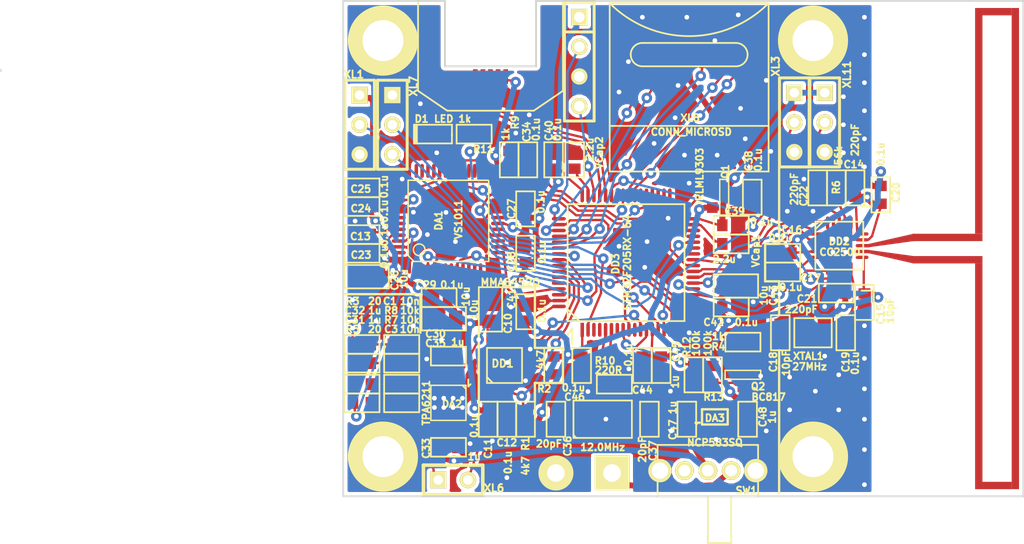
<source format=kicad_pcb>
(kicad_pcb (version 3) (host pcbnew "(2013-07-07 BZR 4022)-stable")
  (layers (15 F.Cu signal) (0 B.Cu signal) (18 B.Paste user) (19 F.Paste user) (20 B.SilkS user) (21 F.SilkS user) (22 B.Mask user) (23 F.Mask user) (28 Edge.Cuts user))
  (net 0 "")
  (net 1 +3.3V)
  (net 2 +5V)
  (net 3 +BATT)
  (net 4 /12MHz_Clk)
  (net 5 /ACC_IRQ)
  (net 6 /AMPLF_SHDN)
  (net 7 /Ant1)
  (net 8 /Ant2)
  (net 9 /BATTERY_PLUS)
  (net 10 /BAT_MEASURE)
  (net 11 /CC_CS)
  (net 12 /CC_GDO0)
  (net 13 /CC_MISO)
  (net 14 /CC_MOSI)
  (net 15 /CC_SCK)
  (net 16 /I2C_SCL)
  (net 17 /I2C_SDA)
  (net 18 /RX2)
  (net 19 /SD_CLK)
  (net 20 /SD_CMD)
  (net 21 /SD_DAT0)
  (net 22 /SD_DAT1)
  (net 23 /SD_DAT2)
  (net 24 /SD_DAT3)
  (net 25 /SD_POWER)
  (net 26 /SD_VDD)
  (net 27 /SND_L)
  (net 28 /SND_R)
  (net 29 /SNS1_OUT)
  (net 30 /SNS2_OUT)
  (net 31 /SNS3_OUT)
  (net 32 /SWCLK)
  (net 33 /SWDIO)
  (net 34 /TX2)
  (net 35 /UBat_2)
  (net 36 /USB_DM)
  (net 37 /USB_DP)
  (net 38 /VS_DREQ)
  (net 39 /VS_RST)
  (net 40 /VS_SCLK)
  (net 41 /VS_SI)
  (net 42 /VS_SO)
  (net 43 /VS_XCS)
  (net 44 /VS_XDCS)
  (net 45 GND)
  (net 46 N-0000010)
  (net 47 N-0000015)
  (net 48 N-0000017)
  (net 49 N-0000020)
  (net 50 N-0000023)
  (net 51 N-0000039)
  (net 52 N-0000040)
  (net 53 N-0000041)
  (net 54 N-0000042)
  (net 55 N-0000045)
  (net 56 N-0000046)
  (net 57 N-0000055)
  (net 58 N-0000056)
  (net 59 N-0000057)
  (net 60 N-0000058)
  (net 61 N-0000059)
  (net 62 N-0000061)
  (net 63 N-0000068)
  (net 64 N-0000070)
  (net 65 N-0000071)
  (net 66 N-0000072)
  (net 67 N-0000073)
  (net 68 N-0000074)
  (net 69 N-0000075)
  (net 70 N-0000076)
  (net 71 N-000009)
  (module USBmicro_MOLEX_WM17142 (layer F.Cu) (at 196.6 106.6 270)
    (fp_text reference XL5 (at -1.2 8.1 270) (layer F.SilkS) (effects (font (size 0.6 0.6))))
    (fp_text value USB_MICRO_B hide)
    (pad SHLD smd rect (at -3.65 -5.15 270) (size 2.5 1.5) (layers F.Cu F.Paste F.Mask) (net 45 GND))
    (pad SHLD smd rect (at -3.65 5.15 270) (size 2.5 1.5) (layers F.Cu F.Paste F.Mask) (net 45 GND))
    (pad SHLD smd rect (at 0.55 -5.15 270) (size 2.5 1.5) (layers F.Cu F.Paste F.Mask) (net 45 GND))
    (pad SHLD smd rect (at 0.55 5.15 270) (size 2.5 1.5) (layers F.Cu F.Paste F.Mask) (net 45 GND))
    (pad SHLD smd rect (at 2.75 -2.2) (size 2.5 1.5) (layers F.Cu F.Paste F.Mask) (net 45 GND))
    (pad SHLD smd rect (at 2.75 2.2) (size 2.5 1.5) (layers F.Cu F.Paste F.Mask) (net 45 GND))
    (pad 1 smd rect (at 0.875 -1.3 270) (size 1.25 0.4) (layers F.Cu F.Paste F.Mask) (net 2 +5V))
    (pad 2 smd rect (at 0.875 -0.65 270) (size 1.25 0.4) (layers F.Cu F.Paste F.Mask) (net 36 /USB_DM))
    (pad 3 smd rect (at 0.875 0 270) (size 1.25 0.4) (layers F.Cu F.Paste F.Mask) (net 37 /USB_DP))
    (pad 4 smd rect (at 0.875 0.65 270) (size 1.25 0.4) (layers F.Cu F.Paste F.Mask) (net 45 GND))
    (pad 5 smd rect (at 0.875 1.3 270) (size 1.25 0.4) (layers F.Cu F.Paste F.Mask) (net 45 GND))
  )
  (module SOT23 (layer F.Cu) (at 216.6 117.8 90)
    (fp_text reference Q1 (at 2.2 0.1 90) (layer F.SilkS) (effects (font (size 0.59944 0.59944) (thickness 0.14986))))
    (fp_text value IRLML9303 (at 1.8 -2.1 90) (layer F.SilkS) (effects (font (size 0.59944 0.59944) (thickness 0.14986))))
    (pad 2 smd rect (at -0.889 -1.016 90) (size 0.9144 0.9144) (layers F.Cu F.Paste F.Mask) (net 1 +3.3V))
    (pad 1 smd rect (at 0.889 -1.016 90) (size 0.9144 0.9144) (layers F.Cu F.Paste F.Mask) (net 25 /SD_POWER))
    (pad 3 smd rect (at 0 1.016 90) (size 0.9144 0.9144) (layers F.Cu F.Paste F.Mask) (net 26 /SD_VDD))
  )
  (module SIL1_SQUARE_1MM5 (layer F.Cu) (at 207 141.4)
    (fp_text reference XL9 hide)
    (fp_text value CONN_1 hide)
    (pad 1 thru_hole rect (at 0 0) (size 2.99974 2.99974) (drill 1.50114) (layers *.Cu *.Mask F.SilkS) (net 9 /BATTERY_PLUS))
  )
  (module SIL1_ROUND_1MM5 (layer F.Cu) (at 202.2 141.4)
    (fp_text reference XL10 hide)
    (fp_text value CONN_1 hide)
    (pad 1 thru_hole circle (at 0 0) (size 2.99974 2.99974) (drill 1.50114) (layers *.Cu *.Mask F.SilkS) (net 45 GND))
  )
  (module SIL-4 (layer F.Cu) (at 204.2 106.2 270)
    (fp_text reference XL4 hide)
    (fp_text value ST_SWD hide)
    (pad 1 thru_hole rect (at -3.81 0 270) (size 1.39954 1.39954) (drill 0.89916) (layers *.Cu *.Mask F.SilkS) (net 1 +3.3V))
    (pad 2 thru_hole circle (at -1.27 0 270) (size 1.39954 1.39954) (drill 0.89916) (layers *.Cu *.Mask F.SilkS) (net 32 /SWCLK))
    (pad 3 thru_hole circle (at 1.27 0 270) (size 1.39954 1.39954) (drill 0.89916) (layers *.Cu *.Mask F.SilkS) (net 45 GND))
    (pad 4 thru_hole circle (at 3.81 0 270) (size 1.39954 1.39954) (drill 0.89916) (layers *.Cu *.Mask F.SilkS) (net 33 /SWDIO))
  )
  (module SIL-3 (layer F.Cu) (at 225.2 111.4 270)
    (fp_text reference XL11 (at -4.1 -1.9 270) (layer F.SilkS) (effects (font (size 0.635 0.635) (thickness 0.16002))))
    (fp_text value CONN_3 hide)
    (pad 1 thru_hole rect (at -2.54 0 270) (size 1.397 1.397) (drill 0.8128) (layers *.Cu *.Mask F.SilkS) (net 1 +3.3V))
    (pad 2 thru_hole circle (at 0 0 270) (size 1.397 1.397) (drill 0.8128) (layers *.Cu *.Mask F.SilkS) (net 31 /SNS3_OUT))
    (pad 3 thru_hole circle (at 2.54 0 270) (size 1.397 1.397) (drill 0.8128) (layers *.Cu *.Mask F.SilkS) (net 45 GND))
  )
  (module SIL-3 (layer F.Cu) (at 222.6 111.4 270)
    (fp_text reference XL3 (at -4.8 1.6 270) (layer F.SilkS) (effects (font (size 0.635 0.635) (thickness 0.16002))))
    (fp_text value CONN_3 hide)
    (pad 1 thru_hole rect (at -2.54 0 270) (size 1.397 1.397) (drill 0.8128) (layers *.Cu *.Mask F.SilkS) (net 1 +3.3V))
    (pad 2 thru_hole circle (at 0 0 270) (size 1.397 1.397) (drill 0.8128) (layers *.Cu *.Mask F.SilkS) (net 30 /SNS2_OUT))
    (pad 3 thru_hole circle (at 2.54 0 270) (size 1.397 1.397) (drill 0.8128) (layers *.Cu *.Mask F.SilkS) (net 45 GND))
  )
  (module SIL-3 (layer F.Cu) (at 185.4 111.6 270)
    (fp_text reference XL1 (at -4.3 0.5 360) (layer F.SilkS) (effects (font (size 0.635 0.635) (thickness 0.16002))))
    (fp_text value CONN_3 hide)
    (pad 1 thru_hole rect (at -2.54 0 270) (size 1.397 1.397) (drill 0.8128) (layers *.Cu *.Mask F.SilkS) (net 1 +3.3V))
    (pad 2 thru_hole circle (at 0 0 270) (size 1.397 1.397) (drill 0.8128) (layers *.Cu *.Mask F.SilkS) (net 29 /SNS1_OUT))
    (pad 3 thru_hole circle (at 2.54 0 270) (size 1.397 1.397) (drill 0.8128) (layers *.Cu *.Mask F.SilkS) (net 45 GND))
  )
  (module SIL-3 (layer F.Cu) (at 188.2 111.6 270)
    (fp_text reference XL7 (at -3.3 -1.8 270) (layer F.SilkS) (effects (font (size 0.635 0.635) (thickness 0.16002))))
    (fp_text value CONN_3 hide)
    (pad 1 thru_hole rect (at -2.54 0 270) (size 1.397 1.397) (drill 0.8128) (layers *.Cu *.Mask F.SilkS) (net 45 GND))
    (pad 2 thru_hole circle (at 0 0 270) (size 1.397 1.397) (drill 0.8128) (layers *.Cu *.Mask F.SilkS) (net 34 /TX2))
    (pad 3 thru_hole circle (at 2.54 0 270) (size 1.397 1.397) (drill 0.8128) (layers *.Cu *.Mask F.SilkS) (net 18 /RX2))
  )
  (module SIL-2 (layer F.Cu) (at 193.4 142)
    (fp_text reference XL6 (at 3.5 0.7) (layer F.SilkS) (effects (font (size 0.635 0.635) (thickness 0.16002))))
    (fp_text value CONN_2 hide)
    (pad 1 thru_hole rect (at -1.27 0) (size 1.397 1.397) (drill 0.8128) (layers *.Cu *.Mask F.SilkS) (net 61 N-0000059))
    (pad 2 thru_hole circle (at 1.27 0) (size 1.397 1.397) (drill 0.8128) (layers *.Cu *.Mask F.SilkS) (net 60 N-0000058))
  )
  (module SC82AB (layer F.Cu) (at 215.8 136.6 90)
    (fp_text reference DA3 (at -0.1 0 180) (layer F.SilkS) (effects (font (size 0.59944 0.59944) (thickness 0.14986))))
    (fp_text value NCP583SQ (at -2.2 0 180) (layer F.SilkS) (effects (font (size 0.59944 0.59944) (thickness 0.14986))))
    (pad 1 smd rect (at -0.94996 -0.65024 90) (size 0.89916 0.70104) (layers F.Cu F.Paste F.Mask) (net 3 +BATT))
    (pad 2 smd oval (at -0.94996 0.65024 90) (size 0.89916 0.70104) (layers F.Cu F.Paste F.Mask) (net 45 GND))
    (pad 3 smd oval (at 0.94996 0.65024 90) (size 0.89916 0.70104) (layers F.Cu F.Paste F.Mask) (net 1 +3.3V))
    (pad 4 smd oval (at 0.94996 -0.65024 90) (size 0.89916 0.70104) (layers F.Cu F.Paste F.Mask) (net 3 +BATT))
  )
  (module RES_0603 (layer F.Cu) (at 202 132.2 90)
    (fp_text reference R2 (at -2 -0.8 180) (layer F.SilkS) (effects (font (size 0.6 0.6))))
    (fp_text value 4k7 (at 0.5 -1.1 90) (layer F.SilkS) (effects (font (size 0.6 0.6))))
    (pad 1 smd rect (at -0.762 0 90) (size 0.889 1.016) (layers F.Cu F.Paste F.Mask) (net 17 /I2C_SDA))
    (pad 2 smd rect (at 0.762 0 90) (size 0.889 1.016) (layers F.Cu F.Paste F.Mask) (net 1 +3.3V))
  )
  (module RES_0603 (layer F.Cu) (at 199.6 136.8 90)
    (fp_text reference R1 (at -2.1 0 90) (layer F.SilkS) (effects (font (size 0.6 0.6))))
    (fp_text value 4k7 (at -4 0 90) (layer F.SilkS) (effects (font (size 0.6 0.6))))
    (pad 1 smd rect (at -0.762 0 90) (size 0.889 1.016) (layers F.Cu F.Paste F.Mask) (net 1 +3.3V))
    (pad 2 smd rect (at 0.762 0 90) (size 0.889 1.016) (layers F.Cu F.Paste F.Mask) (net 16 /I2C_SCL))
  )
  (module RES_0603 (layer F.Cu) (at 214 133 90)
    (fp_text reference R12 (at 2.4 -0.6 90) (layer F.SilkS) (effects (font (size 0.6 0.6))))
    (fp_text value 100k (at 2.7 1.2 90) (layer F.SilkS) (effects (font (size 0.6 0.6))))
    (pad 1 smd rect (at -0.762 0 90) (size 0.889 1.016) (layers F.Cu F.Paste F.Mask) (net 3 +BATT))
    (pad 2 smd rect (at 0.762 0 90) (size 0.889 1.016) (layers F.Cu F.Paste F.Mask) (net 35 /UBat_2))
  )
  (module RES_0603 (layer F.Cu) (at 215.6 133 270)
    (fp_text reference R13 (at 1.9 -0.1 360) (layer F.SilkS) (effects (font (size 0.6 0.6))))
    (fp_text value 100k (at -2.7 1.4 270) (layer F.SilkS) (effects (font (size 0.6 0.6))))
    (pad 1 smd rect (at -0.762 0 270) (size 0.889 1.016) (layers F.Cu F.Paste F.Mask) (net 35 /UBat_2))
    (pad 2 smd rect (at 0.762 0 270) (size 0.889 1.016) (layers F.Cu F.Paste F.Mask) (net 55 N-0000045))
  )
  (module RES_0603 (layer F.Cu) (at 185.6 135.4 180)
    (fp_text reference R5 (at 0.8 6.3 180) (layer F.SilkS) (effects (font (size 0.6 0.6))))
    (fp_text value 20 (at -1.1 6.3 180) (layer F.SilkS) (effects (font (size 0.6 0.6))))
    (pad 1 smd rect (at -0.762 0 180) (size 0.889 1.016) (layers F.Cu F.Paste F.Mask) (net 65 N-0000071))
    (pad 2 smd rect (at 0.762 0 180) (size 0.889 1.016) (layers F.Cu F.Paste F.Mask) (net 27 /SND_L))
  )
  (module RES_0603 (layer F.Cu) (at 189 132)
    (fp_text reference R8 (at -0.9 -4.5) (layer F.SilkS) (effects (font (size 0.6 0.6))))
    (fp_text value 10k (at 0.7 -4.5) (layer F.SilkS) (effects (font (size 0.6 0.6))))
    (pad 1 smd rect (at -0.762 0) (size 0.889 1.016) (layers F.Cu F.Paste F.Mask) (net 58 N-0000056))
    (pad 2 smd rect (at 0.762 0) (size 0.889 1.016) (layers F.Cu F.Paste F.Mask) (net 68 N-0000074))
  )
  (module RES_0603 (layer F.Cu) (at 189 133.8)
    (fp_text reference R7 (at -0.9 -5.5) (layer F.SilkS) (effects (font (size 0.6 0.6))))
    (fp_text value 10k (at 0.7 -5.5) (layer F.SilkS) (effects (font (size 0.6 0.6))))
    (pad 1 smd rect (at -0.762 0) (size 0.889 1.016) (layers F.Cu F.Paste F.Mask) (net 67 N-0000073))
    (pad 2 smd rect (at 0.762 0) (size 0.889 1.016) (layers F.Cu F.Paste F.Mask) (net 59 N-0000057))
  )
  (module RES_0603 (layer F.Cu) (at 195.2 112.4 180)
    (fp_text reference R11 (at -0.8 -1.3 180) (layer F.SilkS) (effects (font (size 0.6 0.6))))
    (fp_text value 1k (at 0.8 1.3 180) (layer F.SilkS) (effects (font (size 0.6 0.6))))
    (pad 1 smd rect (at -0.762 0 180) (size 0.889 1.016) (layers F.Cu F.Paste F.Mask) (net 63 N-0000068))
    (pad 2 smd rect (at 0.762 0 180) (size 0.889 1.016) (layers F.Cu F.Paste F.Mask) (net 70 N-0000076))
  )
  (module RES_0603 (layer F.Cu) (at 198.2 114.6 270)
    (fp_text reference R9 (at -3.2 -0.5 270) (layer F.SilkS) (effects (font (size 0.6 0.6))))
    (fp_text value 1k (at -2.2 0.3 270) (layer F.SilkS) (effects (font (size 0.6 0.6))))
    (pad 1 smd rect (at -0.762 0 270) (size 0.889 1.016) (layers F.Cu F.Paste F.Mask) (net 57 N-0000055))
    (pad 2 smd rect (at 0.762 0 270) (size 0.889 1.016) (layers F.Cu F.Paste F.Mask) (net 2 +5V))
  )
  (module RES_0603 (layer F.Cu) (at 218.2 130.2)
    (fp_text reference R4 (at -2.1 0.4) (layer F.SilkS) (effects (font (size 0.6 0.6))))
    (fp_text value 1k (at -2.1 -0.5) (layer F.SilkS) (effects (font (size 0.6 0.6))))
    (pad 1 smd rect (at -0.762 0) (size 0.889 1.016) (layers F.Cu F.Paste F.Mask) (net 10 /BAT_MEASURE))
    (pad 2 smd rect (at 0.762 0) (size 0.889 1.016) (layers F.Cu F.Paste F.Mask) (net 56 N-0000046))
  )
  (module RES_0603 (layer F.Cu) (at 185.6 130.4 180)
    (fp_text reference R3 (at 0.8 3.7 180) (layer F.SilkS) (effects (font (size 0.6 0.6))))
    (fp_text value 20 (at -1.1 3.7 180) (layer F.SilkS) (effects (font (size 0.6 0.6))))
    (pad 1 smd rect (at -0.762 0 180) (size 0.889 1.016) (layers F.Cu F.Paste F.Mask) (net 64 N-0000070))
    (pad 2 smd rect (at 0.762 0 180) (size 0.889 1.016) (layers F.Cu F.Paste F.Mask) (net 28 /SND_R))
  )
  (module RES_0603 (layer F.Cu) (at 207.2 133.8)
    (fp_text reference R10 (at -0.8 -2) (layer F.SilkS) (effects (font (size 0.6 0.6))))
    (fp_text value 220R (at -0.5 -1.2) (layer F.SilkS) (effects (font (size 0.6 0.6))))
    (pad 1 smd rect (at -0.762 0) (size 0.889 1.016) (layers F.Cu F.Paste F.Mask) (net 54 N-0000042))
    (pad 2 smd rect (at 0.762 0) (size 0.889 1.016) (layers F.Cu F.Paste F.Mask) (net 53 N-0000041))
  )
  (module RES_0603 (layer F.Cu) (at 226.2 117 90)
    (fp_text reference R6 (at 0.0459 -0.0152 90) (layer F.SilkS) (effects (font (size 0.6 0.6))))
    (fp_text value 56k (at 2.7459 0.1848 90) (layer F.SilkS) (effects (font (size 0.6 0.6))))
    (pad 1 smd rect (at -0.762 0 90) (size 0.889 1.016) (layers F.Cu F.Paste F.Mask) (net 48 N-0000017))
    (pad 2 smd rect (at 0.762 0 90) (size 0.889 1.016) (layers F.Cu F.Paste F.Mask) (net 45 GND))
  )
  (module QFN20 (layer F.Cu) (at 226.4489 121.9479)
    (fp_text reference DD2 (at -0.0038 -0.3687) (layer F.SilkS) (effects (font (size 0.6 0.6))))
    (fp_text value CC2500 (at 0.0511 0.5521) (layer F.SilkS) (effects (font (size 0.6 0.6))))
    (pad 1 smd rect (at -1.95 -1) (size 1.1 0.28) (layers F.Cu F.Paste F.Mask) (net 15 /CC_SCK))
    (pad 2 smd oval (at -1.95 -0.5) (size 1.1 0.28) (layers F.Cu F.Paste F.Mask) (net 13 /CC_MISO))
    (pad 3 smd oval (at -1.95 0) (size 1.1 0.28) (layers F.Cu F.Paste F.Mask))
    (pad 4 smd oval (at -1.95 0.5) (size 1.1 0.28) (layers F.Cu F.Paste F.Mask) (net 1 +3.3V))
    (pad 5 smd oval (at -1.95 1) (size 1.1 0.28) (layers F.Cu F.Paste F.Mask) (net 49 N-0000020))
    (pad 6 smd oval (at -1 1.95 90) (size 1.1 0.28) (layers F.Cu F.Paste F.Mask) (net 12 /CC_GDO0))
    (pad 7 smd oval (at -0.5 1.95 90) (size 1.1 0.28) (layers F.Cu F.Paste F.Mask) (net 11 /CC_CS))
    (pad 8 smd oval (at 0 1.95 90) (size 1.1 0.28) (layers F.Cu F.Paste F.Mask) (net 51 N-0000039))
    (pad 9 smd oval (at 0.5 1.95 90) (size 1.1 0.28) (layers F.Cu F.Paste F.Mask) (net 1 +3.3V))
    (pad 10 smd oval (at 1 1.95 90) (size 1.1 0.28) (layers F.Cu F.Paste F.Mask) (net 52 N-0000040))
    (pad 11 smd oval (at 1.95 1 180) (size 1.1 0.28) (layers F.Cu F.Paste F.Mask) (net 1 +3.3V))
    (pad 12 smd oval (at 1.95 0.5 180) (size 1.1 0.28) (layers F.Cu F.Paste F.Mask) (net 7 /Ant1))
    (pad 13 smd oval (at 1.95 0 180) (size 1.1 0.28) (layers F.Cu F.Paste F.Mask) (net 8 /Ant2))
    (pad 14 smd oval (at 1.95 -0.5 180) (size 1.1 0.28) (layers F.Cu F.Paste F.Mask) (net 1 +3.3V))
    (pad 15 smd oval (at 1.95 -1 180) (size 1.1 0.28) (layers F.Cu F.Paste F.Mask) (net 1 +3.3V))
    (pad 16 smd oval (at 1 -1.95 90) (size 1.1 0.28) (layers F.Cu F.Paste F.Mask) (net 45 GND))
    (pad 17 smd oval (at 0.5 -1.95 90) (size 1.1 0.28) (layers F.Cu F.Paste F.Mask) (net 48 N-0000017))
    (pad 18 smd oval (at 0 -1.95 90) (size 1.1 0.28) (layers F.Cu F.Paste F.Mask) (net 50 N-0000023))
    (pad 19 smd oval (at -0.5 -1.95 90) (size 1.1 0.28) (layers F.Cu F.Paste F.Mask) (net 45 GND))
    (pad 20 smd oval (at -1 -1.95 90) (size 1.1 0.28) (layers F.Cu F.Paste F.Mask) (net 14 /CC_MOSI))
    (pad PAD thru_hole rect (at -0.55 -0.55) (size 1.1 1.1) (drill 0.4) (layers *.Cu F.Mask) (net 45 GND))
    (pad PAD thru_hole rect (at 0.55 -0.55) (size 1.1 1.1) (drill 0.4) (layers *.Cu F.Mask) (net 45 GND))
    (pad PAD thru_hole rect (at -0.55 0.55) (size 1.1 1.1) (drill 0.4) (layers *.Cu F.Mask) (net 45 GND))
    (pad PAD thru_hole rect (at 0.55 0.55) (size 1.1 1.1) (drill 0.4) (layers *.Cu F.Mask) (net 45 GND))
  )
  (module QFN16_5_3 (layer F.Cu) (at 197.8 132.2)
    (fp_text reference DD1 (at -0.163 -0.1664) (layer F.SilkS) (effects (font (size 0.635 0.635) (thickness 0.14986))))
    (fp_text value MMA8452Q (at 0.5 -7.1) (layer F.SilkS) (effects (font (size 0.635 0.635) (thickness 0.14986))))
    (pad 1 smd rect (at -1.00076 1.50114 90) (size 1.19888 0.29972) (layers F.Cu F.Paste F.Mask) (net 1 +3.3V))
    (pad 2 smd oval (at -0.50038 1.50114 90) (size 1.19888 0.29972) (layers F.Cu F.Paste F.Mask) (net 71 N-000009))
    (pad 3 smd oval (at 0 1.50114 90) (size 1.19888 0.29972) (layers F.Cu F.Paste F.Mask))
    (pad 4 smd oval (at 0.50038 1.50114 90) (size 1.19888 0.29972) (layers F.Cu F.Paste F.Mask) (net 16 /I2C_SCL))
    (pad 5 smd oval (at 1.00076 1.50114 90) (size 1.19888 0.29972) (layers F.Cu F.Paste F.Mask) (net 45 GND))
    (pad 6 smd oval (at 1.50114 0.50038) (size 1.19888 0.29972) (layers F.Cu F.Paste F.Mask) (net 17 /I2C_SDA))
    (pad 7 smd oval (at 1.50114 0) (size 1.19888 0.29972) (layers F.Cu F.Paste F.Mask) (net 45 GND))
    (pad 8 smd oval (at 1.50114 -0.50038) (size 1.19888 0.29972) (layers F.Cu F.Paste F.Mask))
    (pad 9 smd oval (at 1.00076 -1.50114 90) (size 1.19888 0.29972) (layers F.Cu F.Paste F.Mask))
    (pad 10 smd oval (at 0.50038 -1.50114 90) (size 1.19888 0.29972) (layers F.Cu F.Paste F.Mask) (net 45 GND))
    (pad 11 smd oval (at 0 -1.50114 90) (size 1.19888 0.29972) (layers F.Cu F.Paste F.Mask) (net 5 /ACC_IRQ))
    (pad 12 smd oval (at -0.50038 -1.50114 90) (size 1.19888 0.29972) (layers F.Cu F.Paste F.Mask) (net 45 GND))
    (pad 13 smd oval (at -1.00076 -1.50114 90) (size 1.19888 0.29972) (layers F.Cu F.Paste F.Mask))
    (pad 14 smd oval (at -1.50114 -0.50038) (size 1.19888 0.29972) (layers F.Cu F.Paste F.Mask) (net 1 +3.3V))
    (pad 15 smd oval (at -1.50114 0) (size 1.19888 0.29972) (layers F.Cu F.Paste F.Mask))
    (pad 16 smd oval (at -1.50114 0.50038) (size 1.19888 0.29972) (layers F.Cu F.Paste F.Mask))
  )
  (module MICROSD_CAP_FIX05A (layer F.Cu) (at 213.6 108.4 90)
    (fp_text reference XL8 (at -2.6192 0.0819 180) (layer F.SilkS) (effects (font (size 0.59944 0.59944) (thickness 0.14986))))
    (fp_text value CONN_MICROSD (at -3.8192 0.1819 180) (layer F.SilkS) (effects (font (size 0.59944 0.59944) (thickness 0.14986))))
    (pad 1 smd rect (at 2.4003 -3.29946 90) (size 1.50114 0.50038) (layers F.Cu F.Paste F.Mask) (net 23 /SD_DAT2))
    (pad 2 smd rect (at 2.4003 -2.19964 90) (size 1.50114 0.50038) (layers F.Cu F.Paste F.Mask) (net 24 /SD_DAT3))
    (pad 3 smd rect (at 2.4003 -1.09982 90) (size 1.50114 0.50038) (layers F.Cu F.Paste F.Mask) (net 20 /SD_CMD))
    (pad 4 smd rect (at 2.4003 0 90) (size 1.50114 0.50038) (layers F.Cu F.Paste F.Mask) (net 26 /SD_VDD))
    (pad 5 smd rect (at 2.4003 1.09982 90) (size 1.50114 0.50038) (layers F.Cu F.Paste F.Mask) (net 19 /SD_CLK))
    (pad 6 smd rect (at 2.4003 2.19964 90) (size 1.50114 0.50038) (layers F.Cu F.Paste F.Mask) (net 45 GND))
    (pad 7 smd rect (at 2.4003 3.29946 90) (size 1.50114 0.50038) (layers F.Cu F.Paste F.Mask) (net 21 /SD_DAT0))
    (pad 8 smd rect (at 2.4003 4.39928 90) (size 1.50114 0.50038) (layers F.Cu F.Paste F.Mask) (net 22 /SD_DAT1))
    (pad H smd rect (at -3.40106 -6.70052 90) (size 1.50114 1.50114) (layers F.Cu F.Paste F.Mask) (net 45 GND))
    (pad H smd rect (at 4.8006 -6.70052 90) (size 1.50114 1.50114) (layers F.Cu F.Paste F.Mask) (net 45 GND))
    (pad H smd rect (at -3.40106 6.70052 90) (size 1.50114 1.50114) (layers F.Cu F.Paste F.Mask) (net 45 GND))
    (pad H smd rect (at 4.8006 6.70052 90) (size 1.50114 1.50114) (layers F.Cu F.Paste F.Mask) (net 45 GND))
  )
  (module LQFP64 (layer F.Cu) (at 208.2 123.4 90)
    (fp_text reference DD3 (at -0.1 -0.9 90) (layer F.SilkS) (effects (font (size 0.59944 0.59944) (thickness 0.14986))))
    (fp_text value STM32F205RX-64 (at 0 0.1 90) (layer F.SilkS) (effects (font (size 0.59944 0.59944) (thickness 0.14986))))
    (pad 1 smd rect (at -5.74802 -3.74904 90) (size 1.19888 0.29972) (layers F.Cu F.Paste F.Mask) (net 1 +3.3V))
    (pad 2 smd oval (at -5.74802 -3.2512 90) (size 1.19888 0.29972) (layers F.Cu F.Paste F.Mask) (net 63 N-0000068))
    (pad 3 smd oval (at -5.74802 -2.75082 90) (size 1.19888 0.29972) (layers F.Cu F.Paste F.Mask))
    (pad 4 smd oval (at -5.74802 -2.25044 90) (size 1.19888 0.29972) (layers F.Cu F.Paste F.Mask))
    (pad 5 smd oval (at -5.74802 -1.75006 90) (size 1.19888 0.29972) (layers F.Cu F.Paste F.Mask) (net 66 N-0000072))
    (pad 6 smd oval (at -5.74802 -1.24968 90) (size 1.19888 0.29972) (layers F.Cu F.Paste F.Mask) (net 54 N-0000042))
    (pad 7 smd oval (at -5.74802 -0.7493 90) (size 1.19888 0.29972) (layers F.Cu F.Paste F.Mask))
    (pad 8 smd oval (at -5.74802 -0.24892 90) (size 1.19888 0.29972) (layers F.Cu F.Paste F.Mask) (net 35 /UBat_2))
    (pad 9 smd oval (at -5.75056 0.24638 90) (size 1.19888 0.29972) (layers F.Cu F.Paste F.Mask) (net 10 /BAT_MEASURE))
    (pad 10 smd oval (at -5.75056 0.74676 90) (size 1.19888 0.29972) (layers F.Cu F.Paste F.Mask))
    (pad 11 smd oval (at -5.75056 1.24714 90) (size 1.19888 0.29972) (layers F.Cu F.Paste F.Mask) (net 5 /ACC_IRQ))
    (pad 12 smd oval (at -5.7531 1.74752 90) (size 1.19888 0.29972) (layers F.Cu F.Paste F.Mask) (net 45 GND))
    (pad 13 smd oval (at -5.75056 2.25044 90) (size 1.19888 0.29972) (layers F.Cu F.Paste F.Mask) (net 1 +3.3V))
    (pad 14 smd oval (at -5.75056 2.75082 90) (size 1.19888 0.29972) (layers F.Cu F.Paste F.Mask) (net 29 /SNS1_OUT))
    (pad 15 smd oval (at -5.75056 3.2512 90) (size 1.19888 0.29972) (layers F.Cu F.Paste F.Mask) (net 30 /SNS2_OUT))
    (pad 16 smd oval (at -5.75056 3.74904 90) (size 1.19888 0.29972) (layers F.Cu F.Paste F.Mask) (net 34 /TX2))
    (pad 17 smd oval (at -3.74904 5.74802 180) (size 1.19888 0.29972) (layers F.Cu F.Paste F.Mask) (net 18 /RX2))
    (pad 18 smd oval (at -3.24866 5.74802 180) (size 1.19888 0.29972) (layers F.Cu F.Paste F.Mask) (net 45 GND))
    (pad 19 smd oval (at -2.74828 5.74802 180) (size 1.19888 0.29972) (layers F.Cu F.Paste F.Mask) (net 1 +3.3V))
    (pad 20 smd oval (at -2.25044 5.74802 180) (size 1.19888 0.29972) (layers F.Cu F.Paste F.Mask) (net 12 /CC_GDO0))
    (pad 21 smd oval (at -1.75006 5.74802 180) (size 1.19888 0.29972) (layers F.Cu F.Paste F.Mask) (net 15 /CC_SCK))
    (pad 22 smd oval (at -1.24968 5.74802 180) (size 1.19888 0.29972) (layers F.Cu F.Paste F.Mask) (net 13 /CC_MISO))
    (pad 23 smd oval (at -0.75184 5.74802 180) (size 1.19888 0.29972) (layers F.Cu F.Paste F.Mask) (net 14 /CC_MOSI))
    (pad 24 smd oval (at -0.25146 5.74802 180) (size 1.19888 0.29972) (layers F.Cu F.Paste F.Mask) (net 25 /SD_POWER))
    (pad 33 smd oval (at 5.7531 3.74904 90) (size 1.19888 0.29972) (layers F.Cu F.Paste F.Mask))
    (pad 34 smd oval (at 5.7531 3.24866 90) (size 1.19888 0.29972) (layers F.Cu F.Paste F.Mask) (net 40 /VS_SCLK))
    (pad 35 smd oval (at 5.7531 2.74828 90) (size 1.19888 0.29972) (layers F.Cu F.Paste F.Mask) (net 42 /VS_SO))
    (pad 36 smd oval (at 5.7531 2.2479 90) (size 1.19888 0.29972) (layers F.Cu F.Paste F.Mask) (net 41 /VS_SI))
    (pad 25 smd oval (at 0.24892 5.75056 180) (size 1.19888 0.29972) (layers F.Cu F.Paste F.Mask) (net 31 /SNS3_OUT))
    (pad 26 smd oval (at 0.7493 5.75056 180) (size 1.19888 0.29972) (layers F.Cu F.Paste F.Mask))
    (pad 27 smd oval (at 1.24968 5.75056 180) (size 1.19888 0.29972) (layers F.Cu F.Paste F.Mask))
    (pad 28 smd oval (at 1.75006 5.75056 180) (size 1.19888 0.29972) (layers F.Cu F.Paste F.Mask) (net 38 /VS_DREQ))
    (pad 29 smd oval (at 2.25044 5.75056 180) (size 1.19888 0.29972) (layers F.Cu F.Paste F.Mask))
    (pad 30 smd oval (at 2.75082 5.75056 180) (size 1.19888 0.29972) (layers F.Cu F.Paste F.Mask))
    (pad 31 smd oval (at 3.2512 5.75056 180) (size 1.19888 0.29972) (layers F.Cu F.Paste F.Mask) (net 62 N-0000061))
    (pad 32 smd oval (at 3.74904 5.75056 180) (size 1.19888 0.29972) (layers F.Cu F.Paste F.Mask) (net 1 +3.3V))
    (pad 37 smd oval (at 5.75056 1.75006 90) (size 1.19888 0.29972) (layers F.Cu F.Paste F.Mask))
    (pad 38 smd oval (at 5.75056 1.24968 90) (size 1.19888 0.29972) (layers F.Cu F.Paste F.Mask))
    (pad 39 smd oval (at 5.75056 0.7493 90) (size 1.19888 0.29972) (layers F.Cu F.Paste F.Mask) (net 21 /SD_DAT0))
    (pad 40 smd oval (at 5.75056 0.24892 90) (size 1.19888 0.29972) (layers F.Cu F.Paste F.Mask) (net 22 /SD_DAT1))
    (pad 41 smd oval (at 5.75056 -0.24892 90) (size 1.19888 0.29972) (layers F.Cu F.Paste F.Mask) (net 4 /12MHz_Clk))
    (pad 42 smd oval (at 5.75056 -0.7493 90) (size 1.19888 0.29972) (layers F.Cu F.Paste F.Mask) (net 57 N-0000055))
    (pad 43 smd oval (at 5.75056 -1.24968 90) (size 1.19888 0.29972) (layers F.Cu F.Paste F.Mask) (net 11 /CC_CS))
    (pad 44 smd oval (at 5.75056 -1.75006 90) (size 1.19888 0.29972) (layers F.Cu F.Paste F.Mask) (net 36 /USB_DM))
    (pad 45 smd oval (at 5.75056 -2.25044 90) (size 1.19888 0.29972) (layers F.Cu F.Paste F.Mask) (net 37 /USB_DP))
    (pad 46 smd oval (at 5.75056 -2.75082 90) (size 1.19888 0.29972) (layers F.Cu F.Paste F.Mask) (net 33 /SWDIO))
    (pad 47 smd oval (at 5.75056 -3.2512 90) (size 1.19888 0.29972) (layers F.Cu F.Paste F.Mask) (net 46 N-0000010))
    (pad 48 smd oval (at 5.75056 -3.74904 90) (size 1.19888 0.29972) (layers F.Cu F.Paste F.Mask) (net 1 +3.3V))
    (pad 49 smd oval (at 3.74904 -5.75056 180) (size 1.19888 0.29972) (layers F.Cu F.Paste F.Mask) (net 32 /SWCLK))
    (pad 50 smd oval (at 3.2512 -5.75056 180) (size 1.19888 0.29972) (layers F.Cu F.Paste F.Mask) (net 6 /AMPLF_SHDN))
    (pad 51 smd oval (at 2.75082 -5.75056 180) (size 1.19888 0.29972) (layers F.Cu F.Paste F.Mask) (net 23 /SD_DAT2))
    (pad 52 smd oval (at 2.25044 -5.75056 180) (size 1.19888 0.29972) (layers F.Cu F.Paste F.Mask) (net 24 /SD_DAT3))
    (pad 53 smd oval (at 1.75006 -5.75056 180) (size 1.19888 0.29972) (layers F.Cu F.Paste F.Mask) (net 19 /SD_CLK))
    (pad 54 smd oval (at 1.24968 -5.75056 180) (size 1.19888 0.29972) (layers F.Cu F.Paste F.Mask) (net 20 /SD_CMD))
    (pad 55 smd oval (at 0.7493 -5.75056 180) (size 1.19888 0.29972) (layers F.Cu F.Paste F.Mask) (net 43 /VS_XCS))
    (pad 56 smd oval (at 0.24892 -5.75056 180) (size 1.19888 0.29972) (layers F.Cu F.Paste F.Mask) (net 39 /VS_RST))
    (pad 57 smd oval (at -0.24892 -5.75056 180) (size 1.19888 0.29972) (layers F.Cu F.Paste F.Mask))
    (pad 58 smd oval (at -0.7493 -5.75056 180) (size 1.19888 0.29972) (layers F.Cu F.Paste F.Mask) (net 16 /I2C_SCL))
    (pad 59 smd oval (at -1.24968 -5.75056 180) (size 1.19888 0.29972) (layers F.Cu F.Paste F.Mask) (net 17 /I2C_SDA))
    (pad 60 smd oval (at -1.75006 -5.75056 180) (size 1.19888 0.29972) (layers F.Cu F.Paste F.Mask) (net 45 GND))
    (pad 61 smd oval (at -2.25044 -5.75056 180) (size 1.19888 0.29972) (layers F.Cu F.Paste F.Mask) (net 44 /VS_XDCS))
    (pad 62 smd oval (at -2.75082 -5.75056 180) (size 1.19888 0.29972) (layers F.Cu F.Paste F.Mask))
    (pad 63 smd oval (at -3.2512 -5.75056 180) (size 1.19888 0.29972) (layers F.Cu F.Paste F.Mask) (net 45 GND))
    (pad 64 smd oval (at -3.74904 -5.75056 180) (size 1.19888 0.29972) (layers F.Cu F.Paste F.Mask) (net 1 +3.3V))
  )
  (module LQFP48 (layer F.Cu) (at 193 119.8 90)
    (fp_text reference DA1 (at -0.001 -0.8384 90) (layer F.SilkS) (effects (font (size 0.59944 0.59944) (thickness 0.14986))))
    (fp_text value VS1011 (at 0.099 0.8616 90) (layer F.SilkS) (effects (font (size 0.59944 0.59944) (thickness 0.14986))))
    (pad 1 smd rect (at -4.24942 -2.75082 90) (size 1.19888 0.29972) (layers F.Cu F.Paste F.Mask))
    (pad 2 smd oval (at -4.24942 -2.25298 90) (size 1.19888 0.29972) (layers F.Cu F.Paste F.Mask))
    (pad 3 smd oval (at -4.24942 -1.7526 90) (size 1.19888 0.29972) (layers F.Cu F.Paste F.Mask) (net 39 /VS_RST))
    (pad 4 smd oval (at -4.24942 -1.25222 90) (size 1.19888 0.29972) (layers F.Cu F.Paste F.Mask) (net 45 GND))
    (pad 5 smd oval (at -4.24942 -0.75184 90) (size 1.19888 0.29972) (layers F.Cu F.Paste F.Mask))
    (pad 6 smd oval (at -4.24942 -0.25146 90) (size 1.19888 0.29972) (layers F.Cu F.Paste F.Mask) (net 1 +3.3V))
    (pad 7 smd oval (at -4.24942 0.24892 90) (size 1.19888 0.29972) (layers F.Cu F.Paste F.Mask))
    (pad 8 smd oval (at -4.24942 0.7493 90) (size 1.19888 0.29972) (layers F.Cu F.Paste F.Mask) (net 38 /VS_DREQ))
    (pad 9 smd oval (at -4.24942 1.24714 90) (size 1.19888 0.29972) (layers F.Cu F.Paste F.Mask))
    (pad 10 smd oval (at -4.24942 1.74752 90) (size 1.19888 0.29972) (layers F.Cu F.Paste F.Mask))
    (pad 11 smd oval (at -4.24942 2.2479 90) (size 1.19888 0.29972) (layers F.Cu F.Paste F.Mask))
    (pad 12 smd oval (at -4.25196 2.74828 90) (size 1.19888 0.29972) (layers F.Cu F.Paste F.Mask))
    (pad 13 smd oval (at -2.74574 4.24942 180) (size 1.19888 0.29972) (layers F.Cu F.Paste F.Mask) (net 44 /VS_XDCS))
    (pad 14 smd oval (at -2.2479 4.24942 180) (size 1.19888 0.29972) (layers F.Cu F.Paste F.Mask) (net 1 +3.3V))
    (pad 15 smd oval (at -1.74752 4.24942 180) (size 1.19888 0.29972) (layers F.Cu F.Paste F.Mask))
    (pad 16 smd oval (at -1.24714 4.24942 180) (size 1.19888 0.29972) (layers F.Cu F.Paste F.Mask) (net 45 GND))
    (pad 17 smd oval (at -0.74676 4.24942 180) (size 1.19888 0.29972) (layers F.Cu F.Paste F.Mask))
    (pad 18 smd oval (at -0.24638 4.24942 180) (size 1.19888 0.29972) (layers F.Cu F.Paste F.Mask) (net 4 /12MHz_Clk))
    (pad 19 smd oval (at 0.254 4.24942 180) (size 1.19888 0.29972) (layers F.Cu F.Paste F.Mask) (net 1 +3.3V))
    (pad 20 smd oval (at 0.75184 4.24942 180) (size 1.19888 0.29972) (layers F.Cu F.Paste F.Mask) (net 45 GND))
    (pad 21 smd oval (at 1.25222 4.24942 180) (size 1.19888 0.29972) (layers F.Cu F.Paste F.Mask) (net 45 GND))
    (pad 22 smd oval (at 1.7526 4.24942 180) (size 1.19888 0.29972) (layers F.Cu F.Paste F.Mask) (net 45 GND))
    (pad 23 smd oval (at 2.25044 4.24942 180) (size 1.19888 0.29972) (layers F.Cu F.Paste F.Mask) (net 43 /VS_XCS))
    (pad 24 smd oval (at 2.75082 4.24942 180) (size 1.19888 0.29972) (layers F.Cu F.Paste F.Mask))
    (pad 25 smd oval (at 4.25196 2.75082 90) (size 1.19888 0.29972) (layers F.Cu F.Paste F.Mask))
    (pad 26 smd oval (at 4.25196 2.25044 90) (size 1.19888 0.29972) (layers F.Cu F.Paste F.Mask))
    (pad 27 smd oval (at 4.25196 1.75006 90) (size 1.19888 0.29972) (layers F.Cu F.Paste F.Mask))
    (pad 28 smd oval (at 4.25196 1.24968 90) (size 1.19888 0.29972) (layers F.Cu F.Paste F.Mask) (net 40 /VS_SCLK))
    (pad 29 smd oval (at 4.25196 0.7493 90) (size 1.19888 0.29972) (layers F.Cu F.Paste F.Mask) (net 41 /VS_SI))
    (pad 30 smd oval (at 4.25196 0.24892 90) (size 1.19888 0.29972) (layers F.Cu F.Paste F.Mask) (net 42 /VS_SO))
    (pad 31 smd oval (at 4.25196 -0.25146 90) (size 1.19888 0.29972) (layers F.Cu F.Paste F.Mask))
    (pad 32 smd oval (at 4.25196 -0.7493 90) (size 1.19888 0.29972) (layers F.Cu F.Paste F.Mask) (net 1 +3.3V))
    (pad 33 smd oval (at 4.25196 -1.24968 90) (size 1.19888 0.29972) (layers F.Cu F.Paste F.Mask))
    (pad 34 smd oval (at 4.25196 -1.75006 90) (size 1.19888 0.29972) (layers F.Cu F.Paste F.Mask))
    (pad 35 smd oval (at 4.25196 -2.25044 90) (size 1.19888 0.29972) (layers F.Cu F.Paste F.Mask))
    (pad 36 smd oval (at 4.25196 -2.75082 90) (size 1.19888 0.29972) (layers F.Cu F.Paste F.Mask))
    (pad 37 smd oval (at 2.75082 -4.24942 180) (size 1.19888 0.29972) (layers F.Cu F.Paste F.Mask) (net 45 GND))
    (pad 38 smd oval (at 2.25044 -4.24942 180) (size 1.19888 0.29972) (layers F.Cu F.Paste F.Mask) (net 1 +3.3V))
    (pad 39 smd oval (at 1.75006 -4.24942 180) (size 1.19888 0.29972) (layers F.Cu F.Paste F.Mask) (net 28 /SND_R))
    (pad 40 smd oval (at 1.24968 -4.24942 180) (size 1.19888 0.29972) (layers F.Cu F.Paste F.Mask) (net 45 GND))
    (pad 41 smd oval (at 0.7493 -4.24942 180) (size 1.19888 0.29972) (layers F.Cu F.Paste F.Mask) (net 45 GND))
    (pad 42 smd oval (at 0.24892 -4.24942 180) (size 1.19888 0.29972) (layers F.Cu F.Paste F.Mask))
    (pad 43 smd oval (at -0.24892 -4.24942 180) (size 1.19888 0.29972) (layers F.Cu F.Paste F.Mask) (net 1 +3.3V))
    (pad 44 smd oval (at -0.7493 -4.24942 180) (size 1.19888 0.29972) (layers F.Cu F.Paste F.Mask) (net 47 N-0000015))
    (pad 45 smd oval (at -1.24968 -4.24942 180) (size 1.19888 0.29972) (layers F.Cu F.Paste F.Mask) (net 1 +3.3V))
    (pad 46 smd oval (at -1.75006 -4.24942 180) (size 1.19888 0.29972) (layers F.Cu F.Paste F.Mask) (net 27 /SND_L))
    (pad 47 smd oval (at -2.25044 -4.24942 180) (size 1.19888 0.29972) (layers F.Cu F.Paste F.Mask) (net 45 GND))
    (pad 48 smd oval (at -2.75082 -4.24942 180) (size 1.19888 0.29972) (layers F.Cu F.Paste F.Mask))
  )
  (module LED0603 (layer F.Cu) (at 191.8 112.4 180)
    (fp_text reference D1 (at 1.1 1.3 180) (layer F.SilkS) (effects (font (size 0.6 0.6))))
    (fp_text value LED (at -0.8 1.3 180) (layer F.SilkS) (effects (font (size 0.6 0.6))))
    (pad A smd rect (at -0.762 0 180) (size 0.889 1.016) (layers F.Cu F.Paste F.Mask) (net 70 N-0000076))
    (pad C smd rect (at 0.762 0 180) (size 0.889 1.016) (layers F.Cu F.Paste F.Mask) (net 45 GND))
  )
  (module CRYSTAL_0503x4-4 (layer F.Cu) (at 206.2 136.8)
    (fp_text reference XTAL2 hide)
    (fp_text value 12.0MHz (at 0 2.4) (layer F.SilkS) (effects (font (size 0.6 0.6))))
    (pad 1 smd rect (at -1.84912 1.09982) (size 1.89992 1.19888) (layers F.Cu F.Paste F.Mask) (net 66 N-0000072))
    (pad H smd rect (at 1.84912 1.09982) (size 1.89992 1.19888) (layers F.Cu F.Paste F.Mask) (net 45 GND))
    (pad 2 smd rect (at 1.84912 -1.09982) (size 1.89992 1.19888) (layers F.Cu F.Paste F.Mask) (net 53 N-0000041))
    (pad H smd rect (at -1.84912 -1.09982) (size 1.89992 1.19888) (layers F.Cu F.Paste F.Mask) (net 45 GND))
  )
  (module CRYSTAL_03225C4 (layer F.Cu) (at 224.2 129.4)
    (fp_text reference XTAL1 (at -0.4 2) (layer F.SilkS) (effects (font (size 0.59944 0.59944) (thickness 0.14986))))
    (fp_text value 27MHz (at -0.3 2.9) (layer F.SilkS) (effects (font (size 0.59944 0.59944) (thickness 0.14986))))
    (pad 1 smd rect (at -1.1 0.8) (size 1.4 1) (layers F.Cu F.Paste F.Mask) (net 51 N-0000039))
    (pad H smd rect (at 1.1 0.8) (size 1.4 1) (layers F.Cu F.Paste F.Mask) (net 45 GND))
    (pad 2 smd rect (at 1.1 -0.8) (size 1.4 1) (layers F.Cu F.Paste F.Mask) (net 52 N-0000040))
    (pad H smd rect (at -1.1 -0.8) (size 1.4 1) (layers F.Cu F.Paste F.Mask) (net 45 GND))
  )
  (module CAP_0805 (layer F.Cu) (at 186 124.6 180)
    (fp_text reference C26 (at -2.4 -0.3 270) (layer F.SilkS) (effects (font (size 0.6 0.6))))
    (fp_text value 10u (at -3.2 -0.2 270) (layer F.SilkS) (effects (font (size 0.6 0.6))))
    (pad 1 smd rect (at -1.016 0 180) (size 1.143 1.397) (layers F.Cu F.Paste F.Mask) (net 1 +3.3V))
    (pad 2 smd rect (at 1.016 0 180) (size 1.143 1.397) (layers F.Cu F.Paste F.Mask) (net 45 GND))
  )
  (module CAP_0805 (layer F.Cu) (at 192.6 128.2 180)
    (fp_text reference C30 (at 0.7 -1.3 180) (layer F.SilkS) (effects (font (size 0.6 0.6))))
    (fp_text value 10u (at -1.9 1.9 270) (layer F.SilkS) (effects (font (size 0.6 0.6))))
    (pad 1 smd rect (at -1.016 0 180) (size 1.143 1.397) (layers F.Cu F.Paste F.Mask) (net 1 +3.3V))
    (pad 2 smd rect (at 1.016 0 180) (size 1.143 1.397) (layers F.Cu F.Paste F.Mask) (net 45 GND))
  )
  (module CAP_0805 (layer F.Cu) (at 196.6 127.4 90)
    (fp_text reference C10 (at -1.2 1.5 90) (layer F.SilkS) (effects (font (size 0.6 0.6))))
    (fp_text value 10u (at 0 -1.4 90) (layer F.SilkS) (effects (font (size 0.6 0.6))))
    (pad 1 smd rect (at -1.016 0 90) (size 1.143 1.397) (layers F.Cu F.Paste F.Mask) (net 1 +3.3V))
    (pad 2 smd rect (at 1.016 0 90) (size 1.143 1.397) (layers F.Cu F.Paste F.Mask) (net 45 GND))
  )
  (module CAP_0805 (layer F.Cu) (at 217.6 125.4)
    (fp_text reference C43 (at 3.2 0.8 90) (layer F.SilkS) (effects (font (size 0.6 0.6))))
    (fp_text value 10u (at 2.4 0.8 90) (layer F.SilkS) (effects (font (size 0.6 0.6))))
    (pad 1 smd rect (at -1.016 0) (size 1.143 1.397) (layers F.Cu F.Paste F.Mask) (net 1 +3.3V))
    (pad 2 smd rect (at 1.016 0) (size 1.143 1.397) (layers F.Cu F.Paste F.Mask) (net 45 GND))
  )
  (module CAP_0603 (layer F.Cu) (at 230 117.6 90)
    (fp_text reference C20 (at 0.2 1.3 90) (layer F.SilkS) (effects (font (size 0.6 0.6))))
    (fp_text value 0.1u (at 3.5 0 90) (layer F.SilkS) (effects (font (size 0.6 0.6))))
    (pad 1 smd rect (at -0.762 0 90) (size 0.889 1.016) (layers F.Cu F.Paste F.Mask) (net 1 +3.3V))
    (pad 2 smd rect (at 0.762 0 90) (size 0.889 1.016) (layers F.Cu F.Paste F.Mask) (net 45 GND))
  )
  (module CAP_0603 (layer F.Cu) (at 228.6 126.8 270)
    (fp_text reference C15 (at 1 -1.4 270) (layer F.SilkS) (effects (font (size 0.6 0.6))))
    (fp_text value 0.1u (at 5.2 0.8 270) (layer F.SilkS) (effects (font (size 0.6 0.6))))
    (pad 1 smd rect (at -0.762 0 270) (size 0.889 1.016) (layers F.Cu F.Paste F.Mask) (net 1 +3.3V))
    (pad 2 smd rect (at 0.762 0 270) (size 0.889 1.016) (layers F.Cu F.Paste F.Mask) (net 45 GND))
  )
  (module CAP_0603 (layer F.Cu) (at 226.2 126 180)
    (fp_text reference C21 (at 2.5 -0.5 180) (layer F.SilkS) (effects (font (size 0.6 0.6))))
    (fp_text value 220pF (at 3 -1.4 180) (layer F.SilkS) (effects (font (size 0.6 0.6))))
    (pad 1 smd rect (at -0.762 0 180) (size 0.889 1.016) (layers F.Cu F.Paste F.Mask) (net 1 +3.3V))
    (pad 2 smd rect (at 0.762 0 180) (size 0.889 1.016) (layers F.Cu F.Paste F.Mask) (net 45 GND))
  )
  (module CAP_0603 (layer F.Cu) (at 227.8 117 90)
    (fp_text reference C14 (at 2 -0.1 180) (layer F.SilkS) (effects (font (size 0.6 0.6))))
    (fp_text value 220pF (at 4.1 0 90) (layer F.SilkS) (effects (font (size 0.6 0.6))))
    (pad 1 smd rect (at -0.762 0 90) (size 0.889 1.016) (layers F.Cu F.Paste F.Mask) (net 1 +3.3V))
    (pad 2 smd rect (at 0.762 0 90) (size 0.889 1.016) (layers F.Cu F.Paste F.Mask) (net 45 GND))
  )
  (module CAP_0603 (layer F.Cu) (at 221.6 122.6 180)
    (fp_text reference C16 (at -0.8 2 180) (layer F.SilkS) (effects (font (size 0.6 0.6))))
    (fp_text value 0.1u (at 0.2 1.3 180) (layer F.SilkS) (effects (font (size 0.6 0.6))))
    (pad 1 smd rect (at -0.762 0 180) (size 0.889 1.016) (layers F.Cu F.Paste F.Mask) (net 1 +3.3V))
    (pad 2 smd rect (at 0.762 0 180) (size 0.889 1.016) (layers F.Cu F.Paste F.Mask) (net 45 GND))
  )
  (module CAP_0603 (layer F.Cu) (at 224.6 117 90)
    (fp_text reference C22 (at -0.7 -1.2 90) (layer F.SilkS) (effects (font (size 0.6 0.6))))
    (fp_text value 220pF (at -0.1 -2 90) (layer F.SilkS) (effects (font (size 0.6 0.6))))
    (pad 1 smd rect (at -0.762 0 90) (size 0.889 1.016) (layers F.Cu F.Paste F.Mask) (net 50 N-0000023))
    (pad 2 smd rect (at 0.762 0 90) (size 0.889 1.016) (layers F.Cu F.Paste F.Mask) (net 45 GND))
  )
  (module CAP_0603 (layer F.Cu) (at 227 129.4 270)
    (fp_text reference C19 (at 2.5 0 270) (layer F.SilkS) (effects (font (size 0.6 0.6))))
    (fp_text value 10pF (at -1.9 -3.8 270) (layer F.SilkS) (effects (font (size 0.6 0.6))))
    (pad 1 smd rect (at -0.762 0 270) (size 0.889 1.016) (layers F.Cu F.Paste F.Mask) (net 52 N-0000040))
    (pad 2 smd rect (at 0.762 0 270) (size 0.889 1.016) (layers F.Cu F.Paste F.Mask) (net 45 GND))
  )
  (module CAP_0603 (layer F.Cu) (at 221.6 124.2 180)
    (fp_text reference C17 (at -2.4 -0.5 180) (layer F.SilkS) (effects (font (size 0.6 0.6))))
    (fp_text value 0.1u (at -0.7 -1.3 180) (layer F.SilkS) (effects (font (size 0.6 0.6))))
    (pad 1 smd rect (at -0.762 0 180) (size 0.889 1.016) (layers F.Cu F.Paste F.Mask) (net 49 N-0000020))
    (pad 2 smd rect (at 0.762 0 180) (size 0.889 1.016) (layers F.Cu F.Paste F.Mask) (net 45 GND))
  )
  (module CAP_0603 (layer F.Cu) (at 210.2 136.8 270)
    (fp_text reference C37 (at 2.7 -0.3 270) (layer F.SilkS) (effects (font (size 0.6 0.6))))
    (fp_text value 20pF (at 2.6 0.6 270) (layer F.SilkS) (effects (font (size 0.6 0.6))))
    (pad 1 smd rect (at -0.762 0 270) (size 0.889 1.016) (layers F.Cu F.Paste F.Mask) (net 53 N-0000041))
    (pad 2 smd rect (at 0.762 0 270) (size 0.889 1.016) (layers F.Cu F.Paste F.Mask) (net 45 GND))
  )
  (module CAP_0603 (layer F.Cu) (at 221.4 129.4 90)
    (fp_text reference C18 (at -2.5 -0.6 90) (layer F.SilkS) (effects (font (size 0.6 0.6))))
    (fp_text value 10pF (at -2.6 0.5 90) (layer F.SilkS) (effects (font (size 0.6 0.6))))
    (pad 1 smd rect (at -0.762 0 90) (size 0.889 1.016) (layers F.Cu F.Paste F.Mask) (net 51 N-0000039))
    (pad 2 smd rect (at 0.762 0 90) (size 0.889 1.016) (layers F.Cu F.Paste F.Mask) (net 45 GND))
  )
  (module CAP_0603 (layer F.Cu) (at 211.2 132.2 270)
    (fp_text reference C45 (at -1.2 -1.3 270) (layer F.SilkS) (effects (font (size 0.6 0.6))))
    (fp_text value 1u (at 1.4 -1.2 270) (layer F.SilkS) (effects (font (size 0.6 0.6))))
    (pad 1 smd rect (at -0.762 0 270) (size 0.889 1.016) (layers F.Cu F.Paste F.Mask) (net 1 +3.3V))
    (pad 2 smd rect (at 0.762 0 270) (size 0.889 1.016) (layers F.Cu F.Paste F.Mask) (net 45 GND))
  )
  (module CAP_0603 (layer F.Cu) (at 217.2 120.2)
    (fp_text reference C39 (at 0.3 -1.2) (layer F.SilkS) (effects (font (size 0.6 0.6))))
    (fp_text value 0.1u (at 2.6 -0.3) (layer F.SilkS) (effects (font (size 0.6 0.6))))
    (pad 1 smd rect (at -0.762 0) (size 0.889 1.016) (layers F.Cu F.Paste F.Mask) (net 1 +3.3V))
    (pad 2 smd rect (at 0.762 0) (size 0.889 1.016) (layers F.Cu F.Paste F.Mask) (net 45 GND))
  )
  (module CAP_0603 (layer F.Cu) (at 196.4 136.8 270)
    (fp_text reference C11 (at 2.5 0 270) (layer F.SilkS) (effects (font (size 0.6 0.6))))
    (fp_text value 0.1u (at 0.6 1.2 270) (layer F.SilkS) (effects (font (size 0.6 0.6))))
    (pad 1 smd rect (at -0.762 0 270) (size 0.889 1.016) (layers F.Cu F.Paste F.Mask) (net 1 +3.3V))
    (pad 2 smd rect (at 0.762 0 270) (size 0.889 1.016) (layers F.Cu F.Paste F.Mask) (net 45 GND))
  )
  (module CAP_0603 (layer F.Cu) (at 199.8 114.6 90)
    (fp_text reference C34 (at 2.4 -0.1 90) (layer F.SilkS) (effects (font (size 0.6 0.6))))
    (fp_text value 0.1u (at 2.6 0.7 90) (layer F.SilkS) (effects (font (size 0.6 0.6))))
    (pad 1 smd rect (at -0.762 0 90) (size 0.889 1.016) (layers F.Cu F.Paste F.Mask) (net 2 +5V))
    (pad 2 smd rect (at 0.762 0 90) (size 0.889 1.016) (layers F.Cu F.Paste F.Mask) (net 45 GND))
  )
  (module CAP_0603 (layer F.Cu) (at 198 136.8 270)
    (fp_text reference C12 (at 2 0 360) (layer F.SilkS) (effects (font (size 0.6 0.6))))
    (fp_text value 0.1u (at 3.7 -0.1 270) (layer F.SilkS) (effects (font (size 0.6 0.6))))
    (pad 1 smd rect (at -0.762 0 270) (size 0.889 1.016) (layers F.Cu F.Paste F.Mask) (net 71 N-000009))
    (pad 2 smd rect (at 0.762 0 270) (size 0.889 1.016) (layers F.Cu F.Paste F.Mask) (net 45 GND))
  )
  (module CAP_0603 (layer F.Cu) (at 219 117.8 270)
    (fp_text reference C38 (at -3.1 0.3 270) (layer F.SilkS) (effects (font (size 0.6 0.6))))
    (fp_text value 0.1u (at -3.2 -0.5 270) (layer F.SilkS) (effects (font (size 0.6 0.6))))
    (pad 1 smd rect (at -0.762 0 270) (size 0.889 1.016) (layers F.Cu F.Paste F.Mask) (net 26 /SD_VDD))
    (pad 2 smd rect (at 0.762 0 270) (size 0.889 1.016) (layers F.Cu F.Paste F.Mask) (net 45 GND))
  )
  (module CAP_0603 (layer F.Cu) (at 203.8 114.6 90)
    (fp_text reference VCap2 (at 0.6 2.1 90) (layer F.SilkS) (effects (font (size 0.6 0.6))))
    (fp_text value 2.2u (at 0.9 1.3 90) (layer F.SilkS) (effects (font (size 0.6 0.6))))
    (pad 1 smd rect (at -0.762 0 90) (size 0.889 1.016) (layers F.Cu F.Paste F.Mask) (net 46 N-0000010))
    (pad 2 smd rect (at 0.762 0 90) (size 0.889 1.016) (layers F.Cu F.Paste F.Mask) (net 45 GND))
  )
  (module CAP_0603 (layer F.Cu) (at 217.2 121.8)
    (fp_text reference VCap1 (at 2.1 0.6 90) (layer F.SilkS) (effects (font (size 0.6 0.6))))
    (fp_text value 2.2u (at -0.6 1.3) (layer F.SilkS) (effects (font (size 0.6 0.6))))
    (pad 1 smd rect (at -0.762 0) (size 0.889 1.016) (layers F.Cu F.Paste F.Mask) (net 62 N-0000061))
    (pad 2 smd rect (at 0.762 0) (size 0.889 1.016) (layers F.Cu F.Paste F.Mask) (net 45 GND))
  )
  (module CAP_0603 (layer F.Cu) (at 202 114.6 90)
    (fp_text reference C40 (at 2.5 -0.4 90) (layer F.SilkS) (effects (font (size 0.6 0.6))))
    (fp_text value 0.1u (at 2.5884 0.3065 90) (layer F.SilkS) (effects (font (size 0.6 0.6))))
    (pad 1 smd rect (at -0.762 0 90) (size 0.889 1.016) (layers F.Cu F.Paste F.Mask) (net 1 +3.3V))
    (pad 2 smd rect (at 0.762 0 90) (size 0.889 1.016) (layers F.Cu F.Paste F.Mask) (net 45 GND))
  )
  (module CAP_0603 (layer F.Cu) (at 199.6 127.6 90)
    (fp_text reference C41 (at 1.1 -1.2 90) (layer F.SilkS) (effects (font (size 0.6 0.6))))
    (fp_text value 0.1u (at 0.09906 1.39954 90) (layer F.SilkS) (effects (font (size 0.6 0.6))))
    (pad 1 smd rect (at -0.762 0 90) (size 0.889 1.016) (layers F.Cu F.Paste F.Mask) (net 1 +3.3V))
    (pad 2 smd rect (at 0.762 0 90) (size 0.889 1.016) (layers F.Cu F.Paste F.Mask) (net 45 GND))
  )
  (module CAP_0603 (layer F.Cu) (at 217.2 127.2)
    (fp_text reference C42 (at -1.5 1.3) (layer F.SilkS) (effects (font (size 0.6 0.6))))
    (fp_text value 0.1u (at 1.3 1.3) (layer F.SilkS) (effects (font (size 0.6 0.6))))
    (pad 1 smd rect (at -0.762 0) (size 0.889 1.016) (layers F.Cu F.Paste F.Mask) (net 1 +3.3V))
    (pad 2 smd rect (at 0.762 0) (size 0.889 1.016) (layers F.Cu F.Paste F.Mask) (net 45 GND))
  )
  (module CAP_0603 (layer F.Cu) (at 209.6 132.2 270)
    (fp_text reference C44 (at 2.1 0 360) (layer F.SilkS) (effects (font (size 0.6 0.6))))
    (fp_text value 0.1u (at -0.9 1.2 270) (layer F.SilkS) (effects (font (size 0.6 0.6))))
    (pad 1 smd rect (at -0.762 0 270) (size 0.889 1.016) (layers F.Cu F.Paste F.Mask) (net 1 +3.3V))
    (pad 2 smd rect (at 0.762 0 270) (size 0.889 1.016) (layers F.Cu F.Paste F.Mask) (net 45 GND))
  )
  (module CAP_0603 (layer F.Cu) (at 204.4 132.2 270)
    (fp_text reference C46 (at 2.7 0.6 360) (layer F.SilkS) (effects (font (size 0.6 0.6))))
    (fp_text value 0.1u (at 1.9 0.7 360) (layer F.SilkS) (effects (font (size 0.6 0.6))))
    (pad 1 smd rect (at -0.762 0 270) (size 0.889 1.016) (layers F.Cu F.Paste F.Mask) (net 1 +3.3V))
    (pad 2 smd rect (at 0.762 0 270) (size 0.889 1.016) (layers F.Cu F.Paste F.Mask) (net 45 GND))
  )
  (module CAP_0603 (layer F.Cu) (at 193 139.2)
    (fp_text reference C33 (at -1.9 0.1 90) (layer F.SilkS) (effects (font (size 0.6 0.6))))
    (fp_text value 1u (at 2.2 0.8) (layer F.SilkS) (effects (font (size 0.6 0.6))))
    (pad 1 smd rect (at -0.762 0) (size 0.889 1.016) (layers F.Cu F.Paste F.Mask) (net 3 +BATT))
    (pad 2 smd rect (at 0.762 0) (size 0.889 1.016) (layers F.Cu F.Paste F.Mask) (net 45 GND))
  )
  (module CAP_0603 (layer F.Cu) (at 193 131.4 180)
    (fp_text reference C35 (at 1.1 1.1 180) (layer F.SilkS) (effects (font (size 0.6 0.6))))
    (fp_text value 1u (at -0.8 1.2 180) (layer F.SilkS) (effects (font (size 0.6 0.6))))
    (pad 1 smd rect (at -0.762 0 180) (size 0.889 1.016) (layers F.Cu F.Paste F.Mask) (net 69 N-0000075))
    (pad 2 smd rect (at 0.762 0 180) (size 0.889 1.016) (layers F.Cu F.Paste F.Mask) (net 45 GND))
  )
  (module CAP_0603 (layer F.Cu) (at 185.6 121 180)
    (fp_text reference C13 (at 0.129 -0.1592 180) (layer F.SilkS) (effects (font (size 0.6 0.6))))
    (fp_text value 0.1u (at -1.9 0 270) (layer F.SilkS) (effects (font (size 0.6 0.6))))
    (pad 1 smd rect (at -0.762 0 180) (size 0.889 1.016) (layers F.Cu F.Paste F.Mask) (net 47 N-0000015))
    (pad 2 smd rect (at 0.762 0 180) (size 0.889 1.016) (layers F.Cu F.Paste F.Mask) (net 45 GND))
  )
  (module CAP_0603 (layer F.Cu) (at 185.6 122.6 180)
    (fp_text reference C23 (at 0.0775 -0.1447 180) (layer F.SilkS) (effects (font (size 0.6 0.6))))
    (fp_text value 0.1u (at -1.9 -0.3 270) (layer F.SilkS) (effects (font (size 0.6 0.6))))
    (pad 1 smd rect (at -0.762 0 180) (size 0.889 1.016) (layers F.Cu F.Paste F.Mask) (net 1 +3.3V))
    (pad 2 smd rect (at 0.762 0 180) (size 0.889 1.016) (layers F.Cu F.Paste F.Mask) (net 45 GND))
  )
  (module CAP_0603 (layer F.Cu) (at 185.6 133.8 180)
    (fp_text reference C31 (at 0.6 5.5 180) (layer F.SilkS) (effects (font (size 0.6 0.6))))
    (fp_text value 1u (at -1.1 5.5 180) (layer F.SilkS) (effects (font (size 0.6 0.6))))
    (pad 1 smd rect (at -0.762 0 180) (size 0.889 1.016) (layers F.Cu F.Paste F.Mask) (net 67 N-0000073))
    (pad 2 smd rect (at 0.762 0 180) (size 0.889 1.016) (layers F.Cu F.Paste F.Mask) (net 27 /SND_L))
  )
  (module CAP_0603 (layer F.Cu) (at 185.6 132 180)
    (fp_text reference C32 (at 0.6 4.5 180) (layer F.SilkS) (effects (font (size 0.6 0.6))))
    (fp_text value 1u (at -1.1 4.5 180) (layer F.SilkS) (effects (font (size 0.6 0.6))))
    (pad 1 smd rect (at -0.762 0 180) (size 0.889 1.016) (layers F.Cu F.Paste F.Mask) (net 58 N-0000056))
    (pad 2 smd rect (at 0.762 0 180) (size 0.889 1.016) (layers F.Cu F.Paste F.Mask) (net 28 /SND_R))
  )
  (module CAP_0603 (layer F.Cu) (at 202.2 136.8 90)
    (fp_text reference C36 (at -2.3 1 90) (layer F.SilkS) (effects (font (size 0.6 0.6))))
    (fp_text value 20pF (at -2.1 -0.6 180) (layer F.SilkS) (effects (font (size 0.6 0.6))))
    (pad 1 smd rect (at -0.762 0 90) (size 0.889 1.016) (layers F.Cu F.Paste F.Mask) (net 66 N-0000072))
    (pad 2 smd rect (at 0.762 0 90) (size 0.889 1.016) (layers F.Cu F.Paste F.Mask) (net 45 GND))
  )
  (module CAP_0603 (layer F.Cu) (at 199.6 118.8 90)
    (fp_text reference C27 (at 0 -1.2 90) (layer F.SilkS) (effects (font (size 0.6 0.6))))
    (fp_text value 0.1u (at 0.6 1.3 90) (layer F.SilkS) (effects (font (size 0.6 0.6))))
    (pad 1 smd rect (at -0.762 0 90) (size 0.889 1.016) (layers F.Cu F.Paste F.Mask) (net 1 +3.3V))
    (pad 2 smd rect (at 0.762 0 90) (size 0.889 1.016) (layers F.Cu F.Paste F.Mask) (net 45 GND))
  )
  (module CAP_0603 (layer F.Cu) (at 192.2 126.4 180)
    (fp_text reference C29 (at 1.1 1.1 180) (layer F.SilkS) (effects (font (size 0.6 0.6))))
    (fp_text value 0.1u (at -1.1 1.1 180) (layer F.SilkS) (effects (font (size 0.6 0.6))))
    (pad 1 smd rect (at -0.762 0 180) (size 0.889 1.016) (layers F.Cu F.Paste F.Mask) (net 1 +3.3V))
    (pad 2 smd rect (at 0.762 0 180) (size 0.889 1.016) (layers F.Cu F.Paste F.Mask) (net 45 GND))
  )
  (module CAP_0603 (layer F.Cu) (at 189 130.4 180)
    (fp_text reference C1 (at 1 3.7 180) (layer F.SilkS) (effects (font (size 0.6 0.6))))
    (fp_text value 10n (at -0.7 3.7 180) (layer F.SilkS) (effects (font (size 0.6 0.6))))
    (pad 1 smd rect (at -0.762 0 180) (size 0.889 1.016) (layers F.Cu F.Paste F.Mask) (net 45 GND))
    (pad 2 smd rect (at 0.762 0 180) (size 0.889 1.016) (layers F.Cu F.Paste F.Mask) (net 64 N-0000070))
  )
  (module CAP_0603 (layer F.Cu) (at 199.6 122.6 90)
    (fp_text reference C28 (at -0.7 -1.2 90) (layer F.SilkS) (effects (font (size 0.6 0.6))))
    (fp_text value 0.1u (at 0.09906 1.39954 90) (layer F.SilkS) (effects (font (size 0.6 0.6))))
    (pad 1 smd rect (at -0.762 0 90) (size 0.889 1.016) (layers F.Cu F.Paste F.Mask) (net 1 +3.3V))
    (pad 2 smd rect (at 0.762 0 90) (size 0.889 1.016) (layers F.Cu F.Paste F.Mask) (net 45 GND))
  )
  (module CAP_0603 (layer F.Cu) (at 189 135.4 180)
    (fp_text reference C3 (at 0.9 6.3 180) (layer F.SilkS) (effects (font (size 0.6 0.6))))
    (fp_text value 10n (at -0.7 6.3 180) (layer F.SilkS) (effects (font (size 0.6 0.6))))
    (pad 1 smd rect (at -0.762 0 180) (size 0.889 1.016) (layers F.Cu F.Paste F.Mask) (net 45 GND))
    (pad 2 smd rect (at 0.762 0 180) (size 0.889 1.016) (layers F.Cu F.Paste F.Mask) (net 65 N-0000071))
  )
  (module CAP_0603 (layer F.Cu) (at 185.6 118.6 180)
    (fp_text reference C24 (at 0.0906 -0.1707 180) (layer F.SilkS) (effects (font (size 0.6 0.6))))
    (fp_text value 0.1u (at -1.9 -0.4 270) (layer F.SilkS) (effects (font (size 0.6 0.6))))
    (pad 1 smd rect (at -0.762 0 180) (size 0.889 1.016) (layers F.Cu F.Paste F.Mask) (net 1 +3.3V))
    (pad 2 smd rect (at 0.762 0 180) (size 0.889 1.016) (layers F.Cu F.Paste F.Mask) (net 45 GND))
  )
  (module CAP_0603 (layer F.Cu) (at 218.6 136.8 270)
    (fp_text reference C48 (at -0.2 -1.3 270) (layer F.SilkS) (effects (font (size 0.6 0.6))))
    (fp_text value 1u (at -0.2 -2.1 270) (layer F.SilkS) (effects (font (size 0.6 0.6))))
    (pad 1 smd rect (at -0.762 0 270) (size 0.889 1.016) (layers F.Cu F.Paste F.Mask) (net 1 +3.3V))
    (pad 2 smd rect (at 0.762 0 270) (size 0.889 1.016) (layers F.Cu F.Paste F.Mask) (net 45 GND))
  )
  (module CAP_0603 (layer F.Cu) (at 213.4 136.8 90)
    (fp_text reference C47 (at -0.9 -1.2 90) (layer F.SilkS) (effects (font (size 0.6 0.6))))
    (fp_text value 1u (at 1 -1.2 90) (layer F.SilkS) (effects (font (size 0.6 0.6))))
    (pad 1 smd rect (at -0.762 0 90) (size 0.889 1.016) (layers F.Cu F.Paste F.Mask) (net 3 +BATT))
    (pad 2 smd rect (at 0.762 0 90) (size 0.889 1.016) (layers F.Cu F.Paste F.Mask) (net 45 GND))
  )
  (module CAP_0603 (layer F.Cu) (at 185.6 117 180)
    (fp_text reference C25 (at 0.1 -0.1 180) (layer F.SilkS) (effects (font (size 0.6 0.6))))
    (fp_text value 0.1u (at -1.9 0.1 270) (layer F.SilkS) (effects (font (size 0.6 0.6))))
    (pad 1 smd rect (at -0.762 0 180) (size 0.889 1.016) (layers F.Cu F.Paste F.Mask) (net 1 +3.3V))
    (pad 2 smd rect (at 0.762 0 180) (size 0.889 1.016) (layers F.Cu F.Paste F.Mask) (net 45 GND))
  )
  (module DRB8 (layer F.Cu) (at 193 135.4 180)
    (fp_text reference DA2 (at -0.3 -0.1 180) (layer F.SilkS) (effects (font (size 0.6 0.6))))
    (fp_text value TPA6211 (at 1.9 0 270) (layer F.SilkS) (effects (font (size 0.6 0.6))))
    (pad 1 smd rect (at -0.975 1.7 270) (size 1.2 0.37) (layers F.Cu F.Paste F.Mask) (net 6 /AMPLF_SHDN))
    (pad 2 smd oval (at -0.325 1.7 270) (size 1.2 0.37) (layers F.Cu F.Paste F.Mask) (net 69 N-0000075))
    (pad 3 smd oval (at 0.325 1.7 270) (size 1.2 0.37) (layers F.Cu F.Paste F.Mask) (net 68 N-0000074))
    (pad 4 smd oval (at 0.975 1.7 270) (size 1.2 0.37) (layers F.Cu F.Paste F.Mask) (net 59 N-0000057))
    (pad 5 smd oval (at 0.975 -1.7 270) (size 1.2 0.37) (layers F.Cu F.Paste F.Mask) (net 61 N-0000059))
    (pad 6 smd oval (at 0.325 -1.7 270) (size 1.2 0.37) (layers F.Cu F.Paste F.Mask) (net 3 +BATT))
    (pad 7 smd oval (at -0.325 -1.7 270) (size 1.2 0.37) (layers F.Cu F.Paste F.Mask) (net 45 GND))
    (pad 8 smd oval (at -0.975 -1.7 270) (size 1.2 0.37) (layers F.Cu F.Paste F.Mask) (net 60 N-0000058))
    (pad PAD thru_hole rect (at -1.2 -0.4 270) (size 0.8 0.8) (drill 0.4) (layers *.Cu F.Paste F.Mask) (net 45 GND))
    (pad PAD thru_hole rect (at -0.4 -0.4 270) (size 0.8 0.8) (drill 0.4) (layers *.Cu F.Paste F.Mask) (net 45 GND))
    (pad PAD thru_hole rect (at 0.4 -0.4 270) (size 0.8 0.8) (drill 0.4) (layers *.Cu F.Paste F.Mask) (net 45 GND))
    (pad PAD thru_hole rect (at 1.2 -0.4 270) (size 0.8 0.8) (drill 0.4) (layers *.Cu F.Paste F.Mask) (net 45 GND))
    (pad PAD thru_hole rect (at -1.2 0.4 270) (size 0.8 0.8) (drill 0.4) (layers *.Cu F.Paste F.Mask) (net 45 GND))
    (pad PAD thru_hole rect (at -0.4 0.4 270) (size 0.8 0.8) (drill 0.4) (layers *.Cu F.Paste F.Mask) (net 45 GND))
    (pad PAD thru_hole rect (at 0.4 0.4 270) (size 0.8 0.8) (drill 0.4) (layers *.Cu F.Paste F.Mask) (net 45 GND))
    (pad PAD thru_hole rect (at 1.2 0.4 270) (size 0.8 0.8) (drill 0.4) (layers *.Cu F.Paste F.Mask) (net 45 GND))
  )
  (module SOT23 (layer F.Cu) (at 218.2 133)
    (fp_text reference Q2 (at 1.3 1) (layer F.SilkS) (effects (font (size 0.59944 0.59944) (thickness 0.14986))))
    (fp_text value BC817 (at 2.2 1.9) (layer F.SilkS) (effects (font (size 0.59944 0.59944) (thickness 0.14986))))
    (pad 2 smd rect (at -0.889 -1.016) (size 0.9144 0.9144) (layers F.Cu F.Paste F.Mask) (net 45 GND))
    (pad 1 smd rect (at 0.889 -1.016) (size 0.9144 0.9144) (layers F.Cu F.Paste F.Mask) (net 56 N-0000046))
    (pad 3 smd rect (at 0 1.016) (size 0.9144 0.9144) (layers F.Cu F.Paste F.Mask) (net 55 N-0000045))
  )
  (module Hole3_5_out6mm (layer F.Cu) (at 187.4 104.4)
    (fp_text reference HOLE1 hide)
    (fp_text value HOLE_METALLED (at -0.09906 -3.2004) (layer F.SilkS) (effects (font (size 0.127 0.127) (thickness 0.00254))))
    (pad Hle thru_hole circle (at 0 0) (size 5.99948 5.99948) (drill 3.50012) (layers *.Cu *.Mask F.SilkS) (net 45 GND))
  )
  (module Hole3_5_out6mm (layer F.Cu) (at 187.4 140)
    (fp_text reference HOLE2 hide)
    (fp_text value HOLE_METALLED (at -0.09906 -3.2004) (layer F.SilkS) (effects (font (size 0.127 0.127) (thickness 0.00254))))
    (pad Hle thru_hole circle (at 0 0) (size 5.99948 5.99948) (drill 3.50012) (layers *.Cu *.Mask F.SilkS) (net 45 GND))
  )
  (module Hole3_5_out6mm (layer F.Cu) (at 224.2 104.4)
    (fp_text reference HOLE3 hide)
    (fp_text value HOLE_METALLED (at -0.09906 -3.2004) (layer F.SilkS) (effects (font (size 0.127 0.127) (thickness 0.00254))))
    (pad Hle thru_hole circle (at 0 0) (size 5.99948 5.99948) (drill 3.50012) (layers *.Cu *.Mask F.SilkS) (net 45 GND))
  )
  (module Hole3_5_out6mm (layer F.Cu) (at 224.2 140)
    (fp_text reference HOLE4 hide)
    (fp_text value HOLE_METALLED (at -0.09906 -3.2004) (layer F.SilkS) (effects (font (size 0.127 0.127) (thickness 0.00254))))
    (pad Hle thru_hole circle (at 0 0) (size 5.99948 5.99948) (drill 3.50012) (layers *.Cu *.Mask F.SilkS) (net 45 GND))
  )
  (module SW_SK12D07VG (layer F.Cu) (at 215.2 141.2)
    (fp_text reference SW1 (at 3.3 1.7) (layer F.SilkS) (effects (font (size 0.6 0.6))))
    (fp_text value SWITCH_H hide)
    (pad 2 thru_hole circle (at 0 0) (size 1.6 1.6) (drill 1) (layers *.Cu *.Mask F.SilkS) (net 3 +BATT))
    (pad 1 thru_hole circle (at -2 0) (size 1.6 1.6) (drill 1) (layers *.Cu *.Mask F.SilkS))
    (pad 3 thru_hole circle (at 2 0) (size 1.6 1.6) (drill 1) (layers *.Cu *.Mask F.SilkS) (net 9 /BATTERY_PLUS))
    (pad H thru_hole circle (at -4.1 0) (size 2 2) (drill 1.4) (layers *.Cu *.Mask F.SilkS) (net 45 GND))
    (pad H thru_hole circle (at 4.1 0) (size 2 2) (drill 1.4) (layers *.Cu *.Mask F.SilkS) (net 45 GND))
  )
  (module ANT_FOLDED_DIPOLE2 (layer F.Cu) (at 232.8 122.198)
    (fp_text reference ANT1 hide)
    (fp_text value ANT_PCB_NOCNTR hide)
    (fp_line (start -3.87 0.21) (end 0 0.74) (layer F.Cu) (width 0.2))
    (fp_line (start 0 0.74) (end 0 1.17) (layer F.Cu) (width 0.2))
    (fp_line (start 0 1.17) (end -3.86 0.29) (layer F.Cu) (width 0.2))
    (fp_line (start -3.86 0.29) (end -0.1 0.89) (layer F.Cu) (width 0.2))
    (fp_line (start -0.1 0.89) (end -0.14 1.01) (layer F.Cu) (width 0.2))
    (fp_line (start -0.14 1.01) (end -1.03 0.83) (layer F.Cu) (width 0.2))
    (fp_line (start -3.87 -0.29) (end 0.01 -1.17) (layer F.Cu) (width 0.2))
    (fp_line (start 0.01 -1.17) (end 0.1 -0.74) (layer F.Cu) (width 0.2))
    (fp_line (start 0.1 -0.74) (end 0 -0.74) (layer F.Cu) (width 0.2))
    (fp_line (start 0 -0.74) (end -3.86 -0.21) (layer F.Cu) (width 0.2))
    (fp_line (start -3.86 -0.21) (end -0.08 -0.98) (layer F.Cu) (width 0.2))
    (fp_line (start -0.08 -0.98) (end -0.06 -0.87) (layer F.Cu) (width 0.2))
    (fp_line (start -0.06 -0.87) (end -0.86 -0.74) (layer F.Cu) (width 0.2))
    (pad 2 smd rect (at -4.05 -0.25 180) (size 0.4 0.28) (layers F.Cu) (net 8 /Ant2))
    (pad 1 smd rect (at -4.05 0.25 180) (size 0.4 0.28) (layers F.Cu) (net 7 /Ant1))
    (pad ANTW smd rect (at 2.95 -0.955) (size 5.9 0.63) (layers F.Cu))
    (pad ANTW smd rect (at 2.95 0.955) (size 5.9 0.63) (layers F.Cu))
    (pad ANTW smd rect (at 5.585 -10.93) (size 0.63 19.32) (layers F.Cu))
    (pad ANTW smd rect (at 5.585 10.93) (size 0.63 19.32) (layers F.Cu))
    (pad ANTW smd rect (at 7.15 -20.275) (size 2.5 0.63) (layers F.Cu))
    (pad ANTW smd rect (at 7.15 20.275) (size 2.5 0.63) (layers F.Cu))
    (pad ANTW smd rect (at 8.715 0) (size 0.63 41.18) (layers F.Cu))
  )
  (gr_line (start 190.6 126.1) (end 190.6 129.4) (angle 90) (layer F.SilkS) (width 0.2))
  (gr_line (start 184.1 126.1) (end 190.6 126.1) (angle 90) (layer F.SilkS) (width 0.2))
  (gr_line (start 220.1 125) (end 221.3 125) (angle 90) (layer F.SilkS) (width 0.2))
  (gr_line (start 220.1 121.8) (end 220.1 125) (angle 90) (layer F.SilkS) (width 0.2))
  (gr_line (start 221.3 121.8) (end 220.1 121.8) (angle 90) (layer F.SilkS) (width 0.2))
  (gr_line (start 202.8 133.7) (end 202.8 130.7) (angle 90) (layer F.SilkS) (width 0.2))
  (gr_line (start 201.2 133.7) (end 202.8 133.7) (angle 90) (layer F.SilkS) (width 0.2))
  (gr_line (start 195.6 129.3) (end 195.6 135.3) (angle 90) (layer F.SilkS) (width 0.2))
  (gr_line (start 200.4 133.7) (end 200.4 135.3) (angle 90) (layer F.SilkS) (width 0.2))
  (gr_line (start 201.2 133.7) (end 200.4 133.7) (angle 90) (layer F.SilkS) (width 0.2))
  (gr_line (start 200.4 130.7) (end 202.8 130.7) (angle 90) (layer F.SilkS) (width 0.2))
  (gr_line (start 200.4 125.5) (end 200.4 130.7) (angle 90) (layer F.SilkS) (width 0.2))
  (gr_line (start 197.6 125.5) (end 200.4 125.5) (angle 90) (layer F.SilkS) (width 0.2))
  (gr_line (start 221.3 130.9) (end 221.3 143.1) (angle 90) (layer F.SilkS) (width 0.2))
  (gr_line (start 221.3 125) (end 221.3 127.9) (angle 90) (layer F.SilkS) (width 0.2))
  (gr_line (start 221.3 115.2) (end 221.3 121.8) (angle 90) (layer F.SilkS) (width 0.2))
  (gr_line (start 184 101) (end 192.7 101) (angle 90) (layer Edge.Cuts) (width 0.15))
  (gr_line (start 184 143.4) (end 184 101) (angle 90) (layer Edge.Cuts) (width 0.15))
  (gr_line (start 242.2 143.4) (end 184 143.4) (angle 90) (layer Edge.Cuts) (width 0.15))
  (gr_line (start 242.2 101) (end 242.2 143.4) (angle 90) (layer Edge.Cuts) (width 0.15))
  (gr_line (start 200.5 101) (end 242.2 101) (angle 90) (layer Edge.Cuts) (width 0.15))
  (gr_line (start 200.5 106.6) (end 200.5 101) (angle 90) (layer Edge.Cuts) (width 0.15))
  (gr_line (start 192.7 106.6) (end 200.5 106.6) (angle 90) (layer Edge.Cuts) (width 0.15))
  (gr_line (start 192.7 101) (end 192.7 106.6) (angle 90) (layer Edge.Cuts) (width 0.15))
  (gr_line (start 154.7 107) (end 154.7 106.9) (angle 90) (layer Edge.Cuts) (width 0.15))
  (via (at 229.7662 126.3701) (size 0.9) (layers F.Cu B.Cu) (net 1))
  (via (at 226.8103 127.158) (size 0.9) (layers F.Cu B.Cu) (net 1))
  (via (at 228.842 117.7817) (size 0.9) (layers F.Cu B.Cu) (net 1))
  (via (at 222.8672 121.4388) (size 0.9) (layers F.Cu B.Cu) (net 1))
  (via (at 216.9806 128.3581) (size 0.9) (layers F.Cu B.Cu) (net 1))
  (via (at 217.0923 134.4386) (size 0.9) (layers F.Cu B.Cu) (net 1))
  (via (at 212.358 130.8667) (size 0.9) (layers F.Cu B.Cu) (net 1))
  (via (at 186.7653 119.8214) (size 0.9) (layers F.Cu B.Cu) (net 1))
  (via (at 188.2375 124.0516) (size 0.9) (layers F.Cu B.Cu) (net 1))
  (via (at 190.397 125.5462) (size 0.9) (layers F.Cu B.Cu) (net 1))
  (via (at 214.4669 118.8502) (size 0.9) (layers F.Cu B.Cu) (net 1))
  (via (at 203.242 131.2619) (size 0.9) (layers F.Cu B.Cu) (net 1))
  (via (at 202.4102 116.4744) (size 0.9) (layers F.Cu B.Cu) (net 1))
  (via (at 200.758 119.6134) (size 0.9) (layers F.Cu B.Cu) (net 1))
  (via (at 217.4892 116.1565) (size 0.9) (layers F.Cu B.Cu) (net 1))
  (via (at 195.2505 135.8716) (size 0.9) (layers F.Cu B.Cu) (net 1))
  (via (at 194.8473 128.6313) (size 0.9) (layers F.Cu B.Cu) (net 1))
  (via (at 201.0093 136.1989) (size 0.9) (layers F.Cu B.Cu) (net 1))
  (via (at 198.8394 125.3463) (size 0.9) (layers F.Cu B.Cu) (net 1))
  (via (at 200.5532 129.2806) (size 0.9) (layers F.Cu B.Cu) (net 1))
  (segment (start 203.0923 129.9645) (end 203.242 131.2619) (width 0.5) (layer B.Cu) (net 1))
  (segment (start 202.5648 129.437) (end 203.0923 129.9645) (width 0.5) (layer B.Cu) (net 1))
  (segment (start 201.55 129.4331) (end 202.5648 129.437) (width 0.5) (layer B.Cu) (net 1))
  (segment (start 200.5532 129.2806) (end 201.55 129.4331) (width 0.5) (layer B.Cu) (net 1))
  (segment (start 219.6129 128.0582) (end 224.0702 127.2199) (width 0.5) (layer B.Cu) (net 1))
  (segment (start 216.9806 128.3581) (end 219.6129 128.0582) (width 0.5) (layer B.Cu) (net 1))
  (segment (start 194.6885 129.6121) (end 194.8473 128.6313) (width 0.5) (layer B.Cu) (net 1))
  (segment (start 194.6885 130.3581) (end 194.6885 129.6121) (width 0.5) (layer B.Cu) (net 1))
  (segment (start 195.2505 135.8716) (end 194.6885 130.3581) (width 0.5) (layer B.Cu) (net 1))
  (segment (start 224.8884 125.2148) (end 224.0702 127.2199) (width 0.5) (layer B.Cu) (net 1))
  (segment (start 224.8884 124.4688) (end 224.8884 125.2148) (width 0.5) (layer B.Cu) (net 1))
  (segment (start 222.8672 121.4388) (end 224.8884 124.4688) (width 0.5) (layer B.Cu) (net 1))
  (segment (start 215.3002 130.9953) (end 217.0923 134.4386) (width 0.5) (layer B.Cu) (net 1))
  (segment (start 216.9806 128.3581) (end 215.3002 130.9953) (width 0.5) (layer B.Cu) (net 1))
  (segment (start 207.8256 129.5) (end 203.242 131.2619) (width 0.5) (layer B.Cu) (net 1))
  (segment (start 210.2034 128.8503) (end 207.8256 129.5) (width 0.5) (layer B.Cu) (net 1))
  (segment (start 228.842 117.7817) (end 222.8672 121.4388) (width 0.5) (layer B.Cu) (net 1))
  (segment (start 223.0485 108.86) (end 222.6 108.86) (width 0.5) (layer B.Cu) (net 1))
  (segment (start 223.2985 108.86) (end 223.0485 108.86) (width 0.5) (layer B.Cu) (net 1))
  (segment (start 224.5015 108.86) (end 223.2985 108.86) (width 0.5) (layer B.Cu) (net 1))
  (segment (start 224.7515 108.86) (end 224.5015 108.86) (width 0.5) (layer B.Cu) (net 1))
  (segment (start 225.2 108.86) (end 224.7515 108.86) (width 0.5) (layer B.Cu) (net 1))
  (segment (start 203.242 131.2619) (end 201.0093 136.1989) (width 0.5) (layer B.Cu) (net 1))
  (segment (start 210.4483 127.5282) (end 210.2034 128.8503) (width 0.5) (layer B.Cu) (net 1))
  (segment (start 211.0841 126.319) (end 210.4483 127.5282) (width 0.5) (layer B.Cu) (net 1))
  (segment (start 211.0903 126.304) (end 211.0841 126.319) (width 0.5) (layer B.Cu) (net 1))
  (segment (start 211.3871 124.7438) (end 211.0903 126.304) (width 0.5) (layer B.Cu) (net 1))
  (segment (start 211.3933 124.7288) (end 211.3871 124.7438) (width 0.5) (layer B.Cu) (net 1))
  (segment (start 213.5912 122.2819) (end 211.3933 124.7288) (width 0.5) (layer B.Cu) (net 1))
  (segment (start 214.4669 118.8502) (end 213.5912 122.2819) (width 0.5) (layer B.Cu) (net 1))
  (segment (start 203.9507 102.8398) (end 204.2 102.39) (width 0.5) (layer B.Cu) (net 1))
  (segment (start 203.9507 103.0898) (end 203.9507 102.8398) (width 0.5) (layer B.Cu) (net 1))
  (segment (start 203.9507 103.2764) (end 203.9507 103.0898) (width 0.5) (layer B.Cu) (net 1))
  (segment (start 203.0498 104.4536) (end 203.9507 103.2764) (width 0.5) (layer B.Cu) (net 1))
  (segment (start 202.6493 106.8903) (end 203.0498 104.4536) (width 0.5) (layer B.Cu) (net 1))
  (segment (start 202.4102 116.4744) (end 202.6493 106.8903) (width 0.5) (layer B.Cu) (net 1))
  (segment (start 188.4347 123.3875) (end 188.2375 124.0516) (width 0.5) (layer B.Cu) (net 1))
  (segment (start 188.4347 122.6415) (end 188.4347 123.3875) (width 0.5) (layer B.Cu) (net 1))
  (segment (start 186.7653 119.8214) (end 188.4347 122.6415) (width 0.5) (layer B.Cu) (net 1))
  (segment (start 221.451 110.9241) (end 217.4892 116.1565) (width 0.5) (layer B.Cu) (net 1))
  (segment (start 222.352 109.7451) (end 221.451 110.9241) (width 0.5) (layer B.Cu) (net 1))
  (segment (start 222.352 109.5585) (end 222.352 109.7451) (width 0.5) (layer B.Cu) (net 1))
  (segment (start 222.352 109.3085) (end 222.352 109.5585) (width 0.5) (layer B.Cu) (net 1))
  (segment (start 222.6 108.86) (end 222.352 109.3085) (width 0.5) (layer B.Cu) (net 1))
  (segment (start 225.5653 128.0585) (end 226.8103 127.158) (width 0.5) (layer B.Cu) (net 1))
  (segment (start 224.8193 128.0585) (end 225.5653 128.0585) (width 0.5) (layer B.Cu) (net 1))
  (segment (start 224.2918 127.531) (end 224.8193 128.0585) (width 0.5) (layer B.Cu) (net 1))
  (segment (start 224.0702 127.2199) (end 224.2918 127.531) (width 0.5) (layer B.Cu) (net 1))
  (segment (start 212.358 130.8667) (end 215.3002 130.9953) (width 0.5) (layer B.Cu) (net 1))
  (segment (start 198.8394 125.3463) (end 200.5532 129.2806) (width 0.5) (layer B.Cu) (net 1))
  (segment (start 212.358 130.8667) (end 210.2034 128.8503) (width 0.5) (layer B.Cu) (net 1))
  (segment (start 190.397 125.5462) (end 194.8473 128.6313) (width 0.5) (layer B.Cu) (net 1))
  (segment (start 229.7662 126.3701) (end 226.8103 127.158) (width 0.5) (layer B.Cu) (net 1))
  (segment (start 201.1854 118.4782) (end 200.758 119.6134) (width 0.5) (layer B.Cu) (net 1))
  (segment (start 202.4102 116.4744) (end 201.1854 118.4782) (width 0.5) (layer B.Cu) (net 1))
  (segment (start 187.3375 124.3515) (end 187.016 124.6) (width 0.5) (layer F.Cu) (net 1))
  (segment (start 187.5875 124.3515) (end 187.3375 124.3515) (width 0.5) (layer F.Cu) (net 1))
  (segment (start 187.7739 124.3515) (end 187.5875 124.3515) (width 0.5) (layer F.Cu) (net 1))
  (segment (start 188.2375 124.0516) (end 187.7739 124.3515) (width 0.5) (layer F.Cu) (net 1))
  (segment (start 202.408 115.362) (end 202 115.362) (width 0.2) (layer F.Cu) (net 1))
  (segment (start 202.508 115.362) (end 202.408 115.362) (width 0.2) (layer F.Cu) (net 1))
  (segment (start 202.8085 115.682) (end 202.508 115.362) (width 0.2) (layer F.Cu) (net 1))
  (segment (start 202.9915 115.931) (end 202.8085 115.682) (width 0.2) (layer F.Cu) (net 1))
  (segment (start 203.1675 116.107) (end 202.9915 115.931) (width 0.2) (layer F.Cu) (net 1))
  (segment (start 204.451 117.1998) (end 203.1675 116.107) (width 0.2) (layer F.Cu) (net 1))
  (segment (start 204.451 117.6494) (end 204.451 117.1998) (width 0.2) (layer F.Cu) (net 1))
  (segment (start 199.858 123.362) (end 199.6 123.362) (width 0.5) (layer F.Cu) (net 1))
  (segment (start 200.108 123.362) (end 199.858 123.362) (width 0.5) (layer F.Cu) (net 1))
  (segment (start 200.2921 123.362) (end 200.108 123.362) (width 0.5) (layer F.Cu) (net 1))
  (segment (start 200.5525 123.1016) (end 200.2921 123.362) (width 0.5) (layer F.Cu) (net 1))
  (segment (start 200.5585 122.4691) (end 200.5525 123.1016) (width 0.5) (layer F.Cu) (net 1))
  (segment (start 200.5585 122.0959) (end 200.5585 122.4691) (width 0.5) (layer F.Cu) (net 1))
  (segment (start 200.5585 121.2069) (end 200.5585 122.0959) (width 0.5) (layer F.Cu) (net 1))
  (segment (start 200.4639 121.0324) (end 200.5585 121.2069) (width 0.5) (layer F.Cu) (net 1))
  (segment (start 200.4639 120.287) (end 200.4639 121.0324) (width 0.5) (layer F.Cu) (net 1))
  (segment (start 200.5579 120.1929) (end 200.4639 120.287) (width 0.5) (layer F.Cu) (net 1))
  (segment (start 200.758 119.6134) (end 200.5579 120.1929) (width 0.5) (layer F.Cu) (net 1))
  (segment (start 186.7065 117.058) (end 186.362 117) (width 0.2) (layer F.Cu) (net 1))
  (segment (start 186.8065 117.058) (end 186.7065 117.058) (width 0.2) (layer F.Cu) (net 1))
  (segment (start 188.1145 117.4995) (end 186.8065 117.058) (width 0.2) (layer F.Cu) (net 1))
  (segment (start 188.301 117.5496) (end 188.1145 117.4995) (width 0.2) (layer F.Cu) (net 1))
  (segment (start 188.7506 117.5496) (end 188.301 117.5496) (width 0.2) (layer F.Cu) (net 1))
  (segment (start 195.7079 136.038) (end 195.2505 135.8716) (width 0.5) (layer F.Cu) (net 1))
  (segment (start 195.892 136.038) (end 195.7079 136.038) (width 0.5) (layer F.Cu) (net 1))
  (segment (start 196.142 136.038) (end 195.892 136.038) (width 0.5) (layer F.Cu) (net 1))
  (segment (start 196.4 136.038) (end 196.142 136.038) (width 0.5) (layer F.Cu) (net 1))
  (segment (start 212.1525 131.1776) (end 212.358 130.8667) (width 0.5) (layer F.Cu) (net 1))
  (segment (start 211.8921 131.438) (end 212.1525 131.1776) (width 0.5) (layer F.Cu) (net 1))
  (segment (start 211.708 131.438) (end 211.8921 131.438) (width 0.5) (layer F.Cu) (net 1))
  (segment (start 211.458 131.438) (end 211.708 131.438) (width 0.5) (layer F.Cu) (net 1))
  (segment (start 211.2 131.438) (end 211.458 131.438) (width 0.5) (layer F.Cu) (net 1))
  (segment (start 216.7083 117.1562) (end 216.4912 118.7301) (width 0.5) (layer F.Cu) (net 1))
  (segment (start 217.4892 116.1565) (end 216.7083 117.1562) (width 0.5) (layer F.Cu) (net 1))
  (segment (start 214.4002 119.651) (end 213.9506 119.651) (width 0.2) (layer F.Cu) (net 1))
  (segment (start 214.5867 119.6985) (end 214.4002 119.651) (width 0.2) (layer F.Cu) (net 1))
  (segment (start 215.9935 120.142) (end 214.5867 119.6985) (width 0.2) (layer F.Cu) (net 1))
  (segment (start 216.0935 120.142) (end 215.9935 120.142) (width 0.2) (layer F.Cu) (net 1))
  (segment (start 216.438 120.2) (end 216.0935 120.142) (width 0.2) (layer F.Cu) (net 1))
  (segment (start 186.362 116.742) (end 186.362 117) (width 0.5) (layer F.Cu) (net 1))
  (segment (start 186.362 116.492) (end 186.362 116.742) (width 0.5) (layer F.Cu) (net 1))
  (segment (start 186.362 116.3079) (end 186.362 116.492) (width 0.5) (layer F.Cu) (net 1))
  (segment (start 186.549 114.6159) (end 186.362 116.3079) (width 0.5) (layer F.Cu) (net 1))
  (segment (start 186.549 113.6641) (end 186.549 114.6159) (width 0.5) (layer F.Cu) (net 1))
  (segment (start 186.549 111.1241) (end 186.549 113.6641) (width 0.5) (layer F.Cu) (net 1))
  (segment (start 186.5485 109.5721) (end 186.549 111.1241) (width 0.5) (layer F.Cu) (net 1))
  (segment (start 186.2849 109.3085) (end 186.5485 109.5721) (width 0.5) (layer F.Cu) (net 1))
  (segment (start 186.0985 109.3085) (end 186.2849 109.3085) (width 0.5) (layer F.Cu) (net 1))
  (segment (start 185.8485 109.3085) (end 186.0985 109.3085) (width 0.5) (layer F.Cu) (net 1))
  (segment (start 185.4 109.06) (end 185.8485 109.3085) (width 0.5) (layer F.Cu) (net 1))
  (segment (start 199.6575 128.5565) (end 199.6 128.362) (width 0.5) (layer F.Cu) (net 1))
  (segment (start 199.6575 128.8065) (end 199.6575 128.5565) (width 0.5) (layer F.Cu) (net 1))
  (segment (start 199.6575 128.9931) (end 199.6575 128.8065) (width 0.5) (layer F.Cu) (net 1))
  (segment (start 199.9214 129.257) (end 199.6575 128.9931) (width 0.5) (layer F.Cu) (net 1))
  (segment (start 200.5532 129.2806) (end 199.9214 129.257) (width 0.5) (layer F.Cu) (net 1))
  (segment (start 188.2375 124.0516) (end 190.397 125.5462) (width 0.5) (layer F.Cu) (net 1))
  (segment (start 227.858 118.1065) (end 227.8 117.762) (width 0.2) (layer F.Cu) (net 1))
  (segment (start 227.858 118.2065) (end 227.858 118.1065) (width 0.2) (layer F.Cu) (net 1))
  (segment (start 227.9889 120.9479) (end 227.858 118.2065) (width 0.2) (layer F.Cu) (net 1))
  (segment (start 228.3989 120.9479) (end 227.9889 120.9479) (width 0.2) (layer F.Cu) (net 1))
  (segment (start 192.2507 115.9976) (end 192.2507 115.548) (width 0.2) (layer F.Cu) (net 1))
  (segment (start 192.2006 116.1841) (end 192.2507 115.9976) (width 0.2) (layer F.Cu) (net 1))
  (segment (start 191.9368 116.4479) (end 192.2006 116.1841) (width 0.2) (layer F.Cu) (net 1))
  (segment (start 189.6891 117.2335) (end 191.9368 116.4479) (width 0.2) (layer F.Cu) (net 1))
  (segment (start 189.3867 117.4995) (end 189.6891 117.2335) (width 0.2) (layer F.Cu) (net 1))
  (segment (start 189.2002 117.5496) (end 189.3867 117.4995) (width 0.2) (layer F.Cu) (net 1))
  (segment (start 188.7506 117.5496) (end 189.2002 117.5496) (width 0.2) (layer F.Cu) (net 1))
  (segment (start 229.942 118.7065) (end 230 118.362) (width 0.2) (layer F.Cu) (net 1))
  (segment (start 229.942 118.8065) (end 229.942 118.7065) (width 0.2) (layer F.Cu) (net 1))
  (segment (start 229.2494 121.1304) (end 229.942 118.8065) (width 0.2) (layer F.Cu) (net 1))
  (segment (start 228.9914 121.3884) (end 229.2494 121.1304) (width 0.2) (layer F.Cu) (net 1))
  (segment (start 228.9125 121.4479) (end 228.9914 121.3884) (width 0.2) (layer F.Cu) (net 1))
  (segment (start 228.8089 121.4479) (end 228.9125 121.4479) (width 0.2) (layer F.Cu) (net 1))
  (segment (start 228.3989 121.4479) (end 228.8089 121.4479) (width 0.2) (layer F.Cu) (net 1))
  (segment (start 216.1164 126.3952) (end 216.3428 126.4047) (width 0.2) (layer F.Cu) (net 1))
  (segment (start 215.8896 126.3953) (end 216.1164 126.3952) (width 0.2) (layer F.Cu) (net 1))
  (segment (start 214.3976 126.1483) (end 215.8896 126.3953) (width 0.2) (layer F.Cu) (net 1))
  (segment (start 213.948 126.1483) (end 214.3976 126.1483) (width 0.2) (layer F.Cu) (net 1))
  (segment (start 216.4917 118.9596) (end 216.4912 118.7301) (width 0.5) (layer F.Cu) (net 1))
  (segment (start 216.4917 119.3328) (end 216.4917 118.9596) (width 0.5) (layer F.Cu) (net 1))
  (segment (start 216.438 119.5079) (end 216.4917 119.3328) (width 0.5) (layer F.Cu) (net 1))
  (segment (start 216.438 119.692) (end 216.438 119.5079) (width 0.5) (layer F.Cu) (net 1))
  (segment (start 216.438 119.942) (end 216.438 119.692) (width 0.5) (layer F.Cu) (net 1))
  (segment (start 216.438 120.2) (end 216.438 119.942) (width 0.5) (layer F.Cu) (net 1))
  (segment (start 204.142 131.438) (end 204.4 131.438) (width 0.5) (layer F.Cu) (net 1))
  (segment (start 203.892 131.438) (end 204.142 131.438) (width 0.5) (layer F.Cu) (net 1))
  (segment (start 203.7079 131.438) (end 203.892 131.438) (width 0.5) (layer F.Cu) (net 1))
  (segment (start 203.242 131.2619) (end 203.7079 131.438) (width 0.5) (layer F.Cu) (net 1))
  (segment (start 210.4 130.8725) (end 210.4 131.3379) (width 0.2) (layer F.Cu) (net 1))
  (segment (start 210.4504 129.6002) (end 210.4 130.8725) (width 0.2) (layer F.Cu) (net 1))
  (segment (start 210.4504 129.1506) (end 210.4504 129.6002) (width 0.2) (layer F.Cu) (net 1))
  (segment (start 229.2921 126.038) (end 229.7662 126.3701) (width 0.5) (layer F.Cu) (net 1))
  (segment (start 229.108 126.038) (end 229.2921 126.038) (width 0.5) (layer F.Cu) (net 1))
  (segment (start 228.858 126.038) (end 229.108 126.038) (width 0.5) (layer F.Cu) (net 1))
  (segment (start 228.6 126.038) (end 228.858 126.038) (width 0.5) (layer F.Cu) (net 1))
  (segment (start 216.4625 125.8485) (end 216.584 125.4) (width 0.5) (layer F.Cu) (net 1))
  (segment (start 216.4625 126.0985) (end 216.4625 125.8485) (width 0.5) (layer F.Cu) (net 1))
  (segment (start 216.4625 126.2849) (end 216.4625 126.0985) (width 0.5) (layer F.Cu) (net 1))
  (segment (start 216.3428 126.4047) (end 216.4625 126.2849) (width 0.5) (layer F.Cu) (net 1))
  (segment (start 215.7912 118.6957) (end 215.584 118.689) (width 0.5) (layer F.Cu) (net 1))
  (segment (start 216.0412 118.6957) (end 215.7912 118.6957) (width 0.5) (layer F.Cu) (net 1))
  (segment (start 216.2278 118.6957) (end 216.0412 118.6957) (width 0.5) (layer F.Cu) (net 1))
  (segment (start 216.4912 118.7301) (end 216.2278 118.6957) (width 0.5) (layer F.Cu) (net 1))
  (segment (start 186.7065 122.542) (end 186.362 122.6) (width 0.2) (layer F.Cu) (net 1))
  (segment (start 186.8065 122.542) (end 186.7065 122.542) (width 0.2) (layer F.Cu) (net 1))
  (segment (start 187.107 122.2165) (end 186.8065 122.542) (width 0.2) (layer F.Cu) (net 1))
  (segment (start 187.8507 121.3636) (end 187.107 122.2165) (width 0.2) (layer F.Cu) (net 1))
  (segment (start 188.1145 121.0998) (end 187.8507 121.3636) (width 0.2) (layer F.Cu) (net 1))
  (segment (start 188.301 121.0497) (end 188.1145 121.0998) (width 0.2) (layer F.Cu) (net 1))
  (segment (start 188.7506 121.0497) (end 188.301 121.0497) (width 0.2) (layer F.Cu) (net 1))
  (segment (start 217.2923 134.6598) (end 217.0923 134.4386) (width 0.5) (layer F.Cu) (net 1))
  (segment (start 217.5562 134.9237) (end 217.2923 134.6598) (width 0.5) (layer F.Cu) (net 1))
  (segment (start 218.2786 135.143) (end 217.5562 134.9237) (width 0.5) (layer F.Cu) (net 1))
  (segment (start 218.5425 135.4069) (end 218.2786 135.143) (width 0.5) (layer F.Cu) (net 1))
  (segment (start 218.5425 135.5935) (end 218.5425 135.4069) (width 0.5) (layer F.Cu) (net 1))
  (segment (start 218.5425 135.8435) (end 218.5425 135.5935) (width 0.5) (layer F.Cu) (net 1))
  (segment (start 218.6 136.038) (end 218.5425 135.8435) (width 0.5) (layer F.Cu) (net 1))
  (segment (start 202.058 115.9929) (end 202.4102 116.4744) (width 0.5) (layer F.Cu) (net 1))
  (segment (start 202.058 115.8065) (end 202.058 115.9929) (width 0.5) (layer F.Cu) (net 1))
  (segment (start 202.058 115.5565) (end 202.058 115.8065) (width 0.5) (layer F.Cu) (net 1))
  (segment (start 202 115.362) (end 202.058 115.5565) (width 0.5) (layer F.Cu) (net 1))
  (segment (start 222.6224 121.6475) (end 222.8672 121.4388) (width 0.5) (layer F.Cu) (net 1))
  (segment (start 222.362 121.9079) (end 222.6224 121.6475) (width 0.5) (layer F.Cu) (net 1))
  (segment (start 222.362 122.092) (end 222.362 121.9079) (width 0.5) (layer F.Cu) (net 1))
  (segment (start 222.362 122.342) (end 222.362 122.092) (width 0.5) (layer F.Cu) (net 1))
  (segment (start 222.362 122.6) (end 222.362 122.342) (width 0.5) (layer F.Cu) (net 1))
  (segment (start 200.008 128.362) (end 199.6 128.362) (width 0.2) (layer F.Cu) (net 1))
  (segment (start 200.108 128.362) (end 200.008 128.362) (width 0.2) (layer F.Cu) (net 1))
  (segment (start 201.9998 127.149) (end 200.108 128.362) (width 0.2) (layer F.Cu) (net 1))
  (segment (start 202.4494 127.149) (end 201.9998 127.149) (width 0.2) (layer F.Cu) (net 1))
  (segment (start 199.192 119.562) (end 199.6 119.562) (width 0.2) (layer F.Cu) (net 1))
  (segment (start 199.092 119.562) (end 199.192 119.562) (width 0.2) (layer F.Cu) (net 1))
  (segment (start 197.699 119.546) (end 199.092 119.562) (width 0.2) (layer F.Cu) (net 1))
  (segment (start 197.2494 119.546) (end 197.699 119.546) (width 0.2) (layer F.Cu) (net 1))
  (segment (start 199.858 137.562) (end 199.6 137.562) (width 0.5) (layer F.Cu) (net 1))
  (segment (start 200.108 137.562) (end 199.858 137.562) (width 0.5) (layer F.Cu) (net 1))
  (segment (start 200.2921 137.562) (end 200.108 137.562) (width 0.5) (layer F.Cu) (net 1))
  (segment (start 200.5525 137.3016) (end 200.2921 137.562) (width 0.5) (layer F.Cu) (net 1))
  (segment (start 201.0093 136.1989) (end 200.5525 137.3016) (width 0.5) (layer F.Cu) (net 1))
  (segment (start 186.362 119.2921) (end 186.7653 119.8214) (width 0.5) (layer F.Cu) (net 1))
  (segment (start 186.362 119.108) (end 186.362 119.2921) (width 0.5) (layer F.Cu) (net 1))
  (segment (start 186.362 118.858) (end 186.362 119.108) (width 0.5) (layer F.Cu) (net 1))
  (segment (start 186.362 118.6) (end 186.362 118.858) (width 0.5) (layer F.Cu) (net 1))
  (segment (start 186.7065 118.658) (end 186.362 118.6) (width 0.2) (layer F.Cu) (net 1))
  (segment (start 186.8065 118.658) (end 186.7065 118.658) (width 0.2) (layer F.Cu) (net 1))
  (segment (start 187.8507 119.7376) (end 186.8065 118.658) (width 0.2) (layer F.Cu) (net 1))
  (segment (start 188.1145 120.0014) (end 187.8507 119.7376) (width 0.2) (layer F.Cu) (net 1))
  (segment (start 188.301 120.0489) (end 188.1145 120.0014) (width 0.2) (layer F.Cu) (net 1))
  (segment (start 188.7506 120.0489) (end 188.301 120.0489) (width 0.2) (layer F.Cu) (net 1))
  (segment (start 218.342 136.038) (end 218.6 136.038) (width 0.5) (layer F.Cu) (net 1))
  (segment (start 218.092 136.038) (end 218.342 136.038) (width 0.5) (layer F.Cu) (net 1))
  (segment (start 217.9079 136.038) (end 218.092 136.038) (width 0.5) (layer F.Cu) (net 1))
  (segment (start 216.4502 135.7491) (end 217.9079 136.038) (width 0.5) (layer F.Cu) (net 1))
  (segment (start 216.4502 135.65) (end 216.4502 135.7491) (width 0.5) (layer F.Cu) (net 1))
  (segment (start 226.962 126.258) (end 226.962 126) (width 0.5) (layer F.Cu) (net 1))
  (segment (start 226.962 126.508) (end 226.962 126.258) (width 0.5) (layer F.Cu) (net 1))
  (segment (start 226.962 126.6921) (end 226.962 126.508) (width 0.5) (layer F.Cu) (net 1))
  (segment (start 226.8103 127.158) (end 226.962 126.6921) (width 0.5) (layer F.Cu) (net 1))
  (segment (start 229.0475 118.1016) (end 228.842 117.7817) (width 0.5) (layer F.Cu) (net 1))
  (segment (start 229.3079 118.362) (end 229.0475 118.1016) (width 0.5) (layer F.Cu) (net 1))
  (segment (start 229.492 118.362) (end 229.3079 118.362) (width 0.5) (layer F.Cu) (net 1))
  (segment (start 229.742 118.362) (end 229.492 118.362) (width 0.5) (layer F.Cu) (net 1))
  (segment (start 230 118.362) (end 229.742 118.362) (width 0.5) (layer F.Cu) (net 1))
  (segment (start 199.192 123.362) (end 199.6 123.362) (width 0.2) (layer F.Cu) (net 1))
  (segment (start 199.092 123.362) (end 199.192 123.362) (width 0.2) (layer F.Cu) (net 1))
  (segment (start 198.1493 122.3592) (end 199.092 123.362) (width 0.2) (layer F.Cu) (net 1))
  (segment (start 197.8855 122.0954) (end 198.1493 122.3592) (width 0.2) (layer F.Cu) (net 1))
  (segment (start 197.699 122.0479) (end 197.8855 122.0954) (width 0.2) (layer F.Cu) (net 1))
  (segment (start 197.2494 122.0479) (end 197.699 122.0479) (width 0.2) (layer F.Cu) (net 1))
  (segment (start 196.3515 128.8875) (end 196.6 128.416) (width 0.2) (layer F.Cu) (net 1))
  (segment (start 196.3515 128.9875) (end 196.3515 128.8875) (width 0.2) (layer F.Cu) (net 1))
  (segment (start 196.3489 130.0628) (end 196.3515 128.9875) (width 0.2) (layer F.Cu) (net 1))
  (segment (start 196.3489 131.6996) (end 196.3489 130.0628) (width 0.2) (layer F.Cu) (net 1))
  (segment (start 196.2989 131.6996) (end 196.3489 131.6996) (width 0.2) (layer F.Cu) (net 1))
  (segment (start 199.342 128.362) (end 199.6 128.362) (width 0.5) (layer F.Cu) (net 1))
  (segment (start 199.092 128.362) (end 199.342 128.362) (width 0.5) (layer F.Cu) (net 1))
  (segment (start 197.2985 128.362) (end 199.092 128.362) (width 0.5) (layer F.Cu) (net 1))
  (segment (start 197.0485 128.362) (end 197.2985 128.362) (width 0.5) (layer F.Cu) (net 1))
  (segment (start 196.6 128.416) (end 197.0485 128.362) (width 0.5) (layer F.Cu) (net 1))
  (segment (start 210.5079 131.438) (end 210.4 131.3379) (width 0.5) (layer F.Cu) (net 1))
  (segment (start 210.692 131.438) (end 210.5079 131.438) (width 0.5) (layer F.Cu) (net 1))
  (segment (start 210.942 131.438) (end 210.692 131.438) (width 0.5) (layer F.Cu) (net 1))
  (segment (start 211.2 131.438) (end 210.942 131.438) (width 0.5) (layer F.Cu) (net 1))
  (segment (start 186.362 122.858) (end 186.362 122.6) (width 0.5) (layer F.Cu) (net 1))
  (segment (start 186.362 123.108) (end 186.362 122.858) (width 0.5) (layer F.Cu) (net 1))
  (segment (start 186.398 123.2772) (end 186.362 123.108) (width 0.5) (layer F.Cu) (net 1))
  (segment (start 186.853 123.7323) (end 186.398 123.2772) (width 0.5) (layer F.Cu) (net 1))
  (segment (start 186.8945 123.9015) (end 186.853 123.7323) (width 0.5) (layer F.Cu) (net 1))
  (segment (start 186.8945 124.1515) (end 186.8945 123.9015) (width 0.5) (layer F.Cu) (net 1))
  (segment (start 187.016 124.6) (end 186.8945 124.1515) (width 0.5) (layer F.Cu) (net 1))
  (segment (start 204.451 131.0935) (end 204.4 131.438) (width 0.2) (layer F.Cu) (net 1))
  (segment (start 204.451 130.9935) (end 204.451 131.0935) (width 0.2) (layer F.Cu) (net 1))
  (segment (start 204.451 129.7474) (end 204.451 130.9935) (width 0.2) (layer F.Cu) (net 1))
  (segment (start 204.451 129.6474) (end 204.451 129.7474) (width 0.2) (layer F.Cu) (net 1))
  (segment (start 204.451 129.148) (end 204.451 129.6474) (width 0.2) (layer F.Cu) (net 1))
  (segment (start 226.962 125.592) (end 226.962 126) (width 0.2) (layer F.Cu) (net 1))
  (segment (start 226.962 125.492) (end 226.962 125.592) (width 0.2) (layer F.Cu) (net 1))
  (segment (start 226.9489 124.3079) (end 226.962 125.492) (width 0.2) (layer F.Cu) (net 1))
  (segment (start 226.9489 123.8979) (end 226.9489 124.3079) (width 0.2) (layer F.Cu) (net 1))
  (segment (start 214.9404 118.6962) (end 214.4669 118.8502) (width 0.5) (layer F.Cu) (net 1))
  (segment (start 215.1268 118.6962) (end 214.9404 118.6962) (width 0.5) (layer F.Cu) (net 1))
  (segment (start 215.3768 118.6962) (end 215.1268 118.6962) (width 0.5) (layer F.Cu) (net 1))
  (segment (start 215.584 118.689) (end 215.3768 118.6962) (width 0.5) (layer F.Cu) (net 1))
  (segment (start 216.438 126.5079) (end 216.3428 126.4047) (width 0.5) (layer F.Cu) (net 1))
  (segment (start 216.438 126.692) (end 216.438 126.5079) (width 0.5) (layer F.Cu) (net 1))
  (segment (start 216.438 126.942) (end 216.438 126.692) (width 0.5) (layer F.Cu) (net 1))
  (segment (start 216.438 127.2) (end 216.438 126.942) (width 0.5) (layer F.Cu) (net 1))
  (segment (start 196.1515 128.5375) (end 196.6 128.416) (width 0.5) (layer F.Cu) (net 1))
  (segment (start 195.9015 128.5375) (end 196.1515 128.5375) (width 0.5) (layer F.Cu) (net 1))
  (segment (start 195.7151 128.5375) (end 195.9015 128.5375) (width 0.5) (layer F.Cu) (net 1))
  (segment (start 194.8473 128.6313) (end 195.7151 128.5375) (width 0.5) (layer F.Cu) (net 1))
  (segment (start 228.542 125.6935) (end 228.6 126.038) (width 0.2) (layer F.Cu) (net 1))
  (segment (start 228.542 125.5935) (end 228.542 125.6935) (width 0.2) (layer F.Cu) (net 1))
  (segment (start 228.542 122.9479) (end 228.542 125.5935) (width 0.2) (layer F.Cu) (net 1))
  (segment (start 228.3989 122.9479) (end 228.542 122.9479) (width 0.2) (layer F.Cu) (net 1))
  (segment (start 199.5425 123.9931) (end 198.8394 125.3463) (width 0.5) (layer F.Cu) (net 1))
  (segment (start 199.5425 123.8065) (end 199.5425 123.9931) (width 0.5) (layer F.Cu) (net 1))
  (segment (start 199.5425 123.5565) (end 199.5425 123.8065) (width 0.5) (layer F.Cu) (net 1))
  (segment (start 199.6 123.362) (end 199.5425 123.5565) (width 0.5) (layer F.Cu) (net 1))
  (segment (start 228.4921 117.762) (end 228.842 117.7817) (width 0.5) (layer F.Cu) (net 1))
  (segment (start 228.308 117.762) (end 228.4921 117.762) (width 0.5) (layer F.Cu) (net 1))
  (segment (start 228.058 117.762) (end 228.308 117.762) (width 0.5) (layer F.Cu) (net 1))
  (segment (start 227.8 117.762) (end 228.058 117.762) (width 0.5) (layer F.Cu) (net 1))
  (segment (start 196.458 135.6935) (end 196.4 136.038) (width 0.2) (layer F.Cu) (net 1))
  (segment (start 196.458 135.5935) (end 196.458 135.6935) (width 0.2) (layer F.Cu) (net 1))
  (segment (start 196.7992 134.3626) (end 196.458 135.5935) (width 0.2) (layer F.Cu) (net 1))
  (segment (start 196.7992 134.3005) (end 196.7992 134.3626) (width 0.2) (layer F.Cu) (net 1))
  (segment (start 196.7992 134.2005) (end 196.7992 134.3005) (width 0.2) (layer F.Cu) (net 1))
  (segment (start 196.7992 133.7011) (end 196.7992 134.2005) (width 0.2) (layer F.Cu) (net 1))
  (segment (start 216.6984 128.1525) (end 216.9806 128.3581) (width 0.5) (layer F.Cu) (net 1))
  (segment (start 216.438 127.8921) (end 216.6984 128.1525) (width 0.5) (layer F.Cu) (net 1))
  (segment (start 216.438 127.708) (end 216.438 127.8921) (width 0.5) (layer F.Cu) (net 1))
  (segment (start 216.438 127.458) (end 216.438 127.708) (width 0.5) (layer F.Cu) (net 1))
  (segment (start 216.438 127.2) (end 216.438 127.458) (width 0.5) (layer F.Cu) (net 1))
  (segment (start 192.962 126.658) (end 192.962 126.4) (width 0.5) (layer F.Cu) (net 1))
  (segment (start 192.962 126.908) (end 192.962 126.658) (width 0.5) (layer F.Cu) (net 1))
  (segment (start 193.0687 127.0479) (end 192.962 126.908) (width 0.5) (layer F.Cu) (net 1))
  (segment (start 193.3823 127.3616) (end 193.0687 127.0479) (width 0.5) (layer F.Cu) (net 1))
  (segment (start 193.4945 127.5015) (end 193.3823 127.3616) (width 0.5) (layer F.Cu) (net 1))
  (segment (start 193.4945 127.7515) (end 193.4945 127.5015) (width 0.5) (layer F.Cu) (net 1))
  (segment (start 193.616 128.2) (end 193.4945 127.7515) (width 0.5) (layer F.Cu) (net 1))
  (segment (start 199.858 119.562) (end 199.6 119.562) (width 0.5) (layer F.Cu) (net 1))
  (segment (start 200.108 119.562) (end 199.858 119.562) (width 0.5) (layer F.Cu) (net 1))
  (segment (start 200.2921 119.562) (end 200.108 119.562) (width 0.5) (layer F.Cu) (net 1))
  (segment (start 200.758 119.6134) (end 200.2921 119.562) (width 0.5) (layer F.Cu) (net 1))
  (segment (start 210.2921 131.438) (end 210.4 131.3379) (width 0.5) (layer F.Cu) (net 1))
  (segment (start 210.108 131.438) (end 210.2921 131.438) (width 0.5) (layer F.Cu) (net 1))
  (segment (start 209.858 131.438) (end 210.108 131.438) (width 0.5) (layer F.Cu) (net 1))
  (segment (start 209.6 131.438) (end 209.858 131.438) (width 0.5) (layer F.Cu) (net 1))
  (segment (start 186.362 117.258) (end 186.362 117) (width 0.5) (layer F.Cu) (net 1))
  (segment (start 186.362 117.508) (end 186.362 117.258) (width 0.5) (layer F.Cu) (net 1))
  (segment (start 186.362 118.092) (end 186.362 117.508) (width 0.5) (layer F.Cu) (net 1))
  (segment (start 186.362 118.342) (end 186.362 118.092) (width 0.5) (layer F.Cu) (net 1))
  (segment (start 186.362 118.6) (end 186.362 118.342) (width 0.5) (layer F.Cu) (net 1))
  (segment (start 202.6921 131.438) (end 203.242 131.2619) (width 0.5) (layer F.Cu) (net 1))
  (segment (start 202.508 131.438) (end 202.6921 131.438) (width 0.5) (layer F.Cu) (net 1))
  (segment (start 202.258 131.438) (end 202.508 131.438) (width 0.5) (layer F.Cu) (net 1))
  (segment (start 202 131.438) (end 202.258 131.438) (width 0.5) (layer F.Cu) (net 1))
  (segment (start 193.9375 128.4485) (end 193.616 128.2) (width 0.5) (layer F.Cu) (net 1))
  (segment (start 194.1875 128.4485) (end 193.9375 128.4485) (width 0.5) (layer F.Cu) (net 1))
  (segment (start 194.3739 128.4485) (end 194.1875 128.4485) (width 0.5) (layer F.Cu) (net 1))
  (segment (start 194.8473 128.6313) (end 194.3739 128.4485) (width 0.5) (layer F.Cu) (net 1))
  (segment (start 192.962 125.992) (end 192.962 126.4) (width 0.2) (layer F.Cu) (net 1))
  (segment (start 192.962 125.892) (end 192.962 125.992) (width 0.2) (layer F.Cu) (net 1))
  (segment (start 192.7485 124.499) (end 192.962 125.892) (width 0.2) (layer F.Cu) (net 1))
  (segment (start 192.7485 124.0494) (end 192.7485 124.499) (width 0.2) (layer F.Cu) (net 1))
  (segment (start 222.7065 122.542) (end 222.362 122.6) (width 0.2) (layer F.Cu) (net 1))
  (segment (start 222.8065 122.542) (end 222.7065 122.542) (width 0.2) (layer F.Cu) (net 1))
  (segment (start 224.0889 122.4479) (end 222.8065 122.542) (width 0.2) (layer F.Cu) (net 1))
  (segment (start 224.4989 122.4479) (end 224.0889 122.4479) (width 0.2) (layer F.Cu) (net 1))
  (segment (start 216.1164 126.3952) (end 216.2483 126.2882) (width 0.2) (layer F.Cu) (net 1))
  (segment (start 216.1164 126.3952) (end 216.2389 126.5128) (width 0.2) (layer F.Cu) (net 1))
  (segment (start 210.4 130.9779) (end 210.5364 131.2754) (width 0.2) (layer F.Cu) (net 1))
  (segment (start 210.4 130.9779) (end 210.2636 131.2754) (width 0.2) (layer F.Cu) (net 1))
  (via (at 198.75 107.9495) (size 0.9) (layers F.Cu B.Cu) (net 2))
  (via (at 197.0415 114.2482) (size 0.9) (layers F.Cu B.Cu) (net 2))
  (segment (start 198.75 107.9495) (end 197.0415 114.2482) (width 0.5) (layer B.Cu) (net 2))
  (segment (start 198.2243 107.8) (end 198.75 107.9495) (width 0.2) (layer F.Cu) (net 2))
  (segment (start 198.1 107.8) (end 198.2243 107.8) (width 0.2) (layer F.Cu) (net 2))
  (segment (start 198 107.8) (end 198.1 107.8) (width 0.2) (layer F.Cu) (net 2))
  (segment (start 197.9 107.475) (end 198 107.8) (width 0.2) (layer F.Cu) (net 2))
  (segment (start 199.542 115.362) (end 199.8 115.362) (width 0.5) (layer F.Cu) (net 2))
  (segment (start 199.292 115.362) (end 199.542 115.362) (width 0.5) (layer F.Cu) (net 2))
  (segment (start 198.708 115.362) (end 199.292 115.362) (width 0.5) (layer F.Cu) (net 2))
  (segment (start 198.458 115.362) (end 198.708 115.362) (width 0.5) (layer F.Cu) (net 2))
  (segment (start 198.2 115.362) (end 198.458 115.362) (width 0.5) (layer F.Cu) (net 2))
  (segment (start 197.942 115.362) (end 198.2 115.362) (width 0.5) (layer F.Cu) (net 2))
  (segment (start 197.692 115.362) (end 197.942 115.362) (width 0.5) (layer F.Cu) (net 2))
  (segment (start 197.5079 115.362) (end 197.692 115.362) (width 0.5) (layer F.Cu) (net 2))
  (segment (start 197.2475 115.1016) (end 197.5079 115.362) (width 0.5) (layer F.Cu) (net 2))
  (segment (start 197.0415 114.2482) (end 197.2475 115.1016) (width 0.5) (layer F.Cu) (net 2))
  (via (at 193.4721 140.3592) (size 0.9) (layers F.Cu B.Cu) (net 3))
  (segment (start 213.718 139.9495) (end 215.2 141.2) (width 0.5) (layer B.Cu) (net 3))
  (segment (start 208.6865 139.4496) (end 213.718 139.9495) (width 0.5) (layer B.Cu) (net 3))
  (segment (start 205.6867 139.4496) (end 208.6865 139.4496) (width 0.5) (layer B.Cu) (net 3))
  (segment (start 205.3135 139.4496) (end 205.6867 139.4496) (width 0.5) (layer B.Cu) (net 3))
  (segment (start 201.5408 139.4497) (end 205.3135 139.4496) (width 0.5) (layer B.Cu) (net 3))
  (segment (start 193.4721 140.3592) (end 201.5408 139.4497) (width 0.5) (layer B.Cu) (net 3))
  (segment (start 215.1498 135.7491) (end 215.1498 135.65) (width 0.5) (layer F.Cu) (net 3))
  (segment (start 215.1498 137.1004) (end 215.1498 135.7491) (width 0.5) (layer F.Cu) (net 3))
  (segment (start 215.1498 137.3504) (end 215.1498 137.1004) (width 0.5) (layer F.Cu) (net 3))
  (segment (start 215.1498 137.55) (end 215.1498 137.3504) (width 0.5) (layer F.Cu) (net 3))
  (segment (start 214.0575 133.9565) (end 214 133.762) (width 0.5) (layer F.Cu) (net 3))
  (segment (start 214.0575 134.2065) (end 214.0575 133.9565) (width 0.5) (layer F.Cu) (net 3))
  (segment (start 214.0575 134.3931) (end 214.0575 134.2065) (width 0.5) (layer F.Cu) (net 3))
  (segment (start 215.1498 135.5509) (end 214.0575 134.3931) (width 0.5) (layer F.Cu) (net 3))
  (segment (start 215.1498 135.65) (end 215.1498 135.5509) (width 0.5) (layer F.Cu) (net 3))
  (segment (start 192.4984 140.1525) (end 193.4721 140.3592) (width 0.5) (layer F.Cu) (net 3))
  (segment (start 192.238 139.8921) (end 192.4984 140.1525) (width 0.5) (layer F.Cu) (net 3))
  (segment (start 192.238 139.708) (end 192.238 139.8921) (width 0.5) (layer F.Cu) (net 3))
  (segment (start 192.238 139.458) (end 192.238 139.708) (width 0.5) (layer F.Cu) (net 3))
  (segment (start 192.238 139.2) (end 192.238 139.458) (width 0.5) (layer F.Cu) (net 3))
  (segment (start 215.0493 137.55) (end 215.1498 137.55) (width 0.5) (layer F.Cu) (net 3))
  (segment (start 214.7993 137.55) (end 215.0493 137.55) (width 0.5) (layer F.Cu) (net 3))
  (segment (start 214.6131 137.55) (end 214.7993 137.55) (width 0.5) (layer F.Cu) (net 3))
  (segment (start 214.0921 137.562) (end 214.6131 137.55) (width 0.5) (layer F.Cu) (net 3))
  (segment (start 213.908 137.562) (end 214.0921 137.562) (width 0.5) (layer F.Cu) (net 3))
  (segment (start 213.658 137.562) (end 213.908 137.562) (width 0.5) (layer F.Cu) (net 3))
  (segment (start 213.4 137.562) (end 213.658 137.562) (width 0.5) (layer F.Cu) (net 3))
  (segment (start 213.4575 137.7565) (end 213.4 137.562) (width 0.5) (layer F.Cu) (net 3))
  (segment (start 213.4575 138.0065) (end 213.4575 137.7565) (width 0.5) (layer F.Cu) (net 3))
  (segment (start 213.4575 138.1931) (end 213.4575 138.0065) (width 0.5) (layer F.Cu) (net 3))
  (segment (start 215.2 141.2) (end 213.4575 138.1931) (width 0.5) (layer F.Cu) (net 3))
  (segment (start 192.238 138.792) (end 192.238 139.2) (width 0.2) (layer F.Cu) (net 3))
  (segment (start 192.238 138.692) (end 192.238 138.792) (width 0.2) (layer F.Cu) (net 3))
  (segment (start 192.675 137.515) (end 192.238 138.692) (width 0.2) (layer F.Cu) (net 3))
  (segment (start 192.675 137.1) (end 192.675 137.515) (width 0.2) (layer F.Cu) (net 3))
  (via (at 207.8488 118.8988) (size 0.9) (layers F.Cu B.Cu) (net 4))
  (via (at 198.5139 120.3653) (size 0.9) (layers F.Cu B.Cu) (net 4))
  (segment (start 201.0531 121.4095) (end 198.5139 120.3653) (width 0.2) (layer B.Cu) (net 4))
  (segment (start 201.6743 121.4095) (end 201.0531 121.4095) (width 0.2) (layer B.Cu) (net 4))
  (segment (start 203.2121 121.2848) (end 201.6743 121.4095) (width 0.2) (layer B.Cu) (net 4))
  (segment (start 204.3719 121.2848) (end 203.2121 121.2848) (width 0.2) (layer B.Cu) (net 4))
  (segment (start 204.5131 121.2907) (end 204.3719 121.2848) (width 0.2) (layer B.Cu) (net 4))
  (segment (start 205.1349 121.2907) (end 204.5131 121.2907) (width 0.2) (layer B.Cu) (net 4))
  (segment (start 206.2461 121.252) (end 205.1349 121.2907) (width 0.2) (layer B.Cu) (net 4))
  (segment (start 206.6857 120.8124) (end 206.2461 121.252) (width 0.2) (layer B.Cu) (net 4))
  (segment (start 207.8488 118.8988) (end 206.6857 120.8124) (width 0.2) (layer B.Cu) (net 4))
  (segment (start 197.699 120.0464) (end 197.2494 120.0464) (width 0.2) (layer F.Cu) (net 4))
  (segment (start 197.8855 120.0965) (end 197.699 120.0464) (width 0.2) (layer F.Cu) (net 4))
  (segment (start 198.5139 120.3653) (end 197.8855 120.0965) (width 0.2) (layer F.Cu) (net 4))
  (segment (start 207.9511 118.099) (end 207.8488 118.8988) (width 0.2) (layer F.Cu) (net 4))
  (segment (start 207.9511 117.6494) (end 207.9511 118.099) (width 0.2) (layer F.Cu) (net 4))
  (via (at 201.923 128.5326) (size 0.9) (layers F.Cu B.Cu) (net 5))
  (via (at 208.8798 127.8897) (size 0.9) (layers F.Cu B.Cu) (net 5))
  (segment (start 201.923 128.5326) (end 208.8798 127.8897) (width 0.2) (layer B.Cu) (net 5))
  (segment (start 201.3037 129.5915) (end 201.923 128.5326) (width 0.2) (layer F.Cu) (net 5))
  (segment (start 200.8641 130.0311) (end 201.3037 129.5915) (width 0.2) (layer F.Cu) (net 5))
  (segment (start 200.2423 130.0311) (end 200.8641 130.0311) (width 0.2) (layer F.Cu) (net 5))
  (segment (start 198.9873 129.799) (end 200.2423 130.0311) (width 0.2) (layer F.Cu) (net 5))
  (segment (start 198.4869 129.799) (end 198.9873 129.799) (width 0.2) (layer F.Cu) (net 5))
  (segment (start 198.1139 129.799) (end 198.4869 129.799) (width 0.2) (layer F.Cu) (net 5))
  (segment (start 197.8501 130.0628) (end 198.1139 129.799) (width 0.2) (layer F.Cu) (net 5))
  (segment (start 197.8 130.2493) (end 197.8501 130.0628) (width 0.2) (layer F.Cu) (net 5))
  (segment (start 197.8 130.6989) (end 197.8 130.2493) (width 0.2) (layer F.Cu) (net 5))
  (segment (start 209.4471 128.701) (end 209.4471 129.1506) (width 0.2) (layer F.Cu) (net 5))
  (segment (start 209.3971 128.5145) (end 209.4471 128.701) (width 0.2) (layer F.Cu) (net 5))
  (segment (start 208.8798 127.8897) (end 209.3971 128.5145) (width 0.2) (layer F.Cu) (net 5))
  (via (at 204.9041 126.6527) (size 0.9) (layers F.Cu B.Cu) (net 6))
  (via (at 195.589 129.9851) (size 0.9) (layers F.Cu B.Cu) (net 6))
  (segment (start 198.0896 125.0357) (end 195.589 129.9851) (width 0.2) (layer B.Cu) (net 6))
  (segment (start 198.5288 124.5965) (end 198.0896 125.0357) (width 0.2) (layer B.Cu) (net 6))
  (segment (start 199.15 124.5965) (end 198.5288 124.5965) (width 0.2) (layer B.Cu) (net 6))
  (segment (start 200.1746 124.9868) (end 199.15 124.5965) (width 0.2) (layer B.Cu) (net 6))
  (segment (start 204.9041 126.6527) (end 200.1746 124.9868) (width 0.2) (layer B.Cu) (net 6))
  (segment (start 205.6571 125.8503) (end 204.9041 126.6527) (width 0.2) (layer F.Cu) (net 6))
  (segment (start 205.6571 125.2287) (end 205.6571 125.8503) (width 0.2) (layer F.Cu) (net 6))
  (segment (start 205.5014 123.3692) (end 205.6571 125.2287) (width 0.2) (layer F.Cu) (net 6))
  (segment (start 205.5014 122.7474) (end 205.5014 123.3692) (width 0.2) (layer F.Cu) (net 6))
  (segment (start 206.6857 120.8124) (end 205.5014 122.7474) (width 0.2) (layer F.Cu) (net 6))
  (segment (start 206.6857 120.1906) (end 206.6857 120.8124) (width 0.2) (layer F.Cu) (net 6))
  (segment (start 206.2461 119.751) (end 206.6857 120.1906) (width 0.2) (layer F.Cu) (net 6))
  (segment (start 205.6243 119.751) (end 206.2461 119.751) (width 0.2) (layer F.Cu) (net 6))
  (segment (start 203.4131 119.7832) (end 205.6243 119.751) (width 0.2) (layer F.Cu) (net 6))
  (segment (start 203.0855 120.1013) (end 203.4131 119.7832) (width 0.2) (layer F.Cu) (net 6))
  (segment (start 202.899 120.1488) (end 203.0855 120.1013) (width 0.2) (layer F.Cu) (net 6))
  (segment (start 202.4494 120.1488) (end 202.899 120.1488) (width 0.2) (layer F.Cu) (net 6))
  (segment (start 193.975 133.2) (end 193.975 133.7) (width 0.2) (layer F.Cu) (net 6))
  (segment (start 193.975 133.1) (end 193.975 133.2) (width 0.2) (layer F.Cu) (net 6))
  (segment (start 193.975 133.0234) (end 193.975 133.1) (width 0.2) (layer F.Cu) (net 6))
  (segment (start 194.507 132.0325) (end 193.975 133.0234) (width 0.2) (layer F.Cu) (net 6))
  (segment (start 195.589 129.9851) (end 194.507 132.0325) (width 0.2) (layer F.Cu) (net 6))
  (segment (start 208.2499 142.4499) (end 207 141.4) (width 0.5) (layer F.Cu) (net 9))
  (segment (start 208.4999 142.4499) (end 208.2499 142.4499) (width 0.5) (layer F.Cu) (net 9))
  (segment (start 210.5402 142.6505) (end 208.4999 142.4499) (width 0.5) (layer F.Cu) (net 9))
  (segment (start 211.6598 142.6505) (end 210.5402 142.6505) (width 0.5) (layer F.Cu) (net 9))
  (segment (start 215.718 142.4505) (end 211.6598 142.6505) (width 0.5) (layer F.Cu) (net 9))
  (segment (start 217.2 141.2) (end 215.718 142.4505) (width 0.5) (layer F.Cu) (net 9))
  (segment (start 208.4464 128.701) (end 208.4464 129.1506) (width 0.2) (layer F.Cu) (net 10))
  (segment (start 208.4014 128.5119) (end 208.4464 128.701) (width 0.2) (layer F.Cu) (net 10))
  (segment (start 208.1293 128.2006) (end 208.4014 128.5119) (width 0.2) (layer F.Cu) (net 10))
  (segment (start 208.0839 126.6863) (end 208.1293 128.2006) (width 0.2) (layer F.Cu) (net 10))
  (segment (start 208.0839 126.0645) (end 208.0839 126.6863) (width 0.2) (layer F.Cu) (net 10))
  (segment (start 208.5235 125.6249) (end 208.0839 126.0645) (width 0.2) (layer F.Cu) (net 10))
  (segment (start 209.4784 125.0234) (end 208.5235 125.6249) (width 0.2) (layer F.Cu) (net 10))
  (segment (start 210.1002 125.0234) (end 209.4784 125.0234) (width 0.2) (layer F.Cu) (net 10))
  (segment (start 213.146 127.4995) (end 210.1002 125.0234) (width 0.2) (layer F.Cu) (net 10))
  (segment (start 216.869 129.9925) (end 213.146 127.4995) (width 0.2) (layer F.Cu) (net 10))
  (segment (start 216.9935 129.9925) (end 216.869 129.9925) (width 0.2) (layer F.Cu) (net 10))
  (segment (start 217.0935 129.9925) (end 216.9935 129.9925) (width 0.2) (layer F.Cu) (net 10))
  (segment (start 217.438 130.2) (end 217.0935 129.9925) (width 0.2) (layer F.Cu) (net 10))
  (via (at 207.9857 116.3937) (size 0.9) (layers F.Cu B.Cu) (net 11))
  (via (at 223.9879 124.8418) (size 0.9) (layers F.Cu B.Cu) (net 11))
  (segment (start 222.1167 121.7497) (end 223.9879 124.8418) (width 0.2) (layer B.Cu) (net 11))
  (segment (start 221.8785 120.7301) (end 222.1167 121.7497) (width 0.2) (layer B.Cu) (net 11))
  (segment (start 221.4389 120.2905) (end 221.8785 120.7301) (width 0.2) (layer B.Cu) (net 11))
  (segment (start 219.3786 119.5729) (end 221.4389 120.2905) (width 0.2) (layer B.Cu) (net 11))
  (segment (start 214.7778 118.0997) (end 219.3786 119.5729) (width 0.2) (layer B.Cu) (net 11))
  (segment (start 207.9857 116.3937) (end 214.7778 118.0997) (width 0.2) (layer B.Cu) (net 11))
  (segment (start 225.9489 124.3079) (end 225.9489 123.8979) (width 0.2) (layer F.Cu) (net 11))
  (segment (start 225.8894 124.4904) (end 225.9489 124.3079) (width 0.2) (layer F.Cu) (net 11))
  (segment (start 225.6314 124.7484) (end 225.8894 124.4904) (width 0.2) (layer F.Cu) (net 11))
  (segment (start 224.7031 124.791) (end 225.6314 124.7484) (width 0.2) (layer F.Cu) (net 11))
  (segment (start 223.9879 124.8418) (end 224.7031 124.791) (width 0.2) (layer F.Cu) (net 11))
  (segment (start 207.2642 116.7495) (end 207.9857 116.3937) (width 0.2) (layer F.Cu) (net 11))
  (segment (start 207.0004 117.0133) (end 207.2642 116.7495) (width 0.2) (layer F.Cu) (net 11))
  (segment (start 206.9503 117.1998) (end 207.0004 117.0133) (width 0.2) (layer F.Cu) (net 11))
  (segment (start 206.9503 117.6494) (end 206.9503 117.1998) (width 0.2) (layer F.Cu) (net 11))
  (via (at 221.3471 126.0918) (size 0.9) (layers F.Cu B.Cu) (net 12))
  (via (at 212.6881 125.2739) (size 0.9) (layers F.Cu B.Cu) (net 12))
  (segment (start 218.7719 127.5077) (end 212.6881 125.2739) (width 0.2) (layer B.Cu) (net 12))
  (segment (start 219.3937 127.5077) (end 218.7719 127.5077) (width 0.2) (layer B.Cu) (net 12))
  (segment (start 221.3471 126.0918) (end 219.3937 127.5077) (width 0.2) (layer B.Cu) (net 12))
  (segment (start 222.931 125.0085) (end 221.3471 126.0918) (width 0.2) (layer F.Cu) (net 12))
  (segment (start 223.107 124.8325) (end 222.931 125.0085) (width 0.2) (layer F.Cu) (net 12))
  (segment (start 223.2374 124.5309) (end 223.107 124.8325) (width 0.2) (layer F.Cu) (net 12))
  (segment (start 223.677 124.0913) (end 223.2374 124.5309) (width 0.2) (layer F.Cu) (net 12))
  (segment (start 225.4489 124.0913) (end 223.677 124.0913) (width 0.2) (layer F.Cu) (net 12))
  (segment (start 225.4489 123.8979) (end 225.4489 124.0913) (width 0.2) (layer F.Cu) (net 12))
  (segment (start 213.4984 125.6504) (end 213.948 125.6504) (width 0.2) (layer F.Cu) (net 12))
  (segment (start 213.3119 125.6004) (end 213.4984 125.6504) (width 0.2) (layer F.Cu) (net 12))
  (segment (start 212.6881 125.2739) (end 213.3119 125.6004) (width 0.2) (layer F.Cu) (net 12))
  (segment (start 224.0889 121.4479) (end 224.4989 121.4479) (width 0.2) (layer F.Cu) (net 13))
  (segment (start 223.8244 121.3884) (end 224.0889 121.4479) (width 0.2) (layer F.Cu) (net 13))
  (segment (start 223.6484 121.2124) (end 223.8244 121.3884) (width 0.2) (layer F.Cu) (net 13))
  (segment (start 223.6177 121.1279) (end 223.6484 121.2124) (width 0.2) (layer F.Cu) (net 13))
  (segment (start 223.1781 120.6883) (end 223.6177 121.1279) (width 0.2) (layer F.Cu) (net 13))
  (segment (start 222.5563 120.6883) (end 223.1781 120.6883) (width 0.2) (layer F.Cu) (net 13))
  (segment (start 221.4389 121.7915) (end 222.5563 120.6883) (width 0.2) (layer F.Cu) (net 13))
  (segment (start 220.269 121.7915) (end 221.4389 121.7915) (width 0.2) (layer F.Cu) (net 13))
  (segment (start 220.093 121.9675) (end 220.269 121.7915) (width 0.2) (layer F.Cu) (net 13))
  (segment (start 219.4068 123.5372) (end 220.093 121.9675) (width 0.2) (layer F.Cu) (net 13))
  (segment (start 218.587 124.357) (end 219.4068 123.5372) (width 0.2) (layer F.Cu) (net 13))
  (segment (start 218.4801 124.4013) (end 218.587 124.357) (width 0.2) (layer F.Cu) (net 13))
  (segment (start 217.3207 124.4013) (end 218.4801 124.4013) (width 0.2) (layer F.Cu) (net 13))
  (segment (start 215.5186 124.3639) (end 217.3207 124.4013) (width 0.2) (layer F.Cu) (net 13))
  (segment (start 214.8968 124.3639) (end 215.5186 124.3639) (width 0.2) (layer F.Cu) (net 13))
  (segment (start 214.75 124.5023) (end 214.8968 124.3639) (width 0.2) (layer F.Cu) (net 13))
  (segment (start 214.5841 124.6021) (end 214.75 124.5023) (width 0.2) (layer F.Cu) (net 13))
  (segment (start 214.3976 124.6497) (end 214.5841 124.6021) (width 0.2) (layer F.Cu) (net 13))
  (segment (start 213.948 124.6497) (end 214.3976 124.6497) (width 0.2) (layer F.Cu) (net 13))
  (segment (start 225.4489 119.8873) (end 225.4489 119.9979) (width 0.2) (layer F.Cu) (net 14))
  (segment (start 222.2873 119.8873) (end 225.4489 119.8873) (width 0.2) (layer F.Cu) (net 14))
  (segment (start 220.8171 120.2905) (end 222.2873 119.8873) (width 0.2) (layer F.Cu) (net 14))
  (segment (start 220.3775 120.7301) (end 220.8171 120.2905) (width 0.2) (layer F.Cu) (net 14))
  (segment (start 219.6925 121.8016) (end 220.3775 120.7301) (width 0.2) (layer F.Cu) (net 14))
  (segment (start 219.0509 123.3272) (end 219.6925 121.8016) (width 0.2) (layer F.Cu) (net 14))
  (segment (start 218.377 124.0011) (end 219.0509 123.3272) (width 0.2) (layer F.Cu) (net 14))
  (segment (start 217.4238 124.0011) (end 218.377 124.0011) (width 0.2) (layer F.Cu) (net 14))
  (segment (start 215.6845 123.9634) (end 217.4238 124.0011) (width 0.2) (layer F.Cu) (net 14))
  (segment (start 214.7309 123.9634) (end 215.6845 123.9634) (width 0.2) (layer F.Cu) (net 14))
  (segment (start 214.5841 124.1018) (end 214.7309 123.9634) (width 0.2) (layer F.Cu) (net 14))
  (segment (start 214.3976 124.1518) (end 214.5841 124.1018) (width 0.2) (layer F.Cu) (net 14))
  (segment (start 213.948 124.1518) (end 214.3976 124.1518) (width 0.2) (layer F.Cu) (net 14))
  (via (at 215.2077 125.1144) (size 0.9) (layers F.Cu B.Cu) (net 15))
  (via (at 221.128 121.041) (size 0.9) (layers F.Cu B.Cu) (net 15))
  (segment (start 217.5895 122.1001) (end 221.128 121.041) (width 0.2) (layer B.Cu) (net 15))
  (segment (start 217.1499 122.5397) (end 217.5895 122.1001) (width 0.2) (layer B.Cu) (net 15))
  (segment (start 215.2077 125.1144) (end 217.1499 122.5397) (width 0.2) (layer B.Cu) (net 15))
  (segment (start 214.3976 125.1501) (end 215.2077 125.1144) (width 0.2) (layer F.Cu) (net 15))
  (segment (start 213.948 125.1501) (end 214.3976 125.1501) (width 0.2) (layer F.Cu) (net 15))
  (segment (start 224.2494 120.9079) (end 224.4989 120.9479) (width 0.2) (layer F.Cu) (net 15))
  (segment (start 224.2494 120.8079) (end 224.2494 120.9079) (width 0.2) (layer F.Cu) (net 15))
  (segment (start 224.2494 120.6834) (end 224.2494 120.8079) (width 0.2) (layer F.Cu) (net 15))
  (segment (start 224.0734 120.5074) (end 224.2494 120.6834) (width 0.2) (layer F.Cu) (net 15))
  (segment (start 223.344 120.2878) (end 224.0734 120.5074) (width 0.2) (layer F.Cu) (net 15))
  (segment (start 222.3904 120.2878) (end 223.344 120.2878) (width 0.2) (layer F.Cu) (net 15))
  (segment (start 221.128 121.041) (end 222.3904 120.2878) (width 0.2) (layer F.Cu) (net 15))
  (via (at 202.1918 130.3375) (size 0.9) (layers F.Cu B.Cu) (net 16))
  (via (at 199.2676 134.8157) (size 0.9) (layers F.Cu B.Cu) (net 16))
  (segment (start 199.9115 134.2512) (end 199.2676 134.8157) (width 0.2) (layer B.Cu) (net 16))
  (segment (start 200.3511 133.8116) (end 199.9115 134.2512) (width 0.2) (layer B.Cu) (net 16))
  (segment (start 202.1918 130.3375) (end 200.3511 133.8116) (width 0.2) (layer B.Cu) (net 16))
  (segment (start 198.3004 134.1507) (end 198.3004 133.7011) (width 0.2) (layer F.Cu) (net 16))
  (segment (start 198.3505 134.3372) (end 198.3004 134.1507) (width 0.2) (layer F.Cu) (net 16))
  (segment (start 198.6143 134.601) (end 198.3505 134.3372) (width 0.2) (layer F.Cu) (net 16))
  (segment (start 199.2676 134.8157) (end 198.6143 134.601) (width 0.2) (layer F.Cu) (net 16))
  (segment (start 203.074 129.0094) (end 202.1918 130.3375) (width 0.2) (layer F.Cu) (net 16))
  (segment (start 204.1503 126.6691) (end 203.074 129.0094) (width 0.2) (layer F.Cu) (net 16))
  (segment (start 204.1503 125.6325) (end 204.1503 126.6691) (width 0.2) (layer F.Cu) (net 16))
  (segment (start 204.1503 125.1321) (end 204.1503 125.6325) (width 0.2) (layer F.Cu) (net 16))
  (segment (start 203.4173 124.3991) (end 204.1503 125.1321) (width 0.2) (layer F.Cu) (net 16))
  (segment (start 203.0855 124.1994) (end 203.4173 124.3991) (width 0.2) (layer F.Cu) (net 16))
  (segment (start 202.899 124.1493) (end 203.0855 124.1994) (width 0.2) (layer F.Cu) (net 16))
  (segment (start 202.4494 124.1493) (end 202.899 124.1493) (width 0.2) (layer F.Cu) (net 16))
  (segment (start 199.392 135.4692) (end 199.2676 134.8157) (width 0.2) (layer F.Cu) (net 16))
  (segment (start 199.392 135.5935) (end 199.392 135.4692) (width 0.2) (layer F.Cu) (net 16))
  (segment (start 199.392 135.6935) (end 199.392 135.5935) (width 0.2) (layer F.Cu) (net 16))
  (segment (start 199.6 136.038) (end 199.392 135.6935) (width 0.2) (layer F.Cu) (net 16))
  (segment (start 202.899 124.6497) (end 202.4494 124.6497) (width 0.2) (layer F.Cu) (net 17))
  (segment (start 203.0855 124.6998) (end 202.899 124.6497) (width 0.2) (layer F.Cu) (net 17))
  (segment (start 203.2514 124.7996) (end 203.0855 124.6998) (width 0.2) (layer F.Cu) (net 17))
  (segment (start 203.7498 125.298) (end 203.2514 124.7996) (width 0.2) (layer F.Cu) (net 17))
  (segment (start 203.7498 125.7984) (end 203.7498 125.298) (width 0.2) (layer F.Cu) (net 17))
  (segment (start 203.7498 126.5032) (end 203.7498 125.7984) (width 0.2) (layer F.Cu) (net 17))
  (segment (start 202.6735 128.8435) (end 203.7498 126.5032) (width 0.2) (layer F.Cu) (net 17))
  (segment (start 202.2339 129.2831) (end 202.6735 128.8435) (width 0.2) (layer F.Cu) (net 17))
  (segment (start 201.8809 129.587) (end 202.2339 129.2831) (width 0.2) (layer F.Cu) (net 17))
  (segment (start 201.4413 130.0266) (end 201.8809 129.587) (width 0.2) (layer F.Cu) (net 17))
  (segment (start 201.1915 130.869) (end 201.4413 130.0266) (width 0.2) (layer F.Cu) (net 17))
  (segment (start 200.9176 132.3094) (end 201.1915 130.869) (width 0.2) (layer F.Cu) (net 17))
  (segment (start 199.9372 132.6503) (end 200.9176 132.3094) (width 0.2) (layer F.Cu) (net 17))
  (segment (start 199.7507 132.7004) (end 199.9372 132.6503) (width 0.2) (layer F.Cu) (net 17))
  (segment (start 199.3011 132.7004) (end 199.7507 132.7004) (width 0.2) (layer F.Cu) (net 17))
  (segment (start 201.592 132.8175) (end 202 132.962) (width 0.2) (layer F.Cu) (net 17))
  (segment (start 201.492 132.8175) (end 201.592 132.8175) (width 0.2) (layer F.Cu) (net 17))
  (segment (start 201.3677 132.8175) (end 201.492 132.8175) (width 0.2) (layer F.Cu) (net 17))
  (segment (start 201.192 132.6418) (end 201.3677 132.8175) (width 0.2) (layer F.Cu) (net 17))
  (segment (start 200.9176 132.3094) (end 201.192 132.6418) (width 0.2) (layer F.Cu) (net 17))
  (via (at 206.8078 125.2023) (size 0.9) (layers F.Cu B.Cu) (net 18))
  (segment (start 193.0992 118.3528) (end 188.2 114.14) (width 0.2) (layer B.Cu) (net 18))
  (segment (start 193.5388 118.7924) (end 193.0992 118.3528) (width 0.2) (layer B.Cu) (net 18))
  (segment (start 194.1916 119.634) (end 193.5388 118.7924) (width 0.2) (layer B.Cu) (net 18))
  (segment (start 195.9882 121.7329) (end 194.1916 119.634) (width 0.2) (layer B.Cu) (net 18))
  (segment (start 197.1463 122.891) (end 195.9882 121.7329) (width 0.2) (layer B.Cu) (net 18))
  (segment (start 197.695 123.1183) (end 197.1463 122.891) (width 0.2) (layer B.Cu) (net 18))
  (segment (start 199.4985 123.3968) (end 197.695 123.1183) (width 0.2) (layer B.Cu) (net 18))
  (segment (start 199.7519 123.5018) (end 199.4985 123.3968) (width 0.2) (layer B.Cu) (net 18))
  (segment (start 199.7716 123.5214) (end 199.7519 123.5018) (width 0.2) (layer B.Cu) (net 18))
  (segment (start 200.466 123.809) (end 199.7716 123.5214) (width 0.2) (layer B.Cu) (net 18))
  (segment (start 203.2121 124.3878) (end 200.466 123.809) (width 0.2) (layer B.Cu) (net 18))
  (segment (start 205.3836 124.3885) (end 203.2121 124.3878) (width 0.2) (layer B.Cu) (net 18))
  (segment (start 205.5649 124.5654) (end 205.3836 124.3885) (width 0.2) (layer B.Cu) (net 18))
  (segment (start 206.8078 125.2023) (end 205.5649 124.5654) (width 0.2) (layer B.Cu) (net 18))
  (segment (start 209.3125 124.6229) (end 206.8078 125.2023) (width 0.2) (layer F.Cu) (net 18))
  (segment (start 210.2661 124.6229) (end 209.3125 124.6229) (width 0.2) (layer F.Cu) (net 18))
  (segment (start 213.3119 127.099) (end 210.2661 124.6229) (width 0.2) (layer F.Cu) (net 18))
  (segment (start 213.4984 127.149) (end 213.3119 127.099) (width 0.2) (layer F.Cu) (net 18))
  (segment (start 213.948 127.149) (end 213.4984 127.149) (width 0.2) (layer F.Cu) (net 18))
  (via (at 214.5894 107.4219) (size 0.9) (layers F.Cu B.Cu) (net 19))
  (via (at 204.824 120.5402) (size 0.9) (layers F.Cu B.Cu) (net 19))
  (segment (start 206.8347 115.9169) (end 204.824 120.5402) (width 0.2) (layer B.Cu) (net 19))
  (segment (start 207.5245 114.682) (end 206.8347 115.9169) (width 0.2) (layer B.Cu) (net 19))
  (segment (start 214.5894 107.4219) (end 207.5245 114.682) (width 0.2) (layer B.Cu) (net 19))
  (segment (start 202.899 121.6499) (end 202.4494 121.6499) (width 0.2) (layer F.Cu) (net 19))
  (segment (start 203.0855 121.5999) (end 202.899 121.6499) (width 0.2) (layer F.Cu) (net 19))
  (segment (start 204.0349 121.2842) (end 203.0855 121.5999) (width 0.2) (layer F.Cu) (net 19))
  (segment (start 204.824 120.5402) (end 204.0349 121.2842) (width 0.2) (layer F.Cu) (net 19))
  (segment (start 214.6998 106.8539) (end 214.5894 107.4219) (width 0.2) (layer F.Cu) (net 19))
  (segment (start 214.6998 106.7503) (end 214.6998 106.8539) (width 0.2) (layer F.Cu) (net 19))
  (segment (start 214.6998 106.6503) (end 214.6998 106.7503) (width 0.2) (layer F.Cu) (net 19))
  (segment (start 214.6998 105.9997) (end 214.6998 106.6503) (width 0.2) (layer F.Cu) (net 19))
  (via (at 208.275 114.9929) (size 0.9) (layers F.Cu B.Cu) (net 20))
  (via (at 205.9352 120.5015) (size 0.9) (layers F.Cu B.Cu) (net 20))
  (segment (start 207.2352 116.0828) (end 205.9352 120.5015) (width 0.2) (layer B.Cu) (net 20))
  (segment (start 208.275 114.9929) (end 207.2352 116.0828) (width 0.2) (layer B.Cu) (net 20))
  (segment (start 212.5002 106.8539) (end 208.275 114.9929) (width 0.2) (layer F.Cu) (net 20))
  (segment (start 212.5002 106.7503) (end 212.5002 106.8539) (width 0.2) (layer F.Cu) (net 20))
  (segment (start 212.5002 106.6503) (end 212.5002 106.7503) (width 0.2) (layer F.Cu) (net 20))
  (segment (start 212.5002 105.9997) (end 212.5002 106.6503) (width 0.2) (layer F.Cu) (net 20))
  (segment (start 202.899 122.1503) (end 202.4494 122.1503) (width 0.2) (layer F.Cu) (net 20))
  (segment (start 203.0855 122.1002) (end 202.899 122.1503) (width 0.2) (layer F.Cu) (net 20))
  (segment (start 204.2008 121.6847) (end 203.0855 122.1002) (width 0.2) (layer F.Cu) (net 20))
  (segment (start 205.1349 121.2907) (end 204.2008 121.6847) (width 0.2) (layer F.Cu) (net 20))
  (segment (start 205.9352 120.5015) (end 205.1349 121.2907) (width 0.2) (layer F.Cu) (net 20))
  (via (at 210.3274 115.7485) (size 0.9) (layers F.Cu B.Cu) (net 21))
  (via (at 215.5886 108.4254) (size 0.9) (layers F.Cu B.Cu) (net 21))
  (segment (start 213.783 110.494) (end 210.3274 115.7485) (width 0.2) (layer B.Cu) (net 21))
  (segment (start 215.5886 108.4254) (end 213.783 110.494) (width 0.2) (layer B.Cu) (net 21))
  (segment (start 216.0825 107.8217) (end 215.5886 108.4254) (width 0.2) (layer F.Cu) (net 21))
  (segment (start 216.8995 106.8539) (end 216.0825 107.8217) (width 0.2) (layer F.Cu) (net 21))
  (segment (start 216.8995 106.7503) (end 216.8995 106.8539) (width 0.2) (layer F.Cu) (net 21))
  (segment (start 216.8995 106.6503) (end 216.8995 106.7503) (width 0.2) (layer F.Cu) (net 21))
  (segment (start 216.8995 105.9997) (end 216.8995 106.6503) (width 0.2) (layer F.Cu) (net 21))
  (segment (start 208.9493 117.1998) (end 208.9493 117.6494) (width 0.2) (layer F.Cu) (net 21))
  (segment (start 208.9994 117.0133) (end 208.9493 117.1998) (width 0.2) (layer F.Cu) (net 21))
  (segment (start 209.2632 116.7495) (end 208.9994 117.0133) (width 0.2) (layer F.Cu) (net 21))
  (segment (start 210.3274 115.7485) (end 209.2632 116.7495) (width 0.2) (layer F.Cu) (net 21))
  (via (at 214.5335 110.8049) (size 0.9) (layers F.Cu B.Cu) (net 22))
  (via (at 216.833 108.1326) (size 0.9) (layers F.Cu B.Cu) (net 22))
  (segment (start 216.3391 108.7363) (end 214.5335 110.8049) (width 0.2) (layer B.Cu) (net 22))
  (segment (start 216.833 108.1326) (end 216.3391 108.7363) (width 0.2) (layer B.Cu) (net 22))
  (segment (start 208.4489 117.1998) (end 208.4489 117.6494) (width 0.2) (layer F.Cu) (net 22))
  (segment (start 208.499 117.0133) (end 208.4489 117.1998) (width 0.2) (layer F.Cu) (net 22))
  (segment (start 208.5989 116.8474) (end 208.499 117.0133) (width 0.2) (layer F.Cu) (net 22))
  (segment (start 208.7362 116.7046) (end 208.5989 116.8474) (width 0.2) (layer F.Cu) (net 22))
  (segment (start 209.5769 115.4376) (end 208.7362 116.7046) (width 0.2) (layer F.Cu) (net 22))
  (segment (start 210.0165 114.998) (end 209.5769 115.4376) (width 0.2) (layer F.Cu) (net 22))
  (segment (start 214.5335 110.8049) (end 210.0165 114.998) (width 0.2) (layer F.Cu) (net 22))
  (segment (start 217.9993 106.8539) (end 216.833 108.1326) (width 0.2) (layer F.Cu) (net 22))
  (segment (start 217.9993 106.7503) (end 217.9993 106.8539) (width 0.2) (layer F.Cu) (net 22))
  (segment (start 217.9993 106.6503) (end 217.9993 106.7503) (width 0.2) (layer F.Cu) (net 22))
  (segment (start 217.9993 105.9997) (end 217.9993 106.6503) (width 0.2) (layer F.Cu) (net 22))
  (via (at 208.2704 110.594) (size 0.9) (layers F.Cu B.Cu) (net 23))
  (via (at 201.3637 120.6597) (size 0.9) (layers F.Cu B.Cu) (net 23))
  (segment (start 202.8364 119.1621) (end 201.3637 120.6597) (width 0.2) (layer B.Cu) (net 23))
  (segment (start 205.709 115.4745) (end 202.8364 119.1621) (width 0.2) (layer B.Cu) (net 23))
  (segment (start 208.2704 110.594) (end 205.709 115.4745) (width 0.2) (layer B.Cu) (net 23))
  (segment (start 210.3005 106.8539) (end 208.2704 110.594) (width 0.2) (layer F.Cu) (net 23))
  (segment (start 210.3005 106.7503) (end 210.3005 106.8539) (width 0.2) (layer F.Cu) (net 23))
  (segment (start 210.3005 106.6503) (end 210.3005 106.7503) (width 0.2) (layer F.Cu) (net 23))
  (segment (start 210.3005 105.9997) (end 210.3005 106.6503) (width 0.2) (layer F.Cu) (net 23))
  (segment (start 201.9998 120.6492) (end 202.4494 120.6492) (width 0.2) (layer F.Cu) (net 23))
  (segment (start 201.3637 120.6597) (end 201.9998 120.6492) (width 0.2) (layer F.Cu) (net 23))
  (via (at 209.9786 109.3069) (size 0.9) (layers F.Cu B.Cu) (net 24))
  (via (at 203.724 120.5337) (size 0.9) (layers F.Cu B.Cu) (net 24))
  (segment (start 209.9786 109.3069) (end 203.724 120.5337) (width 0.2) (layer B.Cu) (net 24))
  (segment (start 202.899 121.1496) (end 202.4494 121.1496) (width 0.2) (layer F.Cu) (net 24))
  (segment (start 203.0855 121.0995) (end 202.899 121.1496) (width 0.2) (layer F.Cu) (net 24))
  (segment (start 203.724 120.5337) (end 203.0855 121.0995) (width 0.2) (layer F.Cu) (net 24))
  (segment (start 211.4004 106.8539) (end 209.9786 109.3069) (width 0.2) (layer F.Cu) (net 24))
  (segment (start 211.4004 106.7503) (end 211.4004 106.8539) (width 0.2) (layer F.Cu) (net 24))
  (segment (start 211.4004 106.6503) (end 211.4004 106.7503) (width 0.2) (layer F.Cu) (net 24))
  (segment (start 211.4004 105.9997) (end 211.4004 106.6503) (width 0.2) (layer F.Cu) (net 24))
  (segment (start 213.4984 123.6515) (end 213.948 123.6515) (width 0.2) (layer F.Cu) (net 25))
  (segment (start 213.3145 123.6014) (end 213.4984 123.6515) (width 0.2) (layer F.Cu) (net 25))
  (segment (start 213.0507 123.3376) (end 213.3145 123.6014) (width 0.2) (layer F.Cu) (net 25))
  (segment (start 211.9402 122.2198) (end 213.0507 123.3376) (width 0.2) (layer F.Cu) (net 25))
  (segment (start 211.9402 121.598) (end 211.9402 122.2198) (width 0.2) (layer F.Cu) (net 25))
  (segment (start 213.0507 119.4645) (end 211.9402 121.598) (width 0.2) (layer F.Cu) (net 25))
  (segment (start 213.7164 118.5393) (end 213.0507 119.4645) (width 0.2) (layer F.Cu) (net 25))
  (segment (start 214.8268 117.2439) (end 213.7164 118.5393) (width 0.2) (layer F.Cu) (net 25))
  (segment (start 215.0025 117.0682) (end 214.8268 117.2439) (width 0.2) (layer F.Cu) (net 25))
  (segment (start 215.1268 117.0682) (end 215.0025 117.0682) (width 0.2) (layer F.Cu) (net 25))
  (segment (start 215.2268 117.0682) (end 215.1268 117.0682) (width 0.2) (layer F.Cu) (net 25))
  (segment (start 215.584 116.911) (end 215.2268 117.0682) (width 0.2) (layer F.Cu) (net 25))
  (segment (start 213.6 106.5003) (end 213.6 105.9997) (width 0.5) (layer F.Cu) (net 26))
  (segment (start 213.6 106.7503) (end 213.6 106.5003) (width 0.5) (layer F.Cu) (net 26))
  (segment (start 213.6 106.8539) (end 213.6 106.7503) (width 0.5) (layer F.Cu) (net 26))
  (segment (start 213.6889 107.7949) (end 213.6 106.8539) (width 0.5) (layer F.Cu) (net 26))
  (segment (start 215.434 110.4319) (end 213.6889 107.7949) (width 0.5) (layer F.Cu) (net 26))
  (segment (start 218.9425 116.4069) (end 215.434 110.4319) (width 0.5) (layer F.Cu) (net 26))
  (segment (start 218.9425 116.5935) (end 218.9425 116.4069) (width 0.5) (layer F.Cu) (net 26))
  (segment (start 218.9425 116.8435) (end 218.9425 116.5935) (width 0.5) (layer F.Cu) (net 26))
  (segment (start 219 117.038) (end 218.9425 116.8435) (width 0.5) (layer F.Cu) (net 26))
  (segment (start 218.742 117.038) (end 219 117.038) (width 0.5) (layer F.Cu) (net 26))
  (segment (start 218.492 117.038) (end 218.742 117.038) (width 0.5) (layer F.Cu) (net 26))
  (segment (start 218.2826 117.3958) (end 218.492 117.038) (width 0.5) (layer F.Cu) (net 26))
  (segment (start 218.2826 117.4295) (end 218.2826 117.3958) (width 0.5) (layer F.Cu) (net 26))
  (segment (start 218.0732 117.7928) (end 218.2826 117.4295) (width 0.5) (layer F.Cu) (net 26))
  (segment (start 217.8232 117.7928) (end 218.0732 117.7928) (width 0.5) (layer F.Cu) (net 26))
  (segment (start 217.616 117.8) (end 217.8232 117.7928) (width 0.5) (layer F.Cu) (net 26))
  (via (at 185.1178 136.558) (size 0.9) (layers F.Cu B.Cu) (net 27))
  (via (at 190.0005 120.8396) (size 0.9) (layers F.Cu B.Cu) (net 27))
  (segment (start 189.3885 124.5284) (end 190.0005 120.8396) (width 0.2) (layer B.Cu) (net 27))
  (segment (start 185.1178 136.558) (end 189.3885 124.5284) (width 0.2) (layer B.Cu) (net 27))
  (segment (start 184.838 134.208) (end 184.838 133.8) (width 0.2) (layer F.Cu) (net 27))
  (segment (start 184.838 134.308) (end 184.838 134.208) (width 0.2) (layer F.Cu) (net 27))
  (segment (start 184.838 134.892) (end 184.838 134.308) (width 0.2) (layer F.Cu) (net 27))
  (segment (start 184.838 134.992) (end 184.838 134.892) (width 0.2) (layer F.Cu) (net 27))
  (segment (start 184.838 135.4) (end 184.838 134.992) (width 0.2) (layer F.Cu) (net 27))
  (segment (start 189.2002 121.5501) (end 188.7506 121.5501) (width 0.2) (layer F.Cu) (net 27))
  (segment (start 189.3867 121.5) (end 189.2002 121.5501) (width 0.2) (layer F.Cu) (net 27))
  (segment (start 189.6505 121.2362) (end 189.3867 121.5) (width 0.2) (layer F.Cu) (net 27))
  (segment (start 190.0005 120.8396) (end 189.6505 121.2362) (width 0.2) (layer F.Cu) (net 27))
  (segment (start 184.9825 135.808) (end 184.838 135.4) (width 0.2) (layer F.Cu) (net 27))
  (segment (start 184.9825 135.908) (end 184.9825 135.808) (width 0.2) (layer F.Cu) (net 27))
  (segment (start 184.9825 136.0323) (end 184.9825 135.908) (width 0.2) (layer F.Cu) (net 27))
  (segment (start 185.1178 136.558) (end 184.9825 136.0323) (width 0.2) (layer F.Cu) (net 27))
  (via (at 184.8 129) (size 0.9) (layers F.Cu B.Cu) (net 28))
  (via (at 190 117.984) (size 0.9) (layers F.Cu B.Cu) (net 28))
  (segment (start 189.2495 118.7736) (end 190 117.984) (width 0.2) (layer B.Cu) (net 28))
  (segment (start 188.988 124.3625) (end 189.2495 118.7736) (width 0.2) (layer B.Cu) (net 28))
  (segment (start 184.8 129) (end 188.988 124.3625) (width 0.2) (layer B.Cu) (net 28))
  (segment (start 189.2002 118.0499) (end 188.7506 118.0499) (width 0.2) (layer F.Cu) (net 28))
  (segment (start 190 117.984) (end 189.2002 118.0499) (width 0.2) (layer F.Cu) (net 28))
  (segment (start 184.8 129.892) (end 184.8 129) (width 0.2) (layer F.Cu) (net 28))
  (segment (start 184.8 129.992) (end 184.8 129.892) (width 0.2) (layer F.Cu) (net 28))
  (segment (start 184.838 130.4) (end 184.8 129.992) (width 0.2) (layer F.Cu) (net 28))
  (segment (start 184.838 130.808) (end 184.838 130.4) (width 0.2) (layer F.Cu) (net 28))
  (segment (start 184.838 130.908) (end 184.838 130.808) (width 0.2) (layer F.Cu) (net 28))
  (segment (start 184.838 131.492) (end 184.838 130.908) (width 0.2) (layer F.Cu) (net 28))
  (segment (start 184.838 131.592) (end 184.838 131.492) (width 0.2) (layer F.Cu) (net 28))
  (segment (start 184.838 132) (end 184.838 131.592) (width 0.2) (layer F.Cu) (net 28))
  (via (at 208.8344 126.3754) (size 0.9) (layers F.Cu B.Cu) (net 29))
  (segment (start 188.6138 113.141) (end 185.4 111.6) (width 0.2) (layer B.Cu) (net 29))
  (segment (start 189.199 113.7262) (end 188.6138 113.141) (width 0.2) (layer B.Cu) (net 29))
  (segment (start 193.9393 118.6265) (end 189.199 113.7262) (width 0.2) (layer B.Cu) (net 29))
  (segment (start 194.5477 119.4238) (end 193.9393 118.6265) (width 0.2) (layer B.Cu) (net 29))
  (segment (start 196.3277 121.5061) (end 194.5477 119.4238) (width 0.2) (layer B.Cu) (net 29))
  (segment (start 197.3731 122.5515) (end 196.3277 121.5061) (width 0.2) (layer B.Cu) (net 29))
  (segment (start 197.7747 122.7178) (end 197.3731 122.5515) (width 0.2) (layer B.Cu) (net 29))
  (segment (start 199.578 122.9969) (end 197.7747 122.7178) (width 0.2) (layer B.Cu) (net 29))
  (segment (start 199.9784 123.1628) (end 199.578 122.9969) (width 0.2) (layer B.Cu) (net 29))
  (segment (start 199.9981 123.1824) (end 199.9784 123.1628) (width 0.2) (layer B.Cu) (net 29))
  (segment (start 200.5455 123.4091) (end 199.9981 123.1824) (width 0.2) (layer B.Cu) (net 29))
  (segment (start 203.3152 123.9873) (end 200.5455 123.4091) (width 0.2) (layer B.Cu) (net 29))
  (segment (start 205.4867 123.988) (end 203.3152 123.9873) (width 0.2) (layer B.Cu) (net 29))
  (segment (start 205.5938 124.0324) (end 205.4867 123.988) (width 0.2) (layer B.Cu) (net 29))
  (segment (start 205.7751 124.2093) (end 205.5938 124.0324) (width 0.2) (layer B.Cu) (net 29))
  (segment (start 207.1187 124.4518) (end 205.7751 124.2093) (width 0.2) (layer B.Cu) (net 29))
  (segment (start 207.5583 124.8914) (end 207.1187 124.4518) (width 0.2) (layer B.Cu) (net 29))
  (segment (start 208.8344 126.3754) (end 207.5583 124.8914) (width 0.2) (layer B.Cu) (net 29))
  (segment (start 210.5983 128.2121) (end 208.8344 126.3754) (width 0.2) (layer F.Cu) (net 29))
  (segment (start 210.9007 128.5145) (end 210.5983 128.2121) (width 0.2) (layer F.Cu) (net 29))
  (segment (start 210.9508 128.701) (end 210.9007 128.5145) (width 0.2) (layer F.Cu) (net 29))
  (segment (start 210.9508 129.1506) (end 210.9508 128.701) (width 0.2) (layer F.Cu) (net 29))
  (via (at 211.3488 127.9012) (size 0.9) (layers F.Cu B.Cu) (net 30))
  (via (at 219.0677 120.3234) (size 0.9) (layers F.Cu B.Cu) (net 30))
  (segment (start 212.3772 124.5234) (end 219.0677 120.3234) (width 0.2) (layer B.Cu) (net 30))
  (segment (start 211.9376 124.963) (end 212.3772 124.5234) (width 0.2) (layer B.Cu) (net 30))
  (segment (start 211.3488 127.9012) (end 211.9376 124.963) (width 0.2) (layer B.Cu) (net 30))
  (segment (start 221.601 113.5262) (end 222.6 111.4) (width 0.2) (layer F.Cu) (net 30))
  (segment (start 220.509 118.5321) (end 221.601 113.5262) (width 0.2) (layer F.Cu) (net 30))
  (segment (start 219.0677 120.3234) (end 220.509 118.5321) (width 0.2) (layer F.Cu) (net 30))
  (segment (start 211.4512 128.701) (end 211.3488 127.9012) (width 0.2) (layer F.Cu) (net 30))
  (segment (start 211.4512 129.1506) (end 211.4512 128.701) (width 0.2) (layer F.Cu) (net 30))
  (segment (start 214.4002 123.1511) (end 213.9506 123.1511) (width 0.2) (layer F.Cu) (net 31))
  (segment (start 217.5897 123.6008) (end 214.4002 123.1511) (width 0.2) (layer F.Cu) (net 31))
  (segment (start 218.2111 123.6008) (end 217.5897 123.6008) (width 0.2) (layer F.Cu) (net 31))
  (segment (start 218.6506 123.1613) (end 218.2111 123.6008) (width 0.2) (layer F.Cu) (net 31))
  (segment (start 219.292 121.6357) (end 218.6506 123.1613) (width 0.2) (layer F.Cu) (net 31))
  (segment (start 223.599 114.3538) (end 219.292 121.6357) (width 0.2) (layer F.Cu) (net 31))
  (segment (start 225.2 111.4) (end 223.599 114.3538) (width 0.2) (layer F.Cu) (net 31))
  (via (at 202.0859 118.8512) (size 0.9) (layers F.Cu B.Cu) (net 32))
  (segment (start 203.1998 107.0557) (end 204.2 104.93) (width 0.2) (layer B.Cu) (net 32))
  (segment (start 203.1607 116.7853) (end 203.1998 107.0557) (width 0.2) (layer B.Cu) (net 32))
  (segment (start 202.0859 118.8512) (end 203.1607 116.7853) (width 0.2) (layer B.Cu) (net 32))
  (segment (start 202.0859 119.651) (end 202.0859 118.8512) (width 0.2) (layer F.Cu) (net 32))
  (segment (start 202.4494 119.651) (end 202.0859 119.651) (width 0.2) (layer F.Cu) (net 32))
  (via (at 204.9585 115.1636) (size 0.9) (layers F.Cu B.Cu) (net 33))
  (segment (start 204.9585 115.1636) (end 204.2 110.01) (width 0.2) (layer B.Cu) (net 33))
  (segment (start 205.4492 117.1998) (end 204.9585 115.1636) (width 0.2) (layer F.Cu) (net 33))
  (segment (start 205.4492 117.6494) (end 205.4492 117.1998) (width 0.2) (layer F.Cu) (net 33))
  (via (at 209.7893 125.7739) (size 0.9) (layers F.Cu B.Cu) (net 34))
  (segment (start 207.2846 124.0513) (end 209.7893 125.7739) (width 0.2) (layer B.Cu) (net 34))
  (segment (start 205.941 123.8088) (end 207.2846 124.0513) (width 0.2) (layer B.Cu) (net 34))
  (segment (start 205.8207 123.6929) (end 205.941 123.8088) (width 0.2) (layer B.Cu) (net 34))
  (segment (start 205.5664 123.5875) (end 205.8207 123.6929) (width 0.2) (layer B.Cu) (net 34))
  (segment (start 203.4811 123.5868) (end 205.5664 123.5875) (width 0.2) (layer B.Cu) (net 34))
  (segment (start 200.6251 123.0091) (end 203.4811 123.5868) (width 0.2) (layer B.Cu) (net 34))
  (segment (start 200.2247 122.8432) (end 200.6251 123.0091) (width 0.2) (layer B.Cu) (net 34))
  (segment (start 200.205 122.8236) (end 200.2247 122.8432) (width 0.2) (layer B.Cu) (net 34))
  (segment (start 199.6576 122.5969) (end 200.205 122.8236) (width 0.2) (layer B.Cu) (net 34))
  (segment (start 197.8543 122.3173) (end 199.6576 122.5969) (width 0.2) (layer B.Cu) (net 34))
  (segment (start 197.6 122.2119) (end 197.8543 122.3173) (width 0.2) (layer B.Cu) (net 34))
  (segment (start 196.6673 121.2792) (end 197.6 122.2119) (width 0.2) (layer B.Cu) (net 34))
  (segment (start 194.9482 119.2579) (end 196.6673 121.2792) (width 0.2) (layer B.Cu) (net 34))
  (segment (start 194.2954 118.4163) (end 194.9482 119.2579) (width 0.2) (layer B.Cu) (net 34))
  (segment (start 188.2 111.6) (end 194.2954 118.4163) (width 0.2) (layer B.Cu) (net 34))
  (segment (start 211.949 128.701) (end 211.949 129.1506) (width 0.2) (layer F.Cu) (net 34))
  (segment (start 212.0993 128.2121) (end 211.949 128.701) (width 0.2) (layer F.Cu) (net 34))
  (segment (start 212.0993 127.5903) (end 212.0993 128.2121) (width 0.2) (layer F.Cu) (net 34))
  (segment (start 211.6597 127.1507) (end 212.0993 127.5903) (width 0.2) (layer F.Cu) (net 34))
  (segment (start 209.7893 125.7739) (end 211.6597 127.1507) (width 0.2) (layer F.Cu) (net 34))
  (via (at 212.842 131.9391) (size 0.9) (layers F.Cu B.Cu) (net 35))
  (via (at 208.1986 130.4005) (size 0.9) (layers F.Cu B.Cu) (net 35))
  (segment (start 212.842 131.9391) (end 208.1986 130.4005) (width 0.2) (layer B.Cu) (net 35))
  (segment (start 213.3677 132.0935) (end 212.842 131.9391) (width 0.2) (layer F.Cu) (net 35))
  (segment (start 213.492 132.0935) (end 213.3677 132.0935) (width 0.2) (layer F.Cu) (net 35))
  (segment (start 213.592 132.0935) (end 213.492 132.0935) (width 0.2) (layer F.Cu) (net 35))
  (segment (start 214 132.238) (end 213.592 132.0935) (width 0.2) (layer F.Cu) (net 35))
  (segment (start 215.192 132.238) (end 215.6 132.238) (width 0.2) (layer F.Cu) (net 35))
  (segment (start 215.092 132.238) (end 215.192 132.238) (width 0.2) (layer F.Cu) (net 35))
  (segment (start 214.508 132.238) (end 215.092 132.238) (width 0.2) (layer F.Cu) (net 35))
  (segment (start 214.408 132.238) (end 214.508 132.238) (width 0.2) (layer F.Cu) (net 35))
  (segment (start 214 132.238) (end 214.408 132.238) (width 0.2) (layer F.Cu) (net 35))
  (segment (start 207.9511 129.5976) (end 207.9511 129.148) (width 0.2) (layer F.Cu) (net 35))
  (segment (start 207.9961 129.7867) (end 207.9511 129.5976) (width 0.2) (layer F.Cu) (net 35))
  (segment (start 208.1986 130.4005) (end 207.9961 129.7867) (width 0.2) (layer F.Cu) (net 35))
  (segment (start 206.1136 114.7911) (end 206.37 116.696) (width 0.2) (layer F.Cu) (net 36))
  (segment (start 206.1136 114.7911) (end 206.1136 114.7911) (width 0.2) (layer F.Cu) (net 36))
  (segment (start 206.1074 114.7442) (end 206.1136 114.7911) (width 0.2) (layer F.Cu) (net 36))
  (segment (start 206.1074 114.7442) (end 206.1074 114.7442) (width 0.2) (layer F.Cu) (net 36))
  (segment (start 206.0729 114.6553) (end 206.1074 114.7442) (width 0.2) (layer F.Cu) (net 36))
  (segment (start 206.0729 114.6553) (end 206.0729 114.6553) (width 0.2) (layer F.Cu) (net 36))
  (segment (start 206.0457 114.6161) (end 206.0729 114.6553) (width 0.2) (layer F.Cu) (net 36))
  (segment (start 206.0457 114.6161) (end 206.0457 114.6161) (width 0.2) (layer F.Cu) (net 36))
  (segment (start 204.983 113.0867) (end 206.0457 114.6161) (width 0.2) (layer F.Cu) (net 36))
  (segment (start 204.983 113.0867) (end 204.983 113.0867) (width 0.2) (layer F.Cu) (net 36))
  (segment (start 204.973 113.0724) (end 204.983 113.0867) (width 0.2) (layer F.Cu) (net 36))
  (segment (start 204.973 113.0724) (end 204.973 113.0724) (width 0.2) (layer F.Cu) (net 36))
  (segment (start 204.9501 113.0451) (end 204.973 113.0724) (width 0.2) (layer F.Cu) (net 36))
  (segment (start 204.9501 113.0451) (end 204.9501 113.0451) (width 0.2) (layer F.Cu) (net 36))
  (segment (start 204.9373 113.0322) (end 204.9501 113.0451) (width 0.2) (layer F.Cu) (net 36))
  (segment (start 204.9373 113.0322) (end 204.9373 113.0322) (width 0.2) (layer F.Cu) (net 36))
  (segment (start 204.6967 112.7916) (end 204.9373 113.0322) (width 0.2) (layer F.Cu) (net 36))
  (segment (start 204.6967 112.7916) (end 204.6967 112.7916) (width 0.2) (layer F.Cu) (net 36))
  (segment (start 204.6576 112.7524) (end 204.6967 112.7916) (width 0.2) (layer F.Cu) (net 36))
  (segment (start 204.6576 112.7524) (end 204.6576 112.7524) (width 0.2) (layer F.Cu) (net 36))
  (segment (start 204.5607 112.6982) (end 204.6576 112.7524) (width 0.2) (layer F.Cu) (net 36))
  (segment (start 204.5607 112.6982) (end 204.5607 112.6982) (width 0.2) (layer F.Cu) (net 36))
  (segment (start 204.5067 112.6853) (end 204.5607 112.6982) (width 0.2) (layer F.Cu) (net 36))
  (segment (start 204.5067 112.6853) (end 204.5067 112.6853) (width 0.2) (layer F.Cu) (net 36))
  (segment (start 199.619 111.5197) (end 204.5067 112.6853) (width 0.2) (layer F.Cu) (net 36))
  (segment (start 199.619 111.5197) (end 199.619 111.5197) (width 0.2) (layer F.Cu) (net 36))
  (segment (start 199.3184 111.2395) (end 199.619 111.5197) (width 0.2) (layer F.Cu) (net 36))
  (segment (start 199.3184 111.2395) (end 199.3184 111.2395) (width 0.2) (layer F.Cu) (net 36))
  (segment (start 199.2927 111.2156) (end 199.3184 111.2395) (width 0.2) (layer F.Cu) (net 36))
  (segment (start 199.2927 111.2156) (end 199.2927 111.2156) (width 0.2) (layer F.Cu) (net 36))
  (segment (start 199.2334 111.1771) (end 199.2927 111.2156) (width 0.2) (layer F.Cu) (net 36))
  (segment (start 199.2334 111.1771) (end 199.2334 111.1771) (width 0.2) (layer F.Cu) (net 36))
  (segment (start 199.2005 111.1633) (end 199.2334 111.1771) (width 0.2) (layer F.Cu) (net 36))
  (segment (start 199.2005 111.1633) (end 199.2005 111.1633) (width 0.2) (layer F.Cu) (net 36))
  (segment (start 197.4563 110.4313) (end 199.2005 111.1633) (width 0.2) (layer F.Cu) (net 36))
  (segment (start 197.4563 110.4313) (end 197.4563 110.4313) (width 0.2) (layer F.Cu) (net 36))
  (segment (start 197.2468 110.2217) (end 197.4563 110.4313) (width 0.2) (layer F.Cu) (net 36))
  (segment (start 197.2468 110.2217) (end 197.2468 110.2217) (width 0.2) (layer F.Cu) (net 36))
  (segment (start 197.1861 108.4007) (end 197.2468 110.2217) (width 0.2) (layer F.Cu) (net 36))
  (segment (start 197.25 108.1828) (end 197.1861 108.4007) (width 0.2) (layer F.Cu) (net 36))
  (segment (start 197.25 108.1) (end 197.25 108.1828) (width 0.2) (layer F.Cu) (net 36))
  (segment (start 197.25 108) (end 197.25 108.1) (width 0.2) (layer F.Cu) (net 36))
  (segment (start 197.25 107.475) (end 197.25 108) (width 0.2) (layer F.Cu) (net 36))
  (segment (start 206.4499 117.1998) (end 206.4499 117.6494) (width 0.2) (layer F.Cu) (net 36))
  (segment (start 206.37 116.696) (end 206.4499 117.1998) (width 0.2) (layer F.Cu) (net 36))
  (segment (start 205.7172 114.8444) (end 205.9736 116.7494) (width 0.2) (layer F.Cu) (net 37))
  (segment (start 205.7172 114.8444) (end 205.7172 114.8444) (width 0.2) (layer F.Cu) (net 37))
  (segment (start 204.6545 113.315) (end 205.7172 114.8444) (width 0.2) (layer F.Cu) (net 37))
  (segment (start 204.6545 113.315) (end 204.6545 113.315) (width 0.2) (layer F.Cu) (net 37))
  (segment (start 204.4139 113.0744) (end 204.6545 113.315) (width 0.2) (layer F.Cu) (net 37))
  (segment (start 204.4139 113.0744) (end 204.4139 113.0744) (width 0.2) (layer F.Cu) (net 37))
  (segment (start 199.5262 111.9088) (end 204.4139 113.0744) (width 0.2) (layer F.Cu) (net 37))
  (segment (start 199.5262 111.9088) (end 199.5262 111.9088) (width 0.2) (layer F.Cu) (net 37))
  (segment (start 199.4759 111.8968) (end 199.5262 111.9088) (width 0.2) (layer F.Cu) (net 37))
  (segment (start 199.4759 111.8968) (end 199.4759 111.8968) (width 0.2) (layer F.Cu) (net 37))
  (segment (start 199.3843 111.8477) (end 199.4759 111.8968) (width 0.2) (layer F.Cu) (net 37))
  (segment (start 199.3843 111.8477) (end 199.3843 111.8477) (width 0.2) (layer F.Cu) (net 37))
  (segment (start 199.3463 111.8123) (end 199.3843 111.8477) (width 0.2) (layer F.Cu) (net 37))
  (segment (start 199.3463 111.8123) (end 199.3463 111.8123) (width 0.2) (layer F.Cu) (net 37))
  (segment (start 199.0457 111.5321) (end 199.3463 111.8123) (width 0.2) (layer F.Cu) (net 37))
  (segment (start 199.0457 111.5321) (end 199.0457 111.5321) (width 0.2) (layer F.Cu) (net 37))
  (segment (start 197.3015 110.8001) (end 199.0457 111.5321) (width 0.2) (layer F.Cu) (net 37))
  (segment (start 197.3015 110.8001) (end 197.3015 110.8001) (width 0.2) (layer F.Cu) (net 37))
  (segment (start 197.2658 110.7851) (end 197.3015 110.8001) (width 0.2) (layer F.Cu) (net 37))
  (segment (start 197.2658 110.7851) (end 197.2658 110.7851) (width 0.2) (layer F.Cu) (net 37))
  (segment (start 197.2012 110.7418) (end 197.2658 110.7851) (width 0.2) (layer F.Cu) (net 37))
  (segment (start 197.2012 110.7418) (end 197.2012 110.7418) (width 0.2) (layer F.Cu) (net 37))
  (segment (start 197.1735 110.7141) (end 197.2012 110.7418) (width 0.2) (layer F.Cu) (net 37))
  (segment (start 197.1735 110.7141) (end 197.1735 110.7141) (width 0.2) (layer F.Cu) (net 37))
  (segment (start 196.964 110.5045) (end 197.1735 110.7141) (width 0.2) (layer F.Cu) (net 37))
  (segment (start 196.964 110.5045) (end 196.964 110.5045) (width 0.2) (layer F.Cu) (net 37))
  (segment (start 196.91 110.4506) (end 196.964 110.5045) (width 0.2) (layer F.Cu) (net 37))
  (segment (start 196.91 110.4506) (end 196.91 110.4506) (width 0.2) (layer F.Cu) (net 37))
  (segment (start 196.8496 110.3113) (end 196.91 110.4506) (width 0.2) (layer F.Cu) (net 37))
  (segment (start 196.8496 110.3113) (end 196.8496 110.3113) (width 0.2) (layer F.Cu) (net 37))
  (segment (start 196.847 110.235) (end 196.8496 110.3113) (width 0.2) (layer F.Cu) (net 37))
  (segment (start 196.847 110.235) (end 196.847 110.235) (width 0.2) (layer F.Cu) (net 37))
  (segment (start 196.7863 108.4141) (end 196.847 110.235) (width 0.2) (layer F.Cu) (net 37))
  (segment (start 205.9496 117.1998) (end 205.9496 117.6494) (width 0.2) (layer F.Cu) (net 37))
  (segment (start 205.9736 116.7494) (end 205.9496 117.1998) (width 0.2) (layer F.Cu) (net 37))
  (segment (start 196.6 108.1828) (end 196.7863 108.4141) (width 0.2) (layer F.Cu) (net 37))
  (segment (start 196.6 108.1) (end 196.6 108.1828) (width 0.2) (layer F.Cu) (net 37))
  (segment (start 196.6 108) (end 196.6 108.1) (width 0.2) (layer F.Cu) (net 37))
  (segment (start 196.6 107.475) (end 196.6 108) (width 0.2) (layer F.Cu) (net 37))
  (via (at 212.6907 121.9089) (size 0.9) (layers F.Cu B.Cu) (net 38))
  (via (at 195.3885 122.7977) (size 0.9) (layers F.Cu B.Cu) (net 38))
  (segment (start 197.6154 123.5188) (end 195.3885 122.7977) (width 0.2) (layer B.Cu) (net 38))
  (segment (start 199.4189 123.7967) (end 197.6154 123.5188) (width 0.2) (layer B.Cu) (net 38))
  (segment (start 199.5254 123.8408) (end 199.4189 123.7967) (width 0.2) (layer B.Cu) (net 38))
  (segment (start 199.5451 123.8604) (end 199.5254 123.8408) (width 0.2) (layer B.Cu) (net 38))
  (segment (start 200.3864 124.2089) (end 199.5451 123.8604) (width 0.2) (layer B.Cu) (net 38))
  (segment (start 203.1324 124.7883) (end 200.3864 124.2089) (width 0.2) (layer B.Cu) (net 38))
  (segment (start 205.2177 124.789) (end 203.1324 124.7883) (width 0.2) (layer B.Cu) (net 38))
  (segment (start 205.338 124.9049) (end 205.2177 124.789) (width 0.2) (layer B.Cu) (net 38))
  (segment (start 206.4969 125.9528) (end 205.338 124.9049) (width 0.2) (layer B.Cu) (net 38))
  (segment (start 208.5235 127.1259) (end 206.4969 125.9528) (width 0.2) (layer B.Cu) (net 38))
  (segment (start 209.1453 127.1259) (end 208.5235 127.1259) (width 0.2) (layer B.Cu) (net 38))
  (segment (start 210.1002 126.5244) (end 209.1453 127.1259) (width 0.2) (layer B.Cu) (net 38))
  (segment (start 210.5398 126.0848) (end 210.1002 126.5244) (width 0.2) (layer B.Cu) (net 38))
  (segment (start 210.8366 124.6343) (end 210.5398 126.0848) (width 0.2) (layer B.Cu) (net 38))
  (segment (start 210.9267 124.4169) (end 210.8366 124.6343) (width 0.2) (layer B.Cu) (net 38))
  (segment (start 212.6907 121.9089) (end 210.9267 124.4169) (width 0.2) (layer B.Cu) (net 38))
  (segment (start 213.3145 121.7) (end 212.6907 121.9089) (width 0.2) (layer F.Cu) (net 38))
  (segment (start 213.501 121.6499) (end 213.3145 121.7) (width 0.2) (layer F.Cu) (net 38))
  (segment (start 213.9506 121.6499) (end 213.501 121.6499) (width 0.2) (layer F.Cu) (net 38))
  (segment (start 193.7493 123.5998) (end 193.7493 124.0494) (width 0.2) (layer F.Cu) (net 38))
  (segment (start 193.7968 123.4133) (end 193.7493 123.5998) (width 0.2) (layer F.Cu) (net 38))
  (segment (start 194.0606 123.1495) (end 193.7968 123.4133) (width 0.2) (layer F.Cu) (net 38))
  (segment (start 195.3885 122.7977) (end 194.0606 123.1495) (width 0.2) (layer F.Cu) (net 38))
  (via (at 204.9068 125.5395) (size 0.9) (layers F.Cu B.Cu) (net 39))
  (via (at 191.251 122.8646) (size 0.9) (layers F.Cu B.Cu) (net 39))
  (segment (start 195.0776 123.5482) (end 191.251 122.8646) (width 0.2) (layer B.Cu) (net 39))
  (segment (start 199.3156 124.1966) (end 195.0776 123.5482) (width 0.2) (layer B.Cu) (net 39))
  (segment (start 199.3342 124.2059) (end 199.3156 124.1966) (width 0.2) (layer B.Cu) (net 39))
  (segment (start 200.2912 124.6023) (end 199.3342 124.2059) (width 0.2) (layer B.Cu) (net 39))
  (segment (start 203.0528 125.1888) (end 200.2912 124.6023) (width 0.2) (layer B.Cu) (net 39))
  (segment (start 204.9068 125.5395) (end 203.0528 125.1888) (width 0.2) (layer B.Cu) (net 39))
  (segment (start 204.4912 124.9066) (end 204.9068 125.5395) (width 0.2) (layer F.Cu) (net 39))
  (segment (start 203.3493 123.4624) (end 204.4912 124.9066) (width 0.2) (layer F.Cu) (net 39))
  (segment (start 203.0855 123.1986) (end 203.3493 123.4624) (width 0.2) (layer F.Cu) (net 39))
  (segment (start 202.899 123.1511) (end 203.0855 123.1986) (width 0.2) (layer F.Cu) (net 39))
  (segment (start 202.4494 123.1511) (end 202.899 123.1511) (width 0.2) (layer F.Cu) (net 39))
  (segment (start 191.2474 123.5998) (end 191.2474 124.0494) (width 0.2) (layer F.Cu) (net 39))
  (segment (start 191.251 122.8646) (end 191.2474 123.5998) (width 0.2) (layer F.Cu) (net 39))
  (segment (start 194.2497 115.9976) (end 194.2497 115.548) (width 0.2) (layer F.Cu) (net 40))
  (segment (start 194.2998 116.1841) (end 194.2497 115.9976) (width 0.2) (layer F.Cu) (net 40))
  (segment (start 194.5636 116.4479) (end 194.2998 116.1841) (width 0.2) (layer F.Cu) (net 40))
  (segment (start 196.2463 116.463) (end 194.5636 116.4479) (width 0.2) (layer F.Cu) (net 40))
  (segment (start 197.8855 116.5989) (end 196.2463 116.463) (width 0.2) (layer F.Cu) (net 40))
  (segment (start 200.2325 117.293) (end 197.8855 116.5989) (width 0.2) (layer F.Cu) (net 40))
  (segment (start 201.7232 117.9815) (end 200.2325 117.293) (width 0.2) (layer F.Cu) (net 40))
  (segment (start 201.8303 118.0259) (end 201.7232 117.9815) (width 0.2) (layer F.Cu) (net 40))
  (segment (start 202.3968 118.1007) (end 201.8303 118.0259) (width 0.2) (layer F.Cu) (net 40))
  (segment (start 203.9327 119.3503) (end 202.3968 118.1007) (width 0.2) (layer F.Cu) (net 40))
  (segment (start 206.412 119.3505) (end 203.9327 119.3503) (width 0.2) (layer F.Cu) (net 40))
  (segment (start 207.372 120.0498) (end 206.412 119.3505) (width 0.2) (layer F.Cu) (net 40))
  (segment (start 208.4725 120.0503) (end 207.372 120.0498) (width 0.2) (layer F.Cu) (net 40))
  (segment (start 209.4261 120.0503) (end 208.4725 120.0503) (width 0.2) (layer F.Cu) (net 40))
  (segment (start 210.4684 119.3503) (end 209.4261 120.0503) (width 0.2) (layer F.Cu) (net 40))
  (segment (start 211.2014 118.6173) (end 210.4684 119.3503) (width 0.2) (layer F.Cu) (net 40))
  (segment (start 211.3986 118.283) (end 211.2014 118.6173) (width 0.2) (layer F.Cu) (net 40))
  (segment (start 211.4487 118.0965) (end 211.3986 118.283) (width 0.2) (layer F.Cu) (net 40))
  (segment (start 211.4487 117.6469) (end 211.4487 118.0965) (width 0.2) (layer F.Cu) (net 40))
  (via (at 208.9493 118.8993) (size 0.9) (layers F.Cu B.Cu) (net 41))
  (via (at 195.9354 117.2135) (size 0.9) (layers F.Cu B.Cu) (net 41))
  (segment (start 196.8497 118.4702) (end 195.9354 117.2135) (width 0.2) (layer B.Cu) (net 41))
  (segment (start 197.7634 120.6762) (end 196.8497 118.4702) (width 0.2) (layer B.Cu) (net 41))
  (segment (start 198.203 121.1158) (end 197.7634 120.6762) (width 0.2) (layer B.Cu) (net 41))
  (segment (start 199.8792 121.3972) (end 198.203 121.1158) (width 0.2) (layer B.Cu) (net 41))
  (segment (start 199.9119 121.4037) (end 199.8792 121.3972) (width 0.2) (layer B.Cu) (net 41))
  (segment (start 200.8689 121.8001) (end 199.9119 121.4037) (width 0.2) (layer B.Cu) (net 41))
  (segment (start 200.8875 121.8094) (end 200.8689 121.8001) (width 0.2) (layer B.Cu) (net 41))
  (segment (start 201.8399 121.8094) (end 200.8875 121.8094) (width 0.2) (layer B.Cu) (net 41))
  (segment (start 203.3152 121.6853) (end 201.8399 121.8094) (width 0.2) (layer B.Cu) (net 41))
  (segment (start 204.2688 121.6853) (end 203.3152 121.6853) (width 0.2) (layer B.Cu) (net 41))
  (segment (start 204.3472 121.6912) (end 204.2688 121.6853) (width 0.2) (layer B.Cu) (net 41))
  (segment (start 205.3008 121.6912) (end 204.3472 121.6912) (width 0.2) (layer B.Cu) (net 41))
  (segment (start 206.412 121.6525) (end 205.3008 121.6912) (width 0.2) (layer B.Cu) (net 41))
  (segment (start 207.0862 120.9783) (end 206.412 121.6525) (width 0.2) (layer B.Cu) (net 41))
  (segment (start 208.9493 118.8993) (end 207.0862 120.9783) (width 0.2) (layer B.Cu) (net 41))
  (segment (start 193.7493 115.9976) (end 193.7493 115.548) (width 0.2) (layer F.Cu) (net 41))
  (segment (start 193.7994 116.1841) (end 193.7493 115.9976) (width 0.2) (layer F.Cu) (net 41))
  (segment (start 193.8993 116.35) (end 193.7994 116.1841) (width 0.2) (layer F.Cu) (net 41))
  (segment (start 194.3977 116.8484) (end 193.8993 116.35) (width 0.2) (layer F.Cu) (net 41))
  (segment (start 195.9354 117.2135) (end 194.3977 116.8484) (width 0.2) (layer F.Cu) (net 41))
  (segment (start 210.1366 118.5493) (end 208.9493 118.8993) (width 0.2) (layer F.Cu) (net 41))
  (segment (start 210.4004 118.2855) (end 210.1366 118.5493) (width 0.2) (layer F.Cu) (net 41))
  (segment (start 210.4479 118.0965) (end 210.4004 118.2855) (width 0.2) (layer F.Cu) (net 41))
  (segment (start 210.4479 117.6469) (end 210.4479 118.0965) (width 0.2) (layer F.Cu) (net 41))
  (segment (start 193.2489 115.0984) (end 193.2489 115.548) (width 0.2) (layer F.Cu) (net 42))
  (segment (start 193.299 114.9119) (end 193.2489 115.0984) (width 0.2) (layer F.Cu) (net 42))
  (segment (start 193.5628 114.6481) (end 193.299 114.9119) (width 0.2) (layer F.Cu) (net 42))
  (segment (start 193.9358 114.6481) (end 193.5628 114.6481) (width 0.2) (layer F.Cu) (net 42))
  (segment (start 195.9373 114.6481) (end 193.9358 114.6481) (width 0.2) (layer F.Cu) (net 42))
  (segment (start 197.2774 115.9185) (end 195.9373 114.6481) (width 0.2) (layer F.Cu) (net 42))
  (segment (start 197.5675 116.107) (end 197.2774 115.9185) (width 0.2) (layer F.Cu) (net 42))
  (segment (start 198.0514 116.1984) (end 197.5675 116.107) (width 0.2) (layer F.Cu) (net 42))
  (segment (start 200.3984 116.8925) (end 198.0514 116.1984) (width 0.2) (layer F.Cu) (net 42))
  (segment (start 201.9334 117.6254) (end 200.3984 116.8925) (width 0.2) (layer F.Cu) (net 42))
  (segment (start 202.5627 117.7002) (end 201.9334 117.6254) (width 0.2) (layer F.Cu) (net 42))
  (segment (start 204.0986 118.9498) (end 202.5627 117.7002) (width 0.2) (layer F.Cu) (net 42))
  (segment (start 206.5151 118.95) (end 204.0986 118.9498) (width 0.2) (layer F.Cu) (net 42))
  (segment (start 206.6222 118.9944) (end 206.5151 118.95) (width 0.2) (layer F.Cu) (net 42))
  (segment (start 207.5379 119.6493) (end 206.6222 118.9944) (width 0.2) (layer F.Cu) (net 42))
  (segment (start 208.6384 119.6498) (end 207.5379 119.6493) (width 0.2) (layer F.Cu) (net 42))
  (segment (start 209.2602 119.6498) (end 208.6384 119.6498) (width 0.2) (layer F.Cu) (net 42))
  (segment (start 210.3025 118.9498) (end 209.2602 119.6498) (width 0.2) (layer F.Cu) (net 42))
  (segment (start 210.8009 118.4514) (end 210.3025 118.9498) (width 0.2) (layer F.Cu) (net 42))
  (segment (start 210.8982 118.283) (end 210.8009 118.4514) (width 0.2) (layer F.Cu) (net 42))
  (segment (start 210.9483 118.0965) (end 210.8982 118.283) (width 0.2) (layer F.Cu) (net 42))
  (segment (start 210.9483 117.6469) (end 210.9483 118.0965) (width 0.2) (layer F.Cu) (net 42))
  (via (at 203.792 122.8363) (size 0.9) (layers F.Cu B.Cu) (net 43))
  (via (at 195.6987 118.947) (size 0.9) (layers F.Cu B.Cu) (net 43))
  (segment (start 197.0068 121.0523) (end 195.6987 118.947) (width 0.2) (layer B.Cu) (net 43))
  (segment (start 197.8269 121.8724) (end 197.0068 121.0523) (width 0.2) (layer B.Cu) (net 43))
  (segment (start 197.934 121.9168) (end 197.8269 121.8724) (width 0.2) (layer B.Cu) (net 43))
  (segment (start 199.7371 122.197) (end 197.934 121.9168) (width 0.2) (layer B.Cu) (net 43))
  (segment (start 200.4315 122.4846) (end 199.7371 122.197) (width 0.2) (layer B.Cu) (net 43))
  (segment (start 200.4512 122.5042) (end 200.4315 122.4846) (width 0.2) (layer B.Cu) (net 43))
  (segment (start 200.7046 122.6092) (end 200.4512 122.5042) (width 0.2) (layer B.Cu) (net 43))
  (segment (start 203.792 122.8363) (end 200.7046 122.6092) (width 0.2) (layer B.Cu) (net 43))
  (segment (start 196.7998 117.5496) (end 197.2494 117.5496) (width 0.2) (layer F.Cu) (net 43))
  (segment (start 196.6133 117.5971) (end 196.7998 117.5496) (width 0.2) (layer F.Cu) (net 43))
  (segment (start 196.3495 117.8609) (end 196.6133 117.5971) (width 0.2) (layer F.Cu) (net 43))
  (segment (start 195.6987 118.947) (end 196.3495 117.8609) (width 0.2) (layer F.Cu) (net 43))
  (segment (start 202.899 122.6507) (end 203.792 122.8363) (width 0.2) (layer F.Cu) (net 43))
  (segment (start 202.4494 122.6507) (end 202.899 122.6507) (width 0.2) (layer F.Cu) (net 43))
  (segment (start 197.699 122.5457) (end 197.2494 122.5457) (width 0.2) (layer F.Cu) (net 44))
  (segment (start 198.0914 125.6561) (end 197.699 122.5457) (width 0.2) (layer F.Cu) (net 44))
  (segment (start 198.5296 126.0943) (end 198.0914 125.6561) (width 0.2) (layer F.Cu) (net 44))
  (segment (start 199.1492 126.0943) (end 198.5296 126.0943) (width 0.2) (layer F.Cu) (net 44))
  (segment (start 201.9998 125.6504) (end 199.1492 126.0943) (width 0.2) (layer F.Cu) (net 44))
  (segment (start 202.4494 125.6504) (end 201.9998 125.6504) (width 0.2) (layer F.Cu) (net 44))
  (via (at 225.1923 127.158) (size 0.9) (layers F.Cu B.Cu) (net 45))
  (via (at 230 115.6) (size 0.9) (layers F.Cu B.Cu) (net 45))
  (via (at 191.1435 131.6455) (size 0.9) (layers F.Cu B.Cu) (net 45))
  (via (at 206.4761 136.7911) (size 0.9) (layers F.Cu B.Cu) (net 45))
  (via (at 204.9392 134.4317) (size 0.9) (layers F.Cu B.Cu) (net 45))
  (via (at 189.0415 116.2494) (size 0.9) (layers F.Cu B.Cu) (net 45))
  (via (at 190 119.0845) (size 0.9) (layers F.Cu B.Cu) (net 45))
  (via (at 220.5859 113.8777) (size 0.9) (layers F.Cu B.Cu) (net 45))
  (via (at 198.7623 112.312) (size 0.9) (layers F.Cu B.Cu) (net 45))
  (via (at 199.915 110.7515) (size 0.9) (layers F.Cu B.Cu) (net 45))
  (via (at 192.7883 119.1033) (size 0.9) (layers F.Cu B.Cu) (net 45))
  (via (at 219.0828 126.7572) (size 0.9) (layers F.Cu B.Cu) (net 45))
  (via (at 212.055 137.81) (size 0.9) (layers F.Cu B.Cu) (net 45))
  (via (at 215.903 138.5169) (size 0.9) (layers F.Cu B.Cu) (net 45))
  (via (at 208.442 132.4932) (size 0.9) (layers F.Cu B.Cu) (net 45))
  (via (at 217.9004 122.8506) (size 0.9) (layers F.Cu B.Cu) (net 45))
  (via (at 219.717 133.103) (size 0.9) (layers F.Cu B.Cu) (net 45))
  (via (at 199.6006 133.5007) (size 0.9) (layers F.Cu B.Cu) (net 45))
  (via (at 198.0512 131.9488) (size 0.9) (layers F.Cu B.Cu) (net 45))
  (via (at 198.3414 127.2006) (size 0.9) (layers F.Cu B.Cu) (net 45))
  (via (at 196.7604 138.659) (size 0.9) (layers F.Cu B.Cu) (net 45))
  (via (at 194.8565 138.8904) (size 0.9) (layers F.Cu B.Cu) (net 45))
  (via (at 185.0141 119.842) (size 0.9) (layers F.Cu B.Cu) (net 45))
  (via (at 187.5342 123.0145) (size 0.9) (layers F.Cu B.Cu) (net 45))
  (via (at 228.6 115.2) (size 0.9) (layers F.Cu B.Cu) (net 45))
  (via (at 228.6 112.8) (size 0.9) (layers F.Cu B.Cu) (net 45))
  (via (at 228.6 110.4) (size 0.9) (layers F.Cu B.Cu) (net 45))
  (via (at 228.6 108) (size 0.9) (layers F.Cu B.Cu) (net 45))
  (via (at 228.6 105.6) (size 0.9) (layers F.Cu B.Cu) (net 45))
  (via (at 228.6 102.4) (size 0.9) (layers F.Cu B.Cu) (net 45))
  (via (at 226.8 109.2) (size 0.9) (layers F.Cu B.Cu) (net 45))
  (via (at 226.8 111.6) (size 0.9) (layers F.Cu B.Cu) (net 45))
  (via (at 226.8 114) (size 0.9) (layers F.Cu B.Cu) (net 45))
  (via (at 223.4237 116.2521) (size 0.9) (layers F.Cu B.Cu) (net 45))
  (via (at 224.2 119) (size 0.9) (layers F.Cu B.Cu) (net 45))
  (via (at 222 119) (size 0.9) (layers F.Cu B.Cu) (net 45))
  (via (at 220.2 107.8) (size 0.9) (layers F.Cu B.Cu) (net 45))
  (via (at 218 110.2) (size 0.9) (layers F.Cu B.Cu) (net 45))
  (via (at 215.8 104.4) (size 0.9) (layers F.Cu B.Cu) (net 45))
  (via (at 217.8 102.2) (size 0.9) (layers F.Cu B.Cu) (net 45))
  (via (at 213.4 102.4) (size 0.9) (layers F.Cu B.Cu) (net 45))
  (via (at 209.6 102.4) (size 0.9) (layers F.Cu B.Cu) (net 45))
  (via (at 208.4 106.2) (size 0.9) (layers F.Cu B.Cu) (net 45))
  (via (at 207.6 108.8) (size 0.9) (layers F.Cu B.Cu) (net 45))
  (via (at 212.4 111) (size 0.9) (layers F.Cu B.Cu) (net 45))
  (via (at 210.6 113.2) (size 0.9) (layers F.Cu B.Cu) (net 45))
  (via (at 213.2 114.2) (size 0.9) (layers F.Cu B.Cu) (net 45))
  (via (at 216 114.2) (size 0.9) (layers F.Cu B.Cu) (net 45))
  (via (at 218.4 112.8) (size 0.9) (layers F.Cu B.Cu) (net 45))
  (via (at 213.6 116.6) (size 0.9) (layers F.Cu B.Cu) (net 45))
  (via (at 211.8 119.6) (size 0.9) (layers F.Cu B.Cu) (net 45))
  (via (at 210 121.6) (size 0.9) (layers F.Cu B.Cu) (net 45))
  (via (at 207.6 122) (size 0.9) (layers F.Cu B.Cu) (net 45))
  (via (at 209.8 123.8) (size 0.9) (layers F.Cu B.Cu) (net 45))
  (via (at 213.6 129.4) (size 0.9) (layers F.Cu B.Cu) (net 45))
  (via (at 200 130.8) (size 0.9) (layers F.Cu B.Cu) (net 45))
  (via (at 192.4 130) (size 0.9) (layers F.Cu B.Cu) (net 45))
  (via (at 198 141.8) (size 0.9) (layers F.Cu B.Cu) (net 45))
  (via (at 228.6 128.8) (size 0.9) (layers F.Cu B.Cu) (net 45))
  (via (at 228.6 131.6) (size 0.9) (layers F.Cu B.Cu) (net 45))
  (via (at 228.6 134.2) (size 0.9) (layers F.Cu B.Cu) (net 45))
  (via (at 228.6 136.8) (size 0.9) (layers F.Cu B.Cu) (net 45))
  (via (at 228.6 139.4) (size 0.9) (layers F.Cu B.Cu) (net 45))
  (via (at 228.6 142.4) (size 0.9) (layers F.Cu B.Cu) (net 45))
  (via (at 226.4 136) (size 0.9) (layers F.Cu B.Cu) (net 45))
  (via (at 225.2 131.4) (size 0.9) (layers F.Cu B.Cu) (net 45))
  (via (at 224.4 134.4) (size 0.9) (layers F.Cu B.Cu) (net 45))
  (via (at 222.2 133.2) (size 0.9) (layers F.Cu B.Cu) (net 45))
  (via (at 220.2 137.8) (size 0.9) (layers F.Cu B.Cu) (net 45))
  (via (at 222.2 136) (size 0.9) (layers F.Cu B.Cu) (net 45))
  (via (at 226.4 133) (size 0.9) (layers F.Cu B.Cu) (net 45))
  (via (at 190 128.8) (size 0.9) (layers F.Cu B.Cu) (net 45))
  (via (at 189.6 127) (size 0.9) (layers F.Cu B.Cu) (net 45))
  (via (at 186.8 128.4) (size 0.9) (layers F.Cu B.Cu) (net 45))
  (via (at 184.8 126.6) (size 0.9) (layers F.Cu B.Cu) (net 45))
  (via (at 191.2 121) (size 0.9) (layers F.Cu B.Cu) (net 45))
  (via (at 193.6 121.6) (size 0.9) (layers F.Cu B.Cu) (net 45))
  (via (at 194.6 126.2) (size 0.9) (layers F.Cu B.Cu) (net 45))
  (via (at 192 114) (size 0.9) (layers F.Cu B.Cu) (net 45))
  (via (at 190.6 109.8) (size 0.9) (layers F.Cu B.Cu) (net 45))
  (via (at 212 134.4) (size 0.9) (layers F.Cu B.Cu) (net 45))
  (via (at 209.6 134.4) (size 0.9) (layers F.Cu B.Cu) (net 45))
  (via (at 212.6521 108.239) (size 0.9) (layers F.Cu B.Cu) (net 45))
  (segment (start 200 130.8) (end 198.0512 131.9488) (width 0.5) (layer B.Cu) (net 45))
  (segment (start 208.4 107.6) (end 208.4 106.2) (width 0.5) (layer B.Cu) (net 45))
  (segment (start 212.6521 108.239) (end 208.4 107.6) (width 0.5) (layer B.Cu) (net 45))
  (segment (start 212.4 111) (end 210.6 113.2) (width 0.5) (layer B.Cu) (net 45))
  (segment (start 213.6 116.6) (end 216 114.2) (width 0.5) (layer B.Cu) (net 45))
  (segment (start 216 114.2) (end 218.4 112.8) (width 0.5) (layer B.Cu) (net 45))
  (segment (start 196.7604 138.659) (end 198.0512 131.9488) (width 0.5) (layer B.Cu) (net 45))
  (segment (start 220.5859 113.8777) (end 222.6 113.94) (width 0.5) (layer B.Cu) (net 45))
  (segment (start 225.7994 122.7979) (end 225.8989 122.4979) (width 0.5) (layer B.Cu) (net 45))
  (segment (start 225.7994 123.0479) (end 225.7994 122.7979) (width 0.5) (layer B.Cu) (net 45))
  (segment (start 225.7994 123.2345) (end 225.7994 123.0479) (width 0.5) (layer B.Cu) (net 45))
  (segment (start 225.5889 125.4315) (end 225.7994 123.2345) (width 0.5) (layer B.Cu) (net 45))
  (segment (start 225.1923 127.158) (end 225.5889 125.4315) (width 0.5) (layer B.Cu) (net 45))
  (segment (start 227.2989 121.2984) (end 226.9989 121.3979) (width 0.5) (layer B.Cu) (net 45))
  (segment (start 227.5489 121.2984) (end 227.2989 121.2984) (width 0.5) (layer B.Cu) (net 45))
  (segment (start 227.7355 121.2984) (end 227.5489 121.2984) (width 0.5) (layer B.Cu) (net 45))
  (segment (start 227.9994 121.0345) (end 227.7355 121.2984) (width 0.5) (layer B.Cu) (net 45))
  (segment (start 229.7425 118.1547) (end 227.9994 121.0345) (width 0.5) (layer B.Cu) (net 45))
  (segment (start 229.7425 117.4087) (end 229.7425 118.1547) (width 0.5) (layer B.Cu) (net 45))
  (segment (start 230 115.6) (end 229.7425 117.4087) (width 0.5) (layer B.Cu) (net 45))
  (segment (start 194.2 135.95) (end 194.2 135.8) (width 0.5) (layer B.Cu) (net 45))
  (segment (start 194.2 136.2) (end 194.2 135.95) (width 0.5) (layer B.Cu) (net 45))
  (segment (start 194.2 136.3657) (end 194.2 136.2) (width 0.5) (layer B.Cu) (net 45))
  (segment (start 194.8565 138.8904) (end 194.2 136.3657) (width 0.5) (layer B.Cu) (net 45))
  (segment (start 222.6 113.94) (end 225.2 113.94) (width 0.5) (layer B.Cu) (net 45))
  (segment (start 185.0141 119.842) (end 187.5342 123.0145) (width 0.5) (layer B.Cu) (net 45))
  (segment (start 185.4 114.14) (end 189.0415 116.2494) (width 0.5) (layer B.Cu) (net 45))
  (segment (start 190.373 118.8845) (end 190.9464 118.3671) (width 0.5) (layer B.Cu) (net 45))
  (segment (start 190 119.0845) (end 190.373 118.8845) (width 0.5) (layer B.Cu) (net 45))
  (segment (start 191.6232 134.4232) (end 191.8 135) (width 0.5) (layer B.Cu) (net 45))
  (segment (start 191.8 134.6) (end 191.6232 134.4232) (width 0.5) (layer B.Cu) (net 45))
  (segment (start 191.8 134.4343) (end 191.8 134.6) (width 0.5) (layer B.Cu) (net 45))
  (segment (start 191.1435 131.6455) (end 191.8 134.4343) (width 0.5) (layer B.Cu) (net 45))
  (segment (start 190.9005 117.611) (end 190.9464 118.3671) (width 0.5) (layer B.Cu) (net 45))
  (segment (start 190.373 117.0835) (end 190.9005 117.611) (width 0.5) (layer B.Cu) (net 45))
  (segment (start 189.0415 116.2494) (end 190.373 117.0835) (width 0.5) (layer B.Cu) (net 45))
  (segment (start 194.8565 138.8904) (end 196.7604 138.659) (width 0.5) (layer B.Cu) (net 45))
  (segment (start 198.0512 131.9488) (end 198.3414 127.2006) (width 0.5) (layer B.Cu) (net 45))
  (segment (start 192.7883 119.1033) (end 190.9464 118.3671) (width 0.5) (layer B.Cu) (net 45))
  (segment (start 212.055 137.81) (end 215.903 138.5169) (width 0.5) (layer B.Cu) (net 45))
  (segment (start 199.6006 133.5007) (end 198.0512 131.9488) (width 0.5) (layer B.Cu) (net 45))
  (segment (start 206.4761 136.7911) (end 204.9392 134.4317) (width 0.5) (layer B.Cu) (net 45))
  (segment (start 208.442 132.4932) (end 204.9392 134.4317) (width 0.5) (layer B.Cu) (net 45))
  (segment (start 198.7623 112.312) (end 199.915 110.7515) (width 0.5) (layer B.Cu) (net 45))
  (segment (start 217.9004 122.8506) (end 219.0828 126.7572) (width 0.5) (layer B.Cu) (net 45))
  (segment (start 222 119) (end 223.4237 116.2521) (width 0.5) (layer F.Cu) (net 45))
  (segment (start 224.2 119) (end 222 119) (width 0.5) (layer F.Cu) (net 45))
  (segment (start 223.4237 116.2521) (end 224.6 116.238) (width 0.5) (layer F.Cu) (net 45))
  (segment (start 212.9262 118.3507) (end 213.6 116.6) (width 0.5) (layer F.Cu) (net 45))
  (segment (start 211.8 119.6) (end 212.9262 118.3507) (width 0.5) (layer F.Cu) (net 45))
  (segment (start 209.6 134.4) (end 209.6 132.962) (width 0.5) (layer F.Cu) (net 45))
  (segment (start 227.258 130.162) (end 227 130.162) (width 0.5) (layer F.Cu) (net 45))
  (segment (start 227.508 130.162) (end 227.258 130.162) (width 0.5) (layer F.Cu) (net 45))
  (segment (start 228.6 131.6) (end 227.508 130.162) (width 0.5) (layer F.Cu) (net 45))
  (segment (start 226.4 133) (end 225.2 131.4) (width 0.5) (layer F.Cu) (net 45))
  (segment (start 228.6 139.4) (end 228.6 142.4) (width 0.5) (layer F.Cu) (net 45))
  (segment (start 228.6 136.8) (end 228.6 139.4) (width 0.5) (layer F.Cu) (net 45))
  (segment (start 228.6 136.8) (end 228.6 134.2) (width 0.5) (layer F.Cu) (net 45))
  (segment (start 226.4 136) (end 228.6 136.8) (width 0.5) (layer F.Cu) (net 45))
  (segment (start 221.9088 132.4419) (end 225.2 131.4) (width 0.5) (layer F.Cu) (net 45))
  (segment (start 222.2 133.2) (end 221.9088 132.4419) (width 0.5) (layer F.Cu) (net 45))
  (segment (start 224.4 134.4) (end 226.4 136) (width 0.5) (layer F.Cu) (net 45))
  (segment (start 222.2 136) (end 224.4 134.4) (width 0.5) (layer F.Cu) (net 45))
  (segment (start 222.2 136) (end 220.2 137.8) (width 0.5) (layer F.Cu) (net 45))
  (segment (start 218.858 137.562) (end 218.6 137.562) (width 0.5) (layer F.Cu) (net 45))
  (segment (start 219.108 137.562) (end 218.858 137.562) (width 0.5) (layer F.Cu) (net 45))
  (segment (start 219.2921 137.562) (end 219.108 137.562) (width 0.5) (layer F.Cu) (net 45))
  (segment (start 219.5525 137.3016) (end 219.2921 137.562) (width 0.5) (layer F.Cu) (net 45))
  (segment (start 220.2 137.8) (end 219.5525 137.3016) (width 0.5) (layer F.Cu) (net 45))
  (segment (start 216.5512 131.4007) (end 217.311 131.984) (width 0.5) (layer F.Cu) (net 45))
  (segment (start 213.6 129.4) (end 216.5512 131.4007) (width 0.5) (layer F.Cu) (net 45))
  (segment (start 210 121.6) (end 211.8 119.6) (width 0.5) (layer F.Cu) (net 45))
  (segment (start 210 121.6) (end 209.8 123.8) (width 0.5) (layer F.Cu) (net 45))
  (segment (start 207.6 122) (end 210 121.6) (width 0.5) (layer F.Cu) (net 45))
  (segment (start 194.6 126.2) (end 196.6 126.384) (width 0.5) (layer F.Cu) (net 45))
  (segment (start 198 141.8) (end 196.7604 138.659) (width 0.5) (layer F.Cu) (net 45))
  (segment (start 192.238 131.4) (end 192.4 130) (width 0.5) (layer F.Cu) (net 45))
  (segment (start 189.6 127) (end 190 128.8) (width 0.5) (layer F.Cu) (net 45))
  (segment (start 186.8 128.4) (end 184.8 126.6) (width 0.5) (layer F.Cu) (net 45))
  (segment (start 184.8 126.6) (end 184.984 124.6) (width 0.5) (layer F.Cu) (net 45))
  (segment (start 191.2 121) (end 193.6 121.6) (width 0.5) (layer F.Cu) (net 45))
  (segment (start 191.1261 113.5006) (end 192 114) (width 0.5) (layer F.Cu) (net 45))
  (segment (start 191.038 112.4) (end 191.1261 113.5006) (width 0.5) (layer F.Cu) (net 45))
  (segment (start 212.4 111) (end 212.6521 108.239) (width 0.5) (layer F.Cu) (net 45))
  (segment (start 207.6 108.8) (end 208.4 106.2) (width 0.5) (layer F.Cu) (net 45))
  (segment (start 207.4001 103.8995) (end 206.8995 103.5994) (width 0.5) (layer F.Cu) (net 45))
  (segment (start 207.6501 103.8995) (end 207.4001 103.8995) (width 0.5) (layer F.Cu) (net 45))
  (segment (start 207.8367 103.8995) (end 207.6501 103.8995) (width 0.5) (layer F.Cu) (net 45))
  (segment (start 208.5267 103.9429) (end 207.8367 103.8995) (width 0.5) (layer F.Cu) (net 45))
  (segment (start 208.4 106.2) (end 208.5267 103.9429) (width 0.5) (layer F.Cu) (net 45))
  (segment (start 215.6182 102.2992) (end 215.8 104.4) (width 0.5) (layer F.Cu) (net 45))
  (segment (start 215.6182 102.2992) (end 217.8 102.2) (width 0.5) (layer F.Cu) (net 45))
  (segment (start 213.4 102.4) (end 215.6182 102.2992) (width 0.5) (layer F.Cu) (net 45))
  (segment (start 209.6 102.4) (end 213.4 102.4) (width 0.5) (layer F.Cu) (net 45))
  (segment (start 216 114.2) (end 213.2 114.2) (width 0.5) (layer F.Cu) (net 45))
  (segment (start 219.7999 112.1017) (end 220.3005 111.8011) (width 0.5) (layer F.Cu) (net 45))
  (segment (start 219.5499 112.1017) (end 219.7999 112.1017) (width 0.5) (layer F.Cu) (net 45))
  (segment (start 218.4 112.8) (end 219.5499 112.1017) (width 0.5) (layer F.Cu) (net 45))
  (segment (start 220.268 109.9978) (end 220.2 107.8) (width 0.5) (layer F.Cu) (net 45))
  (segment (start 218 110.2) (end 220.268 109.9978) (width 0.5) (layer F.Cu) (net 45))
  (segment (start 228.6 105.6) (end 228.6 102.4) (width 0.5) (layer F.Cu) (net 45))
  (segment (start 228.6 108) (end 228.6 105.6) (width 0.5) (layer F.Cu) (net 45))
  (segment (start 226.8 109.2) (end 228.6 108) (width 0.5) (layer F.Cu) (net 45))
  (segment (start 228.6 110.4) (end 226.8 109.2) (width 0.5) (layer F.Cu) (net 45))
  (segment (start 226.8 111.6) (end 228.6 110.4) (width 0.5) (layer F.Cu) (net 45))
  (segment (start 228.6 112.8) (end 226.8 111.6) (width 0.5) (layer F.Cu) (net 45))
  (segment (start 226.8 114) (end 228.6 112.8) (width 0.5) (layer F.Cu) (net 45))
  (segment (start 226.8 114) (end 228.6 115.2) (width 0.5) (layer F.Cu) (net 45))
  (segment (start 225.2 113.94) (end 226.8 114) (width 0.5) (layer F.Cu) (net 45))
  (segment (start 211.2575 133.1565) (end 211.2 132.962) (width 0.5) (layer F.Cu) (net 45))
  (segment (start 211.2575 133.4065) (end 211.2575 133.1565) (width 0.5) (layer F.Cu) (net 45))
  (segment (start 211.2575 133.5931) (end 211.2575 133.4065) (width 0.5) (layer F.Cu) (net 45))
  (segment (start 211.5214 133.857) (end 211.2575 133.5931) (width 0.5) (layer F.Cu) (net 45))
  (segment (start 212 134.4) (end 211.5214 133.857) (width 0.5) (layer F.Cu) (net 45))
  (segment (start 191.2 121) (end 190 119.0845) (width 0.5) (layer F.Cu) (net 45))
  (segment (start 191.2625 128.4485) (end 191.584 128.2) (width 0.5) (layer F.Cu) (net 45))
  (segment (start 191.0125 128.4485) (end 191.2625 128.4485) (width 0.5) (layer F.Cu) (net 45))
  (segment (start 190.8261 128.4485) (end 191.0125 128.4485) (width 0.5) (layer F.Cu) (net 45))
  (segment (start 190 128.8) (end 190.8261 128.4485) (width 0.5) (layer F.Cu) (net 45))
  (segment (start 225.05 130.45) (end 225.3 130.2) (width 0.5) (layer F.Cu) (net 45))
  (segment (start 225.05 130.7) (end 225.05 130.45) (width 0.5) (layer F.Cu) (net 45))
  (segment (start 225.05 130.8864) (end 225.05 130.7) (width 0.5) (layer F.Cu) (net 45))
  (segment (start 225.2 131.4) (end 225.05 130.8864) (width 0.5) (layer F.Cu) (net 45))
  (segment (start 228.5425 127.7565) (end 228.6 127.562) (width 0.5) (layer F.Cu) (net 45))
  (segment (start 228.5425 128.0065) (end 228.5425 127.7565) (width 0.5) (layer F.Cu) (net 45))
  (segment (start 228.6 128.8) (end 228.5425 128.0065) (width 0.5) (layer F.Cu) (net 45))
  (segment (start 220.3005 104.1) (end 220.3005 103.5994) (width 0.5) (layer F.Cu) (net 45))
  (segment (start 220.3005 104.35) (end 220.3005 104.1) (width 0.5) (layer F.Cu) (net 45))
  (segment (start 220.2 107.8) (end 220.3005 104.35) (width 0.5) (layer F.Cu) (net 45))
  (segment (start 219.5499 103.9) (end 215.8 104.4) (width 0.5) (layer F.Cu) (net 45))
  (segment (start 219.7999 103.9) (end 219.5499 103.9) (width 0.5) (layer F.Cu) (net 45))
  (segment (start 220.3005 103.5994) (end 219.7999 103.9) (width 0.5) (layer F.Cu) (net 45))
  (segment (start 208.6865 139.4496) (end 211.1 141.2) (width 0.5) (layer F.Cu) (net 45))
  (segment (start 205.6867 139.4496) (end 208.6865 139.4496) (width 0.5) (layer F.Cu) (net 45))
  (segment (start 205.3135 139.4496) (end 205.6867 139.4496) (width 0.5) (layer F.Cu) (net 45))
  (segment (start 202.2 141.4) (end 205.3135 139.4496) (width 0.5) (layer F.Cu) (net 45))
  (segment (start 202.899 125.1501) (end 202.4494 125.1501) (width 0.2) (layer F.Cu) (net 45))
  (segment (start 203.0855 125.2001) (end 202.899 125.1501) (width 0.2) (layer F.Cu) (net 45))
  (segment (start 203.3493 125.4639) (end 203.0855 125.2001) (width 0.2) (layer F.Cu) (net 45))
  (segment (start 203.3493 125.9643) (end 203.3493 125.4639) (width 0.2) (layer F.Cu) (net 45))
  (segment (start 203.3493 126.3373) (end 203.3493 125.9643) (width 0.2) (layer F.Cu) (net 45))
  (segment (start 203.0855 126.6011) (end 203.3493 126.3373) (width 0.2) (layer F.Cu) (net 45))
  (segment (start 202.899 126.6512) (end 203.0855 126.6011) (width 0.2) (layer F.Cu) (net 45))
  (segment (start 202.4494 126.6512) (end 202.899 126.6512) (width 0.2) (layer F.Cu) (net 45))
  (segment (start 219.5931 129.2415) (end 217.9752 128.593) (width 0.5) (layer F.Cu) (net 45))
  (segment (start 219.857 129.5054) (end 219.5931 129.2415) (width 0.5) (layer F.Cu) (net 45))
  (segment (start 219.9967 131.3402) (end 219.857 129.5054) (width 0.5) (layer F.Cu) (net 45))
  (segment (start 219.9967 132.2546) (end 219.9967 131.3402) (width 0.5) (layer F.Cu) (net 45))
  (segment (start 219.9967 132.6278) (end 219.9967 132.2546) (width 0.5) (layer F.Cu) (net 45))
  (segment (start 219.717 133.103) (end 219.9967 132.6278) (width 0.5) (layer F.Cu) (net 45))
  (segment (start 215.8 104.4) (end 208.5267 103.9429) (width 0.5) (layer F.Cu) (net 45))
  (segment (start 214.3976 126.6487) (end 213.948 126.6487) (width 0.2) (layer F.Cu) (net 45))
  (segment (start 214.5841 126.6987) (end 214.3976 126.6487) (width 0.2) (layer F.Cu) (net 45))
  (segment (start 214.8479 126.9625) (end 214.5841 126.6987) (width 0.2) (layer F.Cu) (net 45))
  (segment (start 216.2301 128.669) (end 214.8479 126.9625) (width 0.2) (layer F.Cu) (net 45))
  (segment (start 216.6697 129.1086) (end 216.2301 128.669) (width 0.2) (layer F.Cu) (net 45))
  (segment (start 217.2915 129.1086) (end 216.6697 129.1086) (width 0.2) (layer F.Cu) (net 45))
  (segment (start 217.9752 128.593) (end 217.2915 129.1086) (width 0.2) (layer F.Cu) (net 45))
  (segment (start 219.258 118.562) (end 219 118.562) (width 0.5) (layer F.Cu) (net 45))
  (segment (start 219.508 118.562) (end 219.258 118.562) (width 0.5) (layer F.Cu) (net 45))
  (segment (start 219.6921 118.562) (end 219.508 118.562) (width 0.5) (layer F.Cu) (net 45))
  (segment (start 219.9525 118.3016) (end 219.6921 118.562) (width 0.5) (layer F.Cu) (net 45))
  (segment (start 220.5859 113.8777) (end 219.9525 118.3016) (width 0.5) (layer F.Cu) (net 45))
  (segment (start 189.5526 118.7003) (end 190 119.0845) (width 0.2) (layer F.Cu) (net 45))
  (segment (start 189.3038 118.5503) (end 189.5526 118.7003) (width 0.2) (layer F.Cu) (net 45))
  (segment (start 189.2002 118.5503) (end 189.3038 118.5503) (width 0.2) (layer F.Cu) (net 45))
  (segment (start 188.7506 118.5503) (end 189.2002 118.5503) (width 0.2) (layer F.Cu) (net 45))
  (segment (start 229.742 116.838) (end 230 116.838) (width 0.5) (layer F.Cu) (net 45))
  (segment (start 229.492 116.838) (end 229.742 116.838) (width 0.5) (layer F.Cu) (net 45))
  (segment (start 229.3079 116.838) (end 229.492 116.838) (width 0.5) (layer F.Cu) (net 45))
  (segment (start 228.4921 116.238) (end 229.3079 116.838) (width 0.5) (layer F.Cu) (net 45))
  (segment (start 228.308 116.238) (end 228.4921 116.238) (width 0.5) (layer F.Cu) (net 45))
  (segment (start 228.058 116.238) (end 228.308 116.238) (width 0.5) (layer F.Cu) (net 45))
  (segment (start 227.8 116.238) (end 228.058 116.238) (width 0.5) (layer F.Cu) (net 45))
  (segment (start 209.9475 129.6027) (end 209.9475 129.1531) (width 0.2) (layer F.Cu) (net 45))
  (segment (start 209.8974 129.7867) (end 209.9475 129.6027) (width 0.2) (layer F.Cu) (net 45))
  (segment (start 209.6336 130.0505) (end 209.8974 129.7867) (width 0.2) (layer F.Cu) (net 45))
  (segment (start 208.9675 130.693) (end 209.6336 130.0505) (width 0.2) (layer F.Cu) (net 45))
  (segment (start 208.7915 130.869) (end 208.9675 130.693) (width 0.2) (layer F.Cu) (net 45))
  (segment (start 208.442 132.4932) (end 208.7915 130.869) (width 0.2) (layer F.Cu) (net 45))
  (segment (start 189.0849 109.3085) (end 190.6 109.8) (width 0.5) (layer F.Cu) (net 45))
  (segment (start 188.8985 109.3085) (end 189.0849 109.3085) (width 0.5) (layer F.Cu) (net 45))
  (segment (start 188.6485 109.3085) (end 188.8985 109.3085) (width 0.5) (layer F.Cu) (net 45))
  (segment (start 188.2 109.06) (end 188.6485 109.3085) (width 0.5) (layer F.Cu) (net 45))
  (segment (start 219.717 133.103) (end 219.5525 137.3016) (width 0.5) (layer F.Cu) (net 45))
  (segment (start 218.7375 125.8485) (end 218.616 125.4) (width 0.5) (layer F.Cu) (net 45))
  (segment (start 218.7375 126.0985) (end 218.7375 125.8485) (width 0.5) (layer F.Cu) (net 45))
  (segment (start 218.7375 126.2849) (end 218.7375 126.0985) (width 0.5) (layer F.Cu) (net 45))
  (segment (start 219.0828 126.7572) (end 218.7375 126.2849) (width 0.5) (layer F.Cu) (net 45))
  (segment (start 190.8781 121.9643) (end 191.0901 121.9643) (width 0.5) (layer F.Cu) (net 45))
  (segment (start 190.373 122.4606) (end 190.8781 121.9643) (width 0.5) (layer F.Cu) (net 45))
  (segment (start 184.838 118.858) (end 184.838 118.6) (width 0.5) (layer F.Cu) (net 45))
  (segment (start 184.838 119.108) (end 184.838 118.858) (width 0.5) (layer F.Cu) (net 45))
  (segment (start 184.838 119.2921) (end 184.838 119.108) (width 0.5) (layer F.Cu) (net 45))
  (segment (start 185.0141 119.842) (end 184.838 119.2921) (width 0.5) (layer F.Cu) (net 45))
  (segment (start 213.0786 135.143) (end 212 134.4) (width 0.5) (layer F.Cu) (net 45))
  (segment (start 213.3425 135.4069) (end 213.0786 135.143) (width 0.5) (layer F.Cu) (net 45))
  (segment (start 213.3425 135.5935) (end 213.3425 135.4069) (width 0.5) (layer F.Cu) (net 45))
  (segment (start 213.3425 135.8435) (end 213.3425 135.5935) (width 0.5) (layer F.Cu) (net 45))
  (segment (start 213.4 136.038) (end 213.3425 135.8435) (width 0.5) (layer F.Cu) (net 45))
  (segment (start 225.75 130.162) (end 225.3 130.2) (width 0.5) (layer F.Cu) (net 45))
  (segment (start 226 130.162) (end 225.75 130.162) (width 0.5) (layer F.Cu) (net 45))
  (segment (start 226.492 130.162) (end 226 130.162) (width 0.5) (layer F.Cu) (net 45))
  (segment (start 226.742 130.162) (end 226.492 130.162) (width 0.5) (layer F.Cu) (net 45))
  (segment (start 227 130.162) (end 226.742 130.162) (width 0.5) (layer F.Cu) (net 45))
  (segment (start 223.3495 128.35) (end 223.1 128.6) (width 0.5) (layer F.Cu) (net 45))
  (segment (start 223.3495 128.1) (end 223.3495 128.35) (width 0.5) (layer F.Cu) (net 45))
  (segment (start 223.3495 127.9134) (end 223.3495 128.1) (width 0.5) (layer F.Cu) (net 45))
  (segment (start 223.6134 127.6495) (end 223.3495 127.9134) (width 0.5) (layer F.Cu) (net 45))
  (segment (start 225.1923 127.158) (end 223.6134 127.6495) (width 0.5) (layer F.Cu) (net 45))
  (segment (start 202.2 141.4) (end 196.7604 138.659) (width 0.5) (layer F.Cu) (net 45))
  (segment (start 217.962 122.4921) (end 217.9004 122.8506) (width 0.5) (layer F.Cu) (net 45))
  (segment (start 217.962 122.308) (end 217.962 122.4921) (width 0.5) (layer F.Cu) (net 45))
  (segment (start 217.962 122.058) (end 217.962 122.308) (width 0.5) (layer F.Cu) (net 45))
  (segment (start 217.962 121.8) (end 217.962 122.058) (width 0.5) (layer F.Cu) (net 45))
  (segment (start 199.7425 113.6435) (end 199.8 113.838) (width 0.5) (layer F.Cu) (net 45))
  (segment (start 199.7425 113.3935) (end 199.7425 113.6435) (width 0.5) (layer F.Cu) (net 45))
  (segment (start 199.7425 113.2069) (end 199.7425 113.3935) (width 0.5) (layer F.Cu) (net 45))
  (segment (start 199.4786 112.943) (end 199.7425 113.2069) (width 0.5) (layer F.Cu) (net 45))
  (segment (start 198.7623 112.312) (end 199.4786 112.943) (width 0.5) (layer F.Cu) (net 45))
  (segment (start 190.0654 122.4355) (end 190.0891 122.4591) (width 0.2) (layer F.Cu) (net 45))
  (segment (start 189.3867 122.1005) (end 190.0654 122.4355) (width 0.2) (layer F.Cu) (net 45))
  (segment (start 189.2002 122.0504) (end 189.3867 122.1005) (width 0.2) (layer F.Cu) (net 45))
  (segment (start 188.7506 122.0504) (end 189.2002 122.0504) (width 0.2) (layer F.Cu) (net 45))
  (segment (start 191.0901 121.9643) (end 191.2 121) (width 0.5) (layer F.Cu) (net 45))
  (segment (start 210.8921 137.562) (end 212.055 137.81) (width 0.5) (layer F.Cu) (net 45))
  (segment (start 210.708 137.562) (end 210.8921 137.562) (width 0.5) (layer F.Cu) (net 45))
  (segment (start 210.458 137.562) (end 210.708 137.562) (width 0.5) (layer F.Cu) (net 45))
  (segment (start 210.2 137.562) (end 210.458 137.562) (width 0.5) (layer F.Cu) (net 45))
  (segment (start 218.342 137.562) (end 218.6 137.562) (width 0.5) (layer F.Cu) (net 45))
  (segment (start 218.092 137.562) (end 218.342 137.562) (width 0.5) (layer F.Cu) (net 45))
  (segment (start 216.4502 137.562) (end 218.092 137.562) (width 0.5) (layer F.Cu) (net 45))
  (segment (start 216.4502 137.55) (end 216.4502 137.562) (width 0.5) (layer F.Cu) (net 45))
  (segment (start 227.9525 129.9016) (end 228.6 128.8) (width 0.5) (layer F.Cu) (net 45))
  (segment (start 227.6921 130.162) (end 227.9525 129.9016) (width 0.5) (layer F.Cu) (net 45))
  (segment (start 227.508 130.162) (end 227.6921 130.162) (width 0.5) (layer F.Cu) (net 45))
  (segment (start 227.258 130.162) (end 227.508 130.162) (width 0.5) (layer F.Cu) (net 45))
  (segment (start 227 130.162) (end 227.258 130.162) (width 0.5) (layer F.Cu) (net 45))
  (segment (start 217.962 121.542) (end 217.962 121.8) (width 0.5) (layer F.Cu) (net 45))
  (segment (start 217.962 121.292) (end 217.962 121.542) (width 0.5) (layer F.Cu) (net 45))
  (segment (start 217.962 120.708) (end 217.962 121.292) (width 0.5) (layer F.Cu) (net 45))
  (segment (start 217.962 120.458) (end 217.962 120.708) (width 0.5) (layer F.Cu) (net 45))
  (segment (start 217.962 120.2) (end 217.962 120.458) (width 0.5) (layer F.Cu) (net 45))
  (segment (start 220.6435 124.258) (end 220.838 124.2) (width 0.5) (layer F.Cu) (net 45))
  (segment (start 220.3935 124.258) (end 220.6435 124.258) (width 0.5) (layer F.Cu) (net 45))
  (segment (start 220.2071 124.258) (end 220.3935 124.258) (width 0.5) (layer F.Cu) (net 45))
  (segment (start 219.9435 124.5216) (end 220.2071 124.258) (width 0.5) (layer F.Cu) (net 45))
  (segment (start 219.6375 124.8879) (end 219.9435 124.5216) (width 0.5) (layer F.Cu) (net 45))
  (segment (start 219.3739 125.1515) (end 219.6375 124.8879) (width 0.5) (layer F.Cu) (net 45))
  (segment (start 219.1875 125.1515) (end 219.3739 125.1515) (width 0.5) (layer F.Cu) (net 45))
  (segment (start 218.9375 125.1515) (end 219.1875 125.1515) (width 0.5) (layer F.Cu) (net 45))
  (segment (start 218.616 125.4) (end 218.9375 125.1515) (width 0.5) (layer F.Cu) (net 45))
  (segment (start 221.2375 103.9) (end 224.2 104.4) (width 0.5) (layer F.Cu) (net 45))
  (segment (start 221.0511 103.9) (end 221.2375 103.9) (width 0.5) (layer F.Cu) (net 45))
  (segment (start 220.8011 103.9) (end 221.0511 103.9) (width 0.5) (layer F.Cu) (net 45))
  (segment (start 220.3005 103.5994) (end 220.8011 103.9) (width 0.5) (layer F.Cu) (net 45))
  (segment (start 220.3005 111.0505) (end 220.268 109.9978) (width 0.5) (layer F.Cu) (net 45))
  (segment (start 220.3005 111.3005) (end 220.3005 111.0505) (width 0.5) (layer F.Cu) (net 45))
  (segment (start 220.3005 111.8011) (end 220.3005 111.3005) (width 0.5) (layer F.Cu) (net 45))
  (segment (start 195.4634 110.5505) (end 198.7623 112.312) (width 0.5) (layer F.Cu) (net 45))
  (segment (start 195.1995 110.2866) (end 195.4634 110.5505) (width 0.5) (layer F.Cu) (net 45))
  (segment (start 195.1995 110.1) (end 195.1995 110.2866) (width 0.5) (layer F.Cu) (net 45))
  (segment (start 195.1995 109.85) (end 195.1995 110.1) (width 0.5) (layer F.Cu) (net 45))
  (segment (start 194.4 109.35) (end 195.1995 109.85) (width 0.5) (layer F.Cu) (net 45))
  (segment (start 197.699 118.0474) (end 197.2494 118.0474) (width 0.2) (layer F.Cu) (net 45))
  (segment (start 197.8026 118.0474) (end 197.699 118.0474) (width 0.2) (layer F.Cu) (net 45))
  (segment (start 197.9843 118.1092) (end 197.8026 118.0474) (width 0.2) (layer F.Cu) (net 45))
  (segment (start 198.2988 118.4236) (end 197.9843 118.1092) (width 0.2) (layer F.Cu) (net 45))
  (segment (start 195.95 108) (end 195.95 107.475) (width 0.2) (layer F.Cu) (net 45))
  (segment (start 195.95 108.1) (end 195.95 108) (width 0.2) (layer F.Cu) (net 45))
  (segment (start 195.95 108.1828) (end 195.95 108.1) (width 0.2) (layer F.Cu) (net 45))
  (segment (start 195.9505 108.4755) (end 195.95 108.1828) (width 0.2) (layer F.Cu) (net 45))
  (segment (start 195.9505 108.7245) (end 195.9505 108.4755) (width 0.2) (layer F.Cu) (net 45))
  (segment (start 195.65 109.05) (end 195.9505 108.7245) (width 0.2) (layer F.Cu) (net 45))
  (segment (start 195.55 109.05) (end 195.65 109.05) (width 0.2) (layer F.Cu) (net 45))
  (segment (start 194.4 109.35) (end 195.55 109.05) (width 0.2) (layer F.Cu) (net 45))
  (segment (start 193.325 136.1) (end 193.4 135.8) (width 0.2) (layer F.Cu) (net 45))
  (segment (start 193.325 136.2) (end 193.325 136.1) (width 0.2) (layer F.Cu) (net 45))
  (segment (start 193.325 136.685) (end 193.325 136.2) (width 0.2) (layer F.Cu) (net 45))
  (segment (start 193.325 137.1) (end 193.325 136.685) (width 0.2) (layer F.Cu) (net 45))
  (segment (start 184.838 122.858) (end 184.838 122.6) (width 0.5) (layer F.Cu) (net 45))
  (segment (start 184.838 123.108) (end 184.838 122.858) (width 0.5) (layer F.Cu) (net 45))
  (segment (start 184.838 123.2921) (end 184.838 123.108) (width 0.5) (layer F.Cu) (net 45))
  (segment (start 184.863 123.7149) (end 184.838 123.2921) (width 0.5) (layer F.Cu) (net 45))
  (segment (start 184.863 123.9015) (end 184.863 123.7149) (width 0.5) (layer F.Cu) (net 45))
  (segment (start 184.863 124.1515) (end 184.863 123.9015) (width 0.5) (layer F.Cu) (net 45))
  (segment (start 184.984 124.6) (end 184.863 124.1515) (width 0.5) (layer F.Cu) (net 45))
  (segment (start 201.8784 135.1435) (end 199.6006 133.5007) (width 0.5) (layer F.Cu) (net 45))
  (segment (start 202.142 135.4071) (end 201.8784 135.1435) (width 0.5) (layer F.Cu) (net 45))
  (segment (start 202.142 135.5935) (end 202.142 135.4071) (width 0.5) (layer F.Cu) (net 45))
  (segment (start 202.142 135.8435) (end 202.142 135.5935) (width 0.5) (layer F.Cu) (net 45))
  (segment (start 202.2 136.038) (end 202.142 135.8435) (width 0.5) (layer F.Cu) (net 45))
  (segment (start 202.458 136.038) (end 202.2 136.038) (width 0.5) (layer F.Cu) (net 45))
  (segment (start 202.708 136.038) (end 202.458 136.038) (width 0.5) (layer F.Cu) (net 45))
  (segment (start 202.8921 136.038) (end 202.708 136.038) (width 0.5) (layer F.Cu) (net 45))
  (segment (start 203.2143 135.8491) (end 202.8921 136.038) (width 0.5) (layer F.Cu) (net 45))
  (segment (start 203.4009 135.8491) (end 203.2143 135.8491) (width 0.5) (layer F.Cu) (net 45))
  (segment (start 203.6509 135.8491) (end 203.4009 135.8491) (width 0.5) (layer F.Cu) (net 45))
  (segment (start 204.3509 135.7002) (end 203.6509 135.8491) (width 0.5) (layer F.Cu) (net 45))
  (segment (start 217.5818 132.8912) (end 219.717 133.103) (width 0.5) (layer F.Cu) (net 45))
  (segment (start 217.3182 132.6276) (end 217.5818 132.8912) (width 0.5) (layer F.Cu) (net 45))
  (segment (start 217.3182 132.4412) (end 217.3182 132.6276) (width 0.5) (layer F.Cu) (net 45))
  (segment (start 217.3182 132.1912) (end 217.3182 132.4412) (width 0.5) (layer F.Cu) (net 45))
  (segment (start 217.311 131.984) (end 217.3182 132.1912) (width 0.5) (layer F.Cu) (net 45))
  (segment (start 227.542 116.238) (end 227.8 116.238) (width 0.5) (layer F.Cu) (net 45))
  (segment (start 227.292 116.238) (end 227.542 116.238) (width 0.5) (layer F.Cu) (net 45))
  (segment (start 226.708 116.238) (end 227.292 116.238) (width 0.5) (layer F.Cu) (net 45))
  (segment (start 226.458 116.238) (end 226.708 116.238) (width 0.5) (layer F.Cu) (net 45))
  (segment (start 226.2 116.238) (end 226.458 116.238) (width 0.5) (layer F.Cu) (net 45))
  (segment (start 206.5989 104.1) (end 206.8995 103.5994) (width 0.5) (layer F.Cu) (net 45))
  (segment (start 206.5989 104.35) (end 206.5989 104.1) (width 0.5) (layer F.Cu) (net 45))
  (segment (start 206.5989 104.5364) (end 206.5989 104.35) (width 0.5) (layer F.Cu) (net 45))
  (segment (start 204.2 107.47) (end 206.5989 104.5364) (width 0.5) (layer F.Cu) (net 45))
  (segment (start 209.942 137.562) (end 210.2 137.562) (width 0.5) (layer F.Cu) (net 45))
  (segment (start 209.692 137.562) (end 209.942 137.562) (width 0.5) (layer F.Cu) (net 45))
  (segment (start 209.5079 137.562) (end 209.692 137.562) (width 0.5) (layer F.Cu) (net 45))
  (segment (start 209.1857 137.7509) (end 209.5079 137.562) (width 0.5) (layer F.Cu) (net 45))
  (segment (start 208.9991 137.7509) (end 209.1857 137.7509) (width 0.5) (layer F.Cu) (net 45))
  (segment (start 208.7491 137.7509) (end 208.9991 137.7509) (width 0.5) (layer F.Cu) (net 45))
  (segment (start 208.0491 137.8998) (end 208.7491 137.7509) (width 0.5) (layer F.Cu) (net 45))
  (segment (start 193.325 137.515) (end 193.325 137.1) (width 0.2) (layer F.Cu) (net 45))
  (segment (start 193.762 138.692) (end 193.325 137.515) (width 0.2) (layer F.Cu) (net 45))
  (segment (start 193.762 138.792) (end 193.762 138.692) (width 0.2) (layer F.Cu) (net 45))
  (segment (start 193.762 139.2) (end 193.762 138.792) (width 0.2) (layer F.Cu) (net 45))
  (segment (start 224.8 130.15) (end 225.3 130.2) (width 0.4) (layer F.Cu) (net 45))
  (segment (start 224.6 130.15) (end 224.8 130.15) (width 0.4) (layer F.Cu) (net 45))
  (segment (start 224.4343 130.1) (end 224.6 130.15) (width 0.4) (layer F.Cu) (net 45))
  (segment (start 224.2 129.8657) (end 224.4343 130.1) (width 0.4) (layer F.Cu) (net 45))
  (segment (start 224.2 128.9343) (end 224.2 129.8657) (width 0.4) (layer F.Cu) (net 45))
  (segment (start 223.9657 128.7) (end 224.2 128.9343) (width 0.4) (layer F.Cu) (net 45))
  (segment (start 223.8 128.65) (end 223.9657 128.7) (width 0.4) (layer F.Cu) (net 45))
  (segment (start 223.6 128.65) (end 223.8 128.65) (width 0.4) (layer F.Cu) (net 45))
  (segment (start 223.1 128.6) (end 223.6 128.65) (width 0.4) (layer F.Cu) (net 45))
  (segment (start 197.699 121.0471) (end 197.2494 121.0471) (width 0.2) (layer F.Cu) (net 45))
  (segment (start 197.8855 121.0972) (end 197.699 121.0471) (width 0.2) (layer F.Cu) (net 45))
  (segment (start 198.9675 121.694) (end 197.8855 121.0972) (width 0.2) (layer F.Cu) (net 45))
  (segment (start 199.092 121.694) (end 198.9675 121.694) (width 0.2) (layer F.Cu) (net 45))
  (segment (start 199.192 121.694) (end 199.092 121.694) (width 0.2) (layer F.Cu) (net 45))
  (segment (start 199.6 121.838) (end 199.192 121.694) (width 0.2) (layer F.Cu) (net 45))
  (segment (start 191.7478 123.5998) (end 191.7478 124.0494) (width 0.2) (layer F.Cu) (net 45))
  (segment (start 191.7979 123.4133) (end 191.7478 123.5998) (width 0.2) (layer F.Cu) (net 45))
  (segment (start 192.0015 123.1755) (end 191.7979 123.4133) (width 0.2) (layer F.Cu) (net 45))
  (segment (start 192.0015 122.5537) (end 192.0015 123.1755) (width 0.2) (layer F.Cu) (net 45))
  (segment (start 191.5619 122.1141) (end 192.0015 122.5537) (width 0.2) (layer F.Cu) (net 45))
  (segment (start 191.0901 121.9643) (end 191.5619 122.1141) (width 0.2) (layer F.Cu) (net 45))
  (segment (start 189.762 135.658) (end 189.762 135.4) (width 0.5) (layer F.Cu) (net 45))
  (segment (start 189.762 135.908) (end 189.762 135.658) (width 0.5) (layer F.Cu) (net 45))
  (segment (start 189.762 136.0921) (end 189.762 135.908) (width 0.5) (layer F.Cu) (net 45))
  (segment (start 187.4 140) (end 189.762 136.0921) (width 0.5) (layer F.Cu) (net 45))
  (segment (start 191.438 126.658) (end 191.438 126.4) (width 0.5) (layer F.Cu) (net 45))
  (segment (start 191.438 126.908) (end 191.438 126.658) (width 0.5) (layer F.Cu) (net 45))
  (segment (start 191.438 127.0921) (end 191.438 126.908) (width 0.5) (layer F.Cu) (net 45))
  (segment (start 191.463 127.3149) (end 191.438 127.0921) (width 0.5) (layer F.Cu) (net 45))
  (segment (start 191.463 127.5015) (end 191.463 127.3149) (width 0.5) (layer F.Cu) (net 45))
  (segment (start 191.463 127.7515) (end 191.463 127.5015) (width 0.5) (layer F.Cu) (net 45))
  (segment (start 191.584 128.2) (end 191.463 127.7515) (width 0.5) (layer F.Cu) (net 45))
  (segment (start 190.6565 130.7216) (end 191.1435 131.6455) (width 0.5) (layer F.Cu) (net 45))
  (segment (start 190.3929 130.458) (end 190.6565 130.7216) (width 0.5) (layer F.Cu) (net 45))
  (segment (start 190.2065 130.458) (end 190.3929 130.458) (width 0.5) (layer F.Cu) (net 45))
  (segment (start 189.9565 130.458) (end 190.2065 130.458) (width 0.5) (layer F.Cu) (net 45))
  (segment (start 189.762 130.4) (end 189.9565 130.458) (width 0.5) (layer F.Cu) (net 45))
  (segment (start 216.4502 137.6491) (end 216.4502 137.55) (width 0.5) (layer F.Cu) (net 45))
  (segment (start 215.903 138.5169) (end 216.4502 137.6491) (width 0.5) (layer F.Cu) (net 45))
  (segment (start 189.5442 119.0845) (end 190 119.0845) (width 0.2) (layer F.Cu) (net 45))
  (segment (start 189.2002 119.0507) (end 189.5442 119.0845) (width 0.2) (layer F.Cu) (net 45))
  (segment (start 188.7506 119.0507) (end 189.2002 119.0507) (width 0.2) (layer F.Cu) (net 45))
  (segment (start 190.5136 103.75) (end 187.4 104.4) (width 0.5) (layer F.Cu) (net 45))
  (segment (start 190.7 103.75) (end 190.5136 103.75) (width 0.5) (layer F.Cu) (net 45))
  (segment (start 190.95 103.75) (end 190.7 103.75) (width 0.5) (layer F.Cu) (net 45))
  (segment (start 191.45 102.95) (end 190.95 103.75) (width 0.5) (layer F.Cu) (net 45))
  (segment (start 196.0096 119.6975) (end 196.1798 119.6827) (width 0.2) (layer F.Cu) (net 45))
  (segment (start 195.3878 119.6975) (end 196.0096 119.6975) (width 0.2) (layer F.Cu) (net 45))
  (segment (start 192.7883 119.1033) (end 195.3878 119.6975) (width 0.2) (layer F.Cu) (net 45))
  (segment (start 191.6071 131.458) (end 191.1435 131.6455) (width 0.5) (layer F.Cu) (net 45))
  (segment (start 191.7935 131.458) (end 191.6071 131.458) (width 0.5) (layer F.Cu) (net 45))
  (segment (start 192.0435 131.458) (end 191.7935 131.458) (width 0.5) (layer F.Cu) (net 45))
  (segment (start 192.238 131.4) (end 192.0435 131.458) (width 0.5) (layer F.Cu) (net 45))
  (segment (start 211.1 141.2) (end 212.055 137.81) (width 0.5) (layer F.Cu) (net 45))
  (segment (start 193.6 108.85) (end 194.4 109.35) (width 0.5) (layer F.Cu) (net 45))
  (segment (start 193.6 108.6) (end 193.6 108.85) (width 0.5) (layer F.Cu) (net 45))
  (segment (start 193.6 108.4136) (end 193.6 108.6) (width 0.5) (layer F.Cu) (net 45))
  (segment (start 193.3364 108.15) (end 193.6 108.4136) (width 0.5) (layer F.Cu) (net 45))
  (segment (start 192.2 107.95) (end 193.3364 108.15) (width 0.5) (layer F.Cu) (net 45))
  (segment (start 191.95 107.95) (end 192.2 107.95) (width 0.5) (layer F.Cu) (net 45))
  (segment (start 191.45 107.15) (end 191.95 107.95) (width 0.5) (layer F.Cu) (net 45))
  (segment (start 184.838 117.258) (end 184.838 117) (width 0.5) (layer F.Cu) (net 45))
  (segment (start 184.838 117.508) (end 184.838 117.258) (width 0.5) (layer F.Cu) (net 45))
  (segment (start 184.838 118.092) (end 184.838 117.508) (width 0.5) (layer F.Cu) (net 45))
  (segment (start 184.838 118.342) (end 184.838 118.092) (width 0.5) (layer F.Cu) (net 45))
  (segment (start 184.838 118.6) (end 184.838 118.342) (width 0.5) (layer F.Cu) (net 45))
  (segment (start 199.8 109.05) (end 198.8 109.35) (width 0.5) (layer F.Cu) (net 45))
  (segment (start 200.05 109.05) (end 199.8 109.05) (width 0.5) (layer F.Cu) (net 45))
  (segment (start 200.2364 109.05) (end 200.05 109.05) (width 0.5) (layer F.Cu) (net 45))
  (segment (start 200.5 108.7864) (end 200.2364 109.05) (width 0.5) (layer F.Cu) (net 45))
  (segment (start 200.55 108.2136) (end 200.5 108.7864) (width 0.5) (layer F.Cu) (net 45))
  (segment (start 200.8136 107.95) (end 200.55 108.2136) (width 0.5) (layer F.Cu) (net 45))
  (segment (start 201 107.95) (end 200.8136 107.95) (width 0.5) (layer F.Cu) (net 45))
  (segment (start 201.25 107.95) (end 201 107.95) (width 0.5) (layer F.Cu) (net 45))
  (segment (start 201.75 107.15) (end 201.25 107.95) (width 0.5) (layer F.Cu) (net 45))
  (segment (start 189.762 129.7079) (end 190 128.8) (width 0.5) (layer F.Cu) (net 45))
  (segment (start 189.762 129.892) (end 189.762 129.7079) (width 0.5) (layer F.Cu) (net 45))
  (segment (start 189.762 130.142) (end 189.762 129.892) (width 0.5) (layer F.Cu) (net 45))
  (segment (start 189.762 130.4) (end 189.762 130.142) (width 0.5) (layer F.Cu) (net 45))
  (segment (start 191.15 108.15) (end 191.45 107.15) (width 0.5) (layer F.Cu) (net 45))
  (segment (start 191.15 108.4) (end 191.15 108.15) (width 0.5) (layer F.Cu) (net 45))
  (segment (start 191.15 108.5864) (end 191.15 108.4) (width 0.5) (layer F.Cu) (net 45))
  (segment (start 190.8864 108.85) (end 191.15 108.5864) (width 0.5) (layer F.Cu) (net 45))
  (segment (start 190.6 109.8) (end 190.8864 108.85) (width 0.5) (layer F.Cu) (net 45))
  (segment (start 217.962 127.458) (end 217.962 127.2) (width 0.5) (layer F.Cu) (net 45))
  (segment (start 217.962 127.708) (end 217.962 127.458) (width 0.5) (layer F.Cu) (net 45))
  (segment (start 217.962 127.8921) (end 217.962 127.708) (width 0.5) (layer F.Cu) (net 45))
  (segment (start 217.9752 128.593) (end 217.962 127.8921) (width 0.5) (layer F.Cu) (net 45))
  (segment (start 191.45 103.95) (end 191.45 102.95) (width 0.5) (layer F.Cu) (net 45))
  (segment (start 191.45 104.2) (end 191.45 103.95) (width 0.5) (layer F.Cu) (net 45))
  (segment (start 191.45 105.9) (end 191.45 104.2) (width 0.5) (layer F.Cu) (net 45))
  (segment (start 191.45 106.15) (end 191.45 105.9) (width 0.5) (layer F.Cu) (net 45))
  (segment (start 191.45 107.15) (end 191.45 106.15) (width 0.5) (layer F.Cu) (net 45))
  (segment (start 191.438 125.992) (end 191.438 126.4) (width 0.2) (layer F.Cu) (net 45))
  (segment (start 191.438 125.892) (end 191.438 125.992) (width 0.2) (layer F.Cu) (net 45))
  (segment (start 191.7478 124.499) (end 191.438 125.892) (width 0.2) (layer F.Cu) (net 45))
  (segment (start 191.7478 124.0494) (end 191.7478 124.499) (width 0.2) (layer F.Cu) (net 45))
  (segment (start 196.3495 120.7333) (end 196.1798 119.6827) (width 0.2) (layer F.Cu) (net 45))
  (segment (start 196.6133 120.9971) (end 196.3495 120.7333) (width 0.2) (layer F.Cu) (net 45))
  (segment (start 196.7998 121.0471) (end 196.6133 120.9971) (width 0.2) (layer F.Cu) (net 45))
  (segment (start 197.2494 121.0471) (end 196.7998 121.0471) (width 0.2) (layer F.Cu) (net 45))
  (segment (start 218.942 118.7565) (end 219 118.562) (width 0.5) (layer F.Cu) (net 45))
  (segment (start 218.942 119.0065) (end 218.942 118.7565) (width 0.5) (layer F.Cu) (net 45))
  (segment (start 218.8348 119.1485) (end 218.942 119.0065) (width 0.5) (layer F.Cu) (net 45))
  (segment (start 218.634 119.3493) (end 218.8348 119.1485) (width 0.5) (layer F.Cu) (net 45))
  (segment (start 218.2645 119.3492) (end 218.634 119.3493) (width 0.5) (layer F.Cu) (net 45))
  (segment (start 218.0637 119.55) (end 218.2645 119.3492) (width 0.5) (layer F.Cu) (net 45))
  (segment (start 217.962 119.692) (end 218.0637 119.55) (width 0.5) (layer F.Cu) (net 45))
  (segment (start 217.962 119.942) (end 217.962 119.692) (width 0.5) (layer F.Cu) (net 45))
  (segment (start 217.962 120.2) (end 217.962 119.942) (width 0.5) (layer F.Cu) (net 45))
  (segment (start 191.65 135.8) (end 191.8 135.8) (width 0.5) (layer F.Cu) (net 45))
  (segment (start 191.4 135.8) (end 191.65 135.8) (width 0.5) (layer F.Cu) (net 45))
  (segment (start 191.2343 135.8) (end 191.4 135.8) (width 0.5) (layer F.Cu) (net 45))
  (segment (start 190.3931 135.4575) (end 191.2343 135.8) (width 0.5) (layer F.Cu) (net 45))
  (segment (start 190.2065 135.4575) (end 190.3931 135.4575) (width 0.5) (layer F.Cu) (net 45))
  (segment (start 189.9565 135.4575) (end 190.2065 135.4575) (width 0.5) (layer F.Cu) (net 45))
  (segment (start 189.762 135.4) (end 189.9565 135.4575) (width 0.5) (layer F.Cu) (net 45))
  (segment (start 218.658 138.1929) (end 219.3 141.2) (width 0.5) (layer F.Cu) (net 45))
  (segment (start 218.658 138.0065) (end 218.658 138.1929) (width 0.5) (layer F.Cu) (net 45))
  (segment (start 218.658 137.7565) (end 218.658 138.0065) (width 0.5) (layer F.Cu) (net 45))
  (segment (start 218.6 137.562) (end 218.658 137.7565) (width 0.5) (layer F.Cu) (net 45))
  (segment (start 196.7998 119.0482) (end 197.2494 119.0482) (width 0.2) (layer F.Cu) (net 45))
  (segment (start 196.6133 119.0957) (end 196.7998 119.0482) (width 0.2) (layer F.Cu) (net 45))
  (segment (start 196.3495 119.3595) (end 196.6133 119.0957) (width 0.2) (layer F.Cu) (net 45))
  (segment (start 196.1798 119.6827) (end 196.3495 119.3595) (width 0.2) (layer F.Cu) (net 45))
  (segment (start 204.458 133.5929) (end 204.9392 134.4317) (width 0.5) (layer F.Cu) (net 45))
  (segment (start 204.458 133.4065) (end 204.458 133.5929) (width 0.5) (layer F.Cu) (net 45))
  (segment (start 204.458 133.1565) (end 204.458 133.4065) (width 0.5) (layer F.Cu) (net 45))
  (segment (start 204.4 132.962) (end 204.458 133.1565) (width 0.5) (layer F.Cu) (net 45))
  (segment (start 204.8509 134.9144) (end 204.9392 134.4317) (width 0.5) (layer F.Cu) (net 45))
  (segment (start 204.8509 135.1008) (end 204.8509 134.9144) (width 0.5) (layer F.Cu) (net 45))
  (segment (start 204.8509 135.3508) (end 204.8509 135.1008) (width 0.5) (layer F.Cu) (net 45))
  (segment (start 204.3509 135.7002) (end 204.8509 135.3508) (width 0.5) (layer F.Cu) (net 45))
  (segment (start 198.2988 118.546) (end 198.2988 118.4236) (width 0.2) (layer F.Cu) (net 45))
  (segment (start 198.1493 118.7343) (end 198.2988 118.546) (width 0.2) (layer F.Cu) (net 45))
  (segment (start 197.8855 118.9981) (end 198.1493 118.7343) (width 0.2) (layer F.Cu) (net 45))
  (segment (start 197.8026 119.0482) (end 197.8855 118.9981) (width 0.2) (layer F.Cu) (net 45))
  (segment (start 197.699 119.0482) (end 197.8026 119.0482) (width 0.2) (layer F.Cu) (net 45))
  (segment (start 197.2494 119.0482) (end 197.699 119.0482) (width 0.2) (layer F.Cu) (net 45))
  (segment (start 184.838 121.258) (end 184.838 121) (width 0.5) (layer F.Cu) (net 45))
  (segment (start 184.838 121.508) (end 184.838 121.258) (width 0.5) (layer F.Cu) (net 45))
  (segment (start 184.838 122.092) (end 184.838 121.508) (width 0.5) (layer F.Cu) (net 45))
  (segment (start 184.838 122.342) (end 184.838 122.092) (width 0.5) (layer F.Cu) (net 45))
  (segment (start 184.838 122.6) (end 184.838 122.342) (width 0.5) (layer F.Cu) (net 45))
  (segment (start 197.742 137.562) (end 198 137.562) (width 0.5) (layer F.Cu) (net 45))
  (segment (start 197.492 137.562) (end 197.742 137.562) (width 0.5) (layer F.Cu) (net 45))
  (segment (start 196.908 137.562) (end 197.492 137.562) (width 0.5) (layer F.Cu) (net 45))
  (segment (start 196.658 137.562) (end 196.908 137.562) (width 0.5) (layer F.Cu) (net 45))
  (segment (start 196.4 137.562) (end 196.658 137.562) (width 0.5) (layer F.Cu) (net 45))
  (segment (start 200.008 126.838) (end 199.6 126.838) (width 0.2) (layer F.Cu) (net 45))
  (segment (start 200.108 126.838) (end 200.008 126.838) (width 0.2) (layer F.Cu) (net 45))
  (segment (start 201.9998 126.6512) (end 200.108 126.838) (width 0.2) (layer F.Cu) (net 45))
  (segment (start 202.4494 126.6512) (end 201.9998 126.6512) (width 0.2) (layer F.Cu) (net 45))
  (segment (start 197.2996 131.1485) (end 197.2996 130.6989) (width 0.2) (layer F.Cu) (net 45))
  (segment (start 197.3497 131.335) (end 197.2996 131.1485) (width 0.2) (layer F.Cu) (net 45))
  (segment (start 197.6135 131.5988) (end 197.3497 131.335) (width 0.2) (layer F.Cu) (net 45))
  (segment (start 198.0512 131.9488) (end 197.6135 131.5988) (width 0.2) (layer F.Cu) (net 45))
  (segment (start 198.9079 118.038) (end 198.2988 118.4236) (width 0.5) (layer F.Cu) (net 45))
  (segment (start 199.092 118.038) (end 198.9079 118.038) (width 0.5) (layer F.Cu) (net 45))
  (segment (start 199.342 118.038) (end 199.092 118.038) (width 0.5) (layer F.Cu) (net 45))
  (segment (start 199.6 118.038) (end 199.342 118.038) (width 0.5) (layer F.Cu) (net 45))
  (segment (start 220.838 122.858) (end 220.838 122.6) (width 0.5) (layer F.Cu) (net 45))
  (segment (start 220.838 123.108) (end 220.838 122.858) (width 0.5) (layer F.Cu) (net 45))
  (segment (start 220.838 123.692) (end 220.838 123.108) (width 0.5) (layer F.Cu) (net 45))
  (segment (start 220.838 123.942) (end 220.838 123.692) (width 0.5) (layer F.Cu) (net 45))
  (segment (start 220.838 124.2) (end 220.838 123.942) (width 0.5) (layer F.Cu) (net 45))
  (segment (start 189.0415 117.0492) (end 188.7506 117.0492) (width 0.2) (layer F.Cu) (net 45))
  (segment (start 189.0415 116.2494) (end 189.0415 117.0492) (width 0.2) (layer F.Cu) (net 45))
  (segment (start 218.5929 127.142) (end 219.0828 126.7572) (width 0.5) (layer F.Cu) (net 45))
  (segment (start 218.4065 127.142) (end 218.5929 127.142) (width 0.5) (layer F.Cu) (net 45))
  (segment (start 218.1565 127.142) (end 218.4065 127.142) (width 0.5) (layer F.Cu) (net 45))
  (segment (start 217.962 127.2) (end 218.1565 127.142) (width 0.5) (layer F.Cu) (net 45))
  (segment (start 201.75 106.15) (end 201.75 107.15) (width 0.5) (layer F.Cu) (net 45))
  (segment (start 201.75 105.9) (end 201.75 106.15) (width 0.5) (layer F.Cu) (net 45))
  (segment (start 201.75 104.2) (end 201.75 105.9) (width 0.5) (layer F.Cu) (net 45))
  (segment (start 201.75 103.95) (end 201.75 104.2) (width 0.5) (layer F.Cu) (net 45))
  (segment (start 201.75 102.95) (end 201.75 103.95) (width 0.5) (layer F.Cu) (net 45))
  (segment (start 225.942 116.238) (end 226.2 116.238) (width 0.5) (layer F.Cu) (net 45))
  (segment (start 225.692 116.238) (end 225.942 116.238) (width 0.5) (layer F.Cu) (net 45))
  (segment (start 225.108 116.238) (end 225.692 116.238) (width 0.5) (layer F.Cu) (net 45))
  (segment (start 224.858 116.238) (end 225.108 116.238) (width 0.5) (layer F.Cu) (net 45))
  (segment (start 224.6 116.238) (end 224.858 116.238) (width 0.5) (layer F.Cu) (net 45))
  (segment (start 203.542 113.838) (end 203.8 113.838) (width 0.5) (layer F.Cu) (net 45))
  (segment (start 203.292 113.838) (end 203.542 113.838) (width 0.5) (layer F.Cu) (net 45))
  (segment (start 202.508 113.838) (end 203.292 113.838) (width 0.5) (layer F.Cu) (net 45))
  (segment (start 202.258 113.838) (end 202.508 113.838) (width 0.5) (layer F.Cu) (net 45))
  (segment (start 202 113.838) (end 202.258 113.838) (width 0.5) (layer F.Cu) (net 45))
  (segment (start 191.038 111.7079) (end 190.6 109.8) (width 0.5) (layer F.Cu) (net 45))
  (segment (start 191.038 111.892) (end 191.038 111.7079) (width 0.5) (layer F.Cu) (net 45))
  (segment (start 191.038 112.142) (end 191.038 111.892) (width 0.5) (layer F.Cu) (net 45))
  (segment (start 191.038 112.4) (end 191.038 112.142) (width 0.5) (layer F.Cu) (net 45))
  (segment (start 197.8026 118.5478) (end 198.2988 118.4236) (width 0.2) (layer F.Cu) (net 45))
  (segment (start 197.699 118.5478) (end 197.8026 118.5478) (width 0.2) (layer F.Cu) (net 45))
  (segment (start 197.2494 118.5478) (end 197.699 118.5478) (width 0.2) (layer F.Cu) (net 45))
  (segment (start 206.5994 110.8639) (end 204.2 107.47) (width 0.5) (layer F.Cu) (net 45))
  (segment (start 206.5994 111.0505) (end 206.5994 110.8639) (width 0.5) (layer F.Cu) (net 45))
  (segment (start 206.5994 111.3005) (end 206.5994 111.0505) (width 0.5) (layer F.Cu) (net 45))
  (segment (start 206.8995 111.8011) (end 206.5994 111.3005) (width 0.5) (layer F.Cu) (net 45))
  (segment (start 202.5 107.47) (end 204.2 107.47) (width 0.5) (layer F.Cu) (net 45))
  (segment (start 202.25 107.47) (end 202.5 107.47) (width 0.5) (layer F.Cu) (net 45))
  (segment (start 201.75 107.15) (end 202.25 107.47) (width 0.5) (layer F.Cu) (net 45))
  (segment (start 184.838 120.3079) (end 185.0141 119.842) (width 0.5) (layer F.Cu) (net 45))
  (segment (start 184.838 120.492) (end 184.838 120.3079) (width 0.5) (layer F.Cu) (net 45))
  (segment (start 184.838 120.742) (end 184.838 120.492) (width 0.5) (layer F.Cu) (net 45))
  (segment (start 184.838 121) (end 184.838 120.742) (width 0.5) (layer F.Cu) (net 45))
  (segment (start 210.942 132.962) (end 211.2 132.962) (width 0.5) (layer F.Cu) (net 45))
  (segment (start 210.692 132.962) (end 210.942 132.962) (width 0.5) (layer F.Cu) (net 45))
  (segment (start 210.108 132.962) (end 210.692 132.962) (width 0.5) (layer F.Cu) (net 45))
  (segment (start 209.858 132.962) (end 210.108 132.962) (width 0.5) (layer F.Cu) (net 45))
  (segment (start 209.6 132.962) (end 209.858 132.962) (width 0.5) (layer F.Cu) (net 45))
  (segment (start 198.8515 132.2) (end 199.3011 132.2) (width 0.2) (layer F.Cu) (net 45))
  (segment (start 198.665 132.1499) (end 198.8515 132.2) (width 0.2) (layer F.Cu) (net 45))
  (segment (start 198.0512 131.9488) (end 198.665 132.1499) (width 0.2) (layer F.Cu) (net 45))
  (segment (start 196.458 138.1929) (end 196.7604 138.659) (width 0.5) (layer F.Cu) (net 45))
  (segment (start 196.458 138.0065) (end 196.458 138.1929) (width 0.5) (layer F.Cu) (net 45))
  (segment (start 196.458 137.7565) (end 196.458 138.0065) (width 0.5) (layer F.Cu) (net 45))
  (segment (start 196.4 137.562) (end 196.458 137.7565) (width 0.5) (layer F.Cu) (net 45))
  (segment (start 198.9079 126.838) (end 198.3414 127.2006) (width 0.5) (layer F.Cu) (net 45))
  (segment (start 199.092 126.838) (end 198.9079 126.838) (width 0.5) (layer F.Cu) (net 45))
  (segment (start 199.342 126.838) (end 199.092 126.838) (width 0.5) (layer F.Cu) (net 45))
  (segment (start 199.6 126.838) (end 199.342 126.838) (width 0.5) (layer F.Cu) (net 45))
  (segment (start 184.838 116.3079) (end 185.4 114.14) (width 0.5) (layer F.Cu) (net 45))
  (segment (start 184.838 116.492) (end 184.838 116.3079) (width 0.5) (layer F.Cu) (net 45))
  (segment (start 184.838 116.742) (end 184.838 116.492) (width 0.5) (layer F.Cu) (net 45))
  (segment (start 184.838 117) (end 184.838 116.742) (width 0.5) (layer F.Cu) (net 45))
  (segment (start 213.142 136.038) (end 213.4 136.038) (width 0.5) (layer F.Cu) (net 45))
  (segment (start 212.892 136.038) (end 213.142 136.038) (width 0.5) (layer F.Cu) (net 45))
  (segment (start 212.7079 136.038) (end 212.892 136.038) (width 0.5) (layer F.Cu) (net 45))
  (segment (start 212.4475 136.2984) (end 212.7079 136.038) (width 0.5) (layer F.Cu) (net 45))
  (segment (start 212.055 137.81) (end 212.4475 136.2984) (width 0.5) (layer F.Cu) (net 45))
  (segment (start 198.2503 131.335) (end 198.0512 131.9488) (width 0.2) (layer F.Cu) (net 45))
  (segment (start 198.3004 131.1485) (end 198.2503 131.335) (width 0.2) (layer F.Cu) (net 45))
  (segment (start 198.3004 130.6989) (end 198.3004 131.1485) (width 0.2) (layer F.Cu) (net 45))
  (segment (start 219.3 141.2) (end 224.2 140) (width 0.5) (layer F.Cu) (net 45))
  (segment (start 195.3 108) (end 195.3 107.475) (width 0.2) (layer F.Cu) (net 45))
  (segment (start 195.3 108.1) (end 195.3 108) (width 0.2) (layer F.Cu) (net 45))
  (segment (start 195.3 108.1828) (end 195.3 108.1) (width 0.2) (layer F.Cu) (net 45))
  (segment (start 195.2 108.6) (end 195.3 108.1828) (width 0.2) (layer F.Cu) (net 45))
  (segment (start 195.2 108.7) (end 195.2 108.6) (width 0.2) (layer F.Cu) (net 45))
  (segment (start 194.4 109.35) (end 195.2 108.7) (width 0.2) (layer F.Cu) (net 45))
  (segment (start 225.438 126.6921) (end 225.1923 127.158) (width 0.5) (layer F.Cu) (net 45))
  (segment (start 225.438 126.508) (end 225.438 126.6921) (width 0.5) (layer F.Cu) (net 45))
  (segment (start 225.438 126.258) (end 225.438 126.508) (width 0.5) (layer F.Cu) (net 45))
  (segment (start 225.438 126) (end 225.438 126.258) (width 0.5) (layer F.Cu) (net 45))
  (segment (start 199.6 109.85) (end 198.8 109.35) (width 0.5) (layer F.Cu) (net 45))
  (segment (start 199.6 110.1) (end 199.6 109.85) (width 0.5) (layer F.Cu) (net 45))
  (segment (start 199.6 110.2864) (end 199.6 110.1) (width 0.5) (layer F.Cu) (net 45))
  (segment (start 199.915 110.7515) (end 199.6 110.2864) (width 0.5) (layer F.Cu) (net 45))
  (segment (start 201.742 113.838) (end 202 113.838) (width 0.5) (layer F.Cu) (net 45))
  (segment (start 201.492 113.838) (end 201.742 113.838) (width 0.5) (layer F.Cu) (net 45))
  (segment (start 200.308 113.838) (end 201.492 113.838) (width 0.5) (layer F.Cu) (net 45))
  (segment (start 200.058 113.838) (end 200.308 113.838) (width 0.5) (layer F.Cu) (net 45))
  (segment (start 199.8 113.838) (end 200.058 113.838) (width 0.5) (layer F.Cu) (net 45))
  (segment (start 221.658 128.638) (end 221.4 128.638) (width 0.5) (layer F.Cu) (net 45))
  (segment (start 221.908 128.638) (end 221.658 128.638) (width 0.5) (layer F.Cu) (net 45))
  (segment (start 222.4 128.638) (end 221.908 128.638) (width 0.5) (layer F.Cu) (net 45))
  (segment (start 222.65 128.638) (end 222.4 128.638) (width 0.5) (layer F.Cu) (net 45))
  (segment (start 223.1 128.6) (end 222.65 128.638) (width 0.5) (layer F.Cu) (net 45))
  (segment (start 198.8008 133.5007) (end 199.6006 133.5007) (width 0.2) (layer F.Cu) (net 45))
  (segment (start 198.8008 133.7011) (end 198.8008 133.5007) (width 0.2) (layer F.Cu) (net 45))
  (segment (start 208.6475 132.7016) (end 208.442 132.4932) (width 0.5) (layer F.Cu) (net 45))
  (segment (start 208.9079 132.962) (end 208.6475 132.7016) (width 0.5) (layer F.Cu) (net 45))
  (segment (start 209.092 132.962) (end 208.9079 132.962) (width 0.5) (layer F.Cu) (net 45))
  (segment (start 209.342 132.962) (end 209.092 132.962) (width 0.5) (layer F.Cu) (net 45))
  (segment (start 209.6 132.962) (end 209.342 132.962) (width 0.5) (layer F.Cu) (net 45))
  (segment (start 229.942 116.2071) (end 230 115.6) (width 0.5) (layer F.Cu) (net 45))
  (segment (start 229.942 116.3935) (end 229.942 116.2071) (width 0.5) (layer F.Cu) (net 45))
  (segment (start 229.942 116.6435) (end 229.942 116.3935) (width 0.5) (layer F.Cu) (net 45))
  (segment (start 230 116.838) (end 229.942 116.6435) (width 0.5) (layer F.Cu) (net 45))
  (segment (start 219.8203 133.103) (end 221.9088 132.4419) (width 0.5) (layer F.Cu) (net 45))
  (segment (start 219.717 133.103) (end 219.8203 133.103) (width 0.5) (layer F.Cu) (net 45))
  (segment (start 220.5859 112.3017) (end 220.3005 111.8011) (width 0.5) (layer F.Cu) (net 45))
  (segment (start 220.5859 112.5517) (end 220.5859 112.3017) (width 0.5) (layer F.Cu) (net 45))
  (segment (start 220.5859 113.8777) (end 220.5859 112.5517) (width 0.5) (layer F.Cu) (net 45))
  (segment (start 194.3929 139.142) (end 194.8565 138.8904) (width 0.5) (layer F.Cu) (net 45))
  (segment (start 194.2065 139.142) (end 194.3929 139.142) (width 0.5) (layer F.Cu) (net 45))
  (segment (start 193.9565 139.142) (end 194.2065 139.142) (width 0.5) (layer F.Cu) (net 45))
  (segment (start 193.762 139.2) (end 193.9565 139.142) (width 0.5) (layer F.Cu) (net 45))
  (segment (start 206.6491 137.4868) (end 206.4761 136.7911) (width 0.5) (layer F.Cu) (net 45))
  (segment (start 206.9127 137.7504) (end 206.6491 137.4868) (width 0.5) (layer F.Cu) (net 45))
  (segment (start 207.0991 137.7504) (end 206.9127 137.7504) (width 0.5) (layer F.Cu) (net 45))
  (segment (start 207.3491 137.7504) (end 207.0991 137.7504) (width 0.5) (layer F.Cu) (net 45))
  (segment (start 208.0491 137.8998) (end 207.3491 137.7504) (width 0.5) (layer F.Cu) (net 45))
  (segment (start 197.0485 126.505) (end 196.6 126.384) (width 0.5) (layer F.Cu) (net 45))
  (segment (start 197.2985 126.505) (end 197.0485 126.505) (width 0.5) (layer F.Cu) (net 45))
  (segment (start 197.4851 126.505) (end 197.2985 126.505) (width 0.5) (layer F.Cu) (net 45))
  (segment (start 198.3414 127.2006) (end 197.4851 126.505) (width 0.5) (layer F.Cu) (net 45))
  (segment (start 215.7996 105.1455) (end 215.8 104.4) (width 0.5) (layer F.Cu) (net 45))
  (segment (start 215.7996 105.2491) (end 215.7996 105.1455) (width 0.5) (layer F.Cu) (net 45))
  (segment (start 215.7996 105.4991) (end 215.7996 105.2491) (width 0.5) (layer F.Cu) (net 45))
  (segment (start 215.7996 105.9997) (end 215.7996 105.4991) (width 0.5) (layer F.Cu) (net 45))
  (segment (start 190.373 122.4606) (end 190.0891 122.4591) (width 0.5) (layer F.Cu) (net 45))
  (segment (start 189.9312 122.8396) (end 190.0891 122.4591) (width 0.5) (layer F.Cu) (net 45))
  (segment (start 189.4489 123.1511) (end 189.9312 122.8396) (width 0.5) (layer F.Cu) (net 45))
  (segment (start 188.9515 123.1511) (end 189.4489 123.1511) (width 0.5) (layer F.Cu) (net 45))
  (segment (start 188.0523 123.1511) (end 188.9515 123.1511) (width 0.5) (layer F.Cu) (net 45))
  (segment (start 187.5342 123.0145) (end 188.0523 123.1511) (width 0.5) (layer F.Cu) (net 45))
  (segment (start 227.4506 121.1204) (end 226.9989 121.3979) (width 0.2) (layer F.Cu) (net 45))
  (segment (start 227.4489 119.9979) (end 227.4506 121.1204) (width 0.2) (layer F.Cu) (net 45))
  (segment (start 225.9489 120.9479) (end 225.8989 121.3979) (width 0.2) (layer F.Cu) (net 45))
  (segment (start 225.9489 120.8479) (end 225.9489 120.9479) (width 0.2) (layer F.Cu) (net 45))
  (segment (start 225.9489 120.4079) (end 225.9489 120.8479) (width 0.2) (layer F.Cu) (net 45))
  (segment (start 225.9489 119.9979) (end 225.9489 120.4079) (width 0.2) (layer F.Cu) (net 45))
  (segment (start 217.6878 128.8098) (end 217.8432 128.5217) (width 0.2) (layer F.Cu) (net 45))
  (segment (start 217.6878 128.8098) (end 218.0074 128.7395) (width 0.2) (layer F.Cu) (net 45))
  (segment (start 198.0442 118.1691) (end 198.351 118.283) (width 0.2) (layer F.Cu) (net 45))
  (segment (start 198.0442 118.1691) (end 198.1582 118.4758) (width 0.2) (layer F.Cu) (net 45))
  (segment (start 191.4332 122.0732) (end 191.1085 122.1132) (width 0.2) (layer F.Cu) (net 45))
  (segment (start 191.4332 122.0732) (end 191.1909 121.8532) (width 0.2) (layer F.Cu) (net 45))
  (segment (start 197.9496 118.511) (end 198.2051 118.3065) (width 0.2) (layer F.Cu) (net 45))
  (segment (start 197.9496 118.511) (end 198.2713 118.5711) (width 0.2) (layer F.Cu) (net 45))
  (segment (start 204.9488 117.1998) (end 204.9488 117.6494) (width 0.2) (layer F.Cu) (net 46))
  (segment (start 204.9013 117.0133) (end 204.9488 117.1998) (width 0.2) (layer F.Cu) (net 46))
  (segment (start 204.008 115.9308) (end 204.9013 117.0133) (width 0.2) (layer F.Cu) (net 46))
  (segment (start 204.008 115.8065) (end 204.008 115.9308) (width 0.2) (layer F.Cu) (net 46))
  (segment (start 204.008 115.7065) (end 204.008 115.8065) (width 0.2) (layer F.Cu) (net 46))
  (segment (start 203.8 115.362) (end 204.008 115.7065) (width 0.2) (layer F.Cu) (net 46))
  (segment (start 186.7065 120.7925) (end 186.362 121) (width 0.2) (layer F.Cu) (net 47))
  (segment (start 186.8065 120.7925) (end 186.7065 120.7925) (width 0.2) (layer F.Cu) (net 47))
  (segment (start 186.931 120.7925) (end 186.8065 120.7925) (width 0.2) (layer F.Cu) (net 47))
  (segment (start 188.301 120.5493) (end 186.931 120.7925) (width 0.2) (layer F.Cu) (net 47))
  (segment (start 188.7506 120.5493) (end 188.301 120.5493) (width 0.2) (layer F.Cu) (net 47))
  (segment (start 226.4075 118.1065) (end 226.2 117.762) (width 0.2) (layer F.Cu) (net 48))
  (segment (start 226.4075 118.2065) (end 226.4075 118.1065) (width 0.2) (layer F.Cu) (net 48))
  (segment (start 226.4075 118.331) (end 226.4075 118.2065) (width 0.2) (layer F.Cu) (net 48))
  (segment (start 226.8894 119.4054) (end 226.4075 118.331) (width 0.2) (layer F.Cu) (net 48))
  (segment (start 226.9489 119.5879) (end 226.8894 119.4054) (width 0.2) (layer F.Cu) (net 48))
  (segment (start 226.9489 119.9979) (end 226.9489 119.5879) (width 0.2) (layer F.Cu) (net 48))
  (segment (start 222.7065 123.9925) (end 222.362 124.2) (width 0.2) (layer F.Cu) (net 49))
  (segment (start 222.8065 123.9925) (end 222.7065 123.9925) (width 0.2) (layer F.Cu) (net 49))
  (segment (start 222.931 123.9925) (end 222.8065 123.9925) (width 0.2) (layer F.Cu) (net 49))
  (segment (start 224.0889 122.9479) (end 222.931 123.9925) (width 0.2) (layer F.Cu) (net 49))
  (segment (start 224.4989 122.9479) (end 224.0889 122.9479) (width 0.2) (layer F.Cu) (net 49))
  (segment (start 224.808 118.1065) (end 224.6 117.762) (width 0.2) (layer F.Cu) (net 50))
  (segment (start 224.808 118.2065) (end 224.808 118.1065) (width 0.2) (layer F.Cu) (net 50))
  (segment (start 224.808 118.3308) (end 224.808 118.2065) (width 0.2) (layer F.Cu) (net 50))
  (segment (start 224.9837 118.5065) (end 224.808 118.3308) (width 0.2) (layer F.Cu) (net 50))
  (segment (start 226.1314 119.1474) (end 224.9837 118.5065) (width 0.2) (layer F.Cu) (net 50))
  (segment (start 226.3894 119.4054) (end 226.1314 119.1474) (width 0.2) (layer F.Cu) (net 50))
  (segment (start 226.4489 119.5879) (end 226.3894 119.4054) (width 0.2) (layer F.Cu) (net 50))
  (segment (start 226.4489 119.9979) (end 226.4489 119.5879) (width 0.2) (layer F.Cu) (net 50))
  (segment (start 221.808 130.181) (end 221.4 130.162) (width 0.2) (layer F.Cu) (net 51))
  (segment (start 221.908 130.181) (end 221.808 130.181) (width 0.2) (layer F.Cu) (net 51))
  (segment (start 222.4 130.181) (end 221.908 130.181) (width 0.2) (layer F.Cu) (net 51))
  (segment (start 222.5 130.181) (end 222.4 130.181) (width 0.2) (layer F.Cu) (net 51))
  (segment (start 223.1 130.2) (end 222.5 130.181) (width 0.2) (layer F.Cu) (net 51))
  (segment (start 221.1925 129.8175) (end 221.4 130.162) (width 0.2) (layer F.Cu) (net 51))
  (segment (start 221.1925 129.7175) (end 221.1925 129.8175) (width 0.2) (layer F.Cu) (net 51))
  (segment (start 221.1925 129.593) (end 221.1925 129.7175) (width 0.2) (layer F.Cu) (net 51))
  (segment (start 221.0165 129.417) (end 221.1925 129.593) (width 0.2) (layer F.Cu) (net 51))
  (segment (start 220.7675 129.383) (end 221.0165 129.417) (width 0.2) (layer F.Cu) (net 51))
  (segment (start 220.5915 129.207) (end 220.7675 129.383) (width 0.2) (layer F.Cu) (net 51))
  (segment (start 220.5915 128.958) (end 220.5915 129.207) (width 0.2) (layer F.Cu) (net 51))
  (segment (start 220.5915 128.069) (end 220.5915 128.958) (width 0.2) (layer F.Cu) (net 51))
  (segment (start 220.7675 127.893) (end 220.5915 128.069) (width 0.2) (layer F.Cu) (net 51))
  (segment (start 224.2988 125.5923) (end 220.7675 127.893) (width 0.2) (layer F.Cu) (net 51))
  (segment (start 224.869 125.1915) (end 224.2988 125.5923) (width 0.2) (layer F.Cu) (net 51))
  (segment (start 225.7973 125.1489) (end 224.869 125.1915) (width 0.2) (layer F.Cu) (net 51))
  (segment (start 226.2899 124.6563) (end 225.7973 125.1489) (width 0.2) (layer F.Cu) (net 51))
  (segment (start 226.3894 124.4904) (end 226.2899 124.6563) (width 0.2) (layer F.Cu) (net 51))
  (segment (start 226.4489 124.3079) (end 226.3894 124.4904) (width 0.2) (layer F.Cu) (net 51))
  (segment (start 226.4489 123.8979) (end 226.4489 124.3079) (width 0.2) (layer F.Cu) (net 51))
  (segment (start 225.9 128.619) (end 225.3 128.6) (width 0.2) (layer F.Cu) (net 52))
  (segment (start 226 128.619) (end 225.9 128.619) (width 0.2) (layer F.Cu) (net 52))
  (segment (start 226.492 128.619) (end 226 128.619) (width 0.2) (layer F.Cu) (net 52))
  (segment (start 226.592 128.619) (end 226.492 128.619) (width 0.2) (layer F.Cu) (net 52))
  (segment (start 227 128.638) (end 226.592 128.619) (width 0.2) (layer F.Cu) (net 52))
  (segment (start 227.2075 128.2935) (end 227 128.638) (width 0.2) (layer F.Cu) (net 52))
  (segment (start 227.2075 128.1935) (end 227.2075 128.2935) (width 0.2) (layer F.Cu) (net 52))
  (segment (start 227.2075 128.069) (end 227.2075 128.1935) (width 0.2) (layer F.Cu) (net 52))
  (segment (start 227.5608 127.4689) (end 227.2075 128.069) (width 0.2) (layer F.Cu) (net 52))
  (segment (start 227.707 126.6325) (end 227.5608 127.4689) (width 0.2) (layer F.Cu) (net 52))
  (segment (start 227.707 126.3835) (end 227.707 126.6325) (width 0.2) (layer F.Cu) (net 52))
  (segment (start 227.707 125.3675) (end 227.707 126.3835) (width 0.2) (layer F.Cu) (net 52))
  (segment (start 227.4489 124.3079) (end 227.707 125.3675) (width 0.2) (layer F.Cu) (net 52))
  (segment (start 227.4489 123.8979) (end 227.4489 124.3079) (width 0.2) (layer F.Cu) (net 52))
  (segment (start 208.0055 135.2008) (end 208.0491 135.7002) (width 0.2) (layer F.Cu) (net 53))
  (segment (start 208.0055 135.1008) (end 208.0055 135.2008) (width 0.2) (layer F.Cu) (net 53))
  (segment (start 208.0055 134.308) (end 208.0055 135.1008) (width 0.2) (layer F.Cu) (net 53))
  (segment (start 208.0055 134.208) (end 208.0055 134.308) (width 0.2) (layer F.Cu) (net 53))
  (segment (start 207.962 133.8) (end 208.0055 134.208) (width 0.2) (layer F.Cu) (net 53))
  (segment (start 209.792 135.894) (end 210.2 136.038) (width 0.2) (layer F.Cu) (net 53))
  (segment (start 209.692 135.894) (end 209.792 135.894) (width 0.2) (layer F.Cu) (net 53))
  (segment (start 208.9991 135.894) (end 209.692 135.894) (width 0.2) (layer F.Cu) (net 53))
  (segment (start 208.8991 135.894) (end 208.9991 135.894) (width 0.2) (layer F.Cu) (net 53))
  (segment (start 208.0491 135.7002) (end 208.8991 135.894) (width 0.2) (layer F.Cu) (net 53))
  (segment (start 206.9503 129.5976) (end 206.9503 129.148) (width 0.2) (layer F.Cu) (net 54))
  (segment (start 206.582 133.1675) (end 206.9503 129.5976) (width 0.2) (layer F.Cu) (net 54))
  (segment (start 206.582 133.292) (end 206.582 133.1675) (width 0.2) (layer F.Cu) (net 54))
  (segment (start 206.582 133.392) (end 206.582 133.292) (width 0.2) (layer F.Cu) (net 54))
  (segment (start 206.438 133.8) (end 206.582 133.392) (width 0.2) (layer F.Cu) (net 54))
  (segment (start 217.8428 133.8593) (end 218.2 134.016) (width 0.2) (layer F.Cu) (net 55))
  (segment (start 217.7428 133.8593) (end 217.8428 133.8593) (width 0.2) (layer F.Cu) (net 55))
  (segment (start 217.6183 133.8593) (end 217.7428 133.8593) (width 0.2) (layer F.Cu) (net 55))
  (segment (start 217.4032 133.6881) (end 217.6183 133.8593) (width 0.2) (layer F.Cu) (net 55))
  (segment (start 216.108 133.6881) (end 217.4032 133.6881) (width 0.2) (layer F.Cu) (net 55))
  (segment (start 216.008 133.6881) (end 216.108 133.6881) (width 0.2) (layer F.Cu) (net 55))
  (segment (start 215.6 133.762) (end 216.008 133.6881) (width 0.2) (layer F.Cu) (net 55))
  (segment (start 219.0255 130.608) (end 218.962 130.2) (width 0.2) (layer F.Cu) (net 56))
  (segment (start 219.0255 130.708) (end 219.0255 130.608) (width 0.2) (layer F.Cu) (net 56))
  (segment (start 219.0255 131.5268) (end 219.0255 130.708) (width 0.2) (layer F.Cu) (net 56))
  (segment (start 219.0255 131.6268) (end 219.0255 131.5268) (width 0.2) (layer F.Cu) (net 56))
  (segment (start 219.089 131.984) (end 219.0255 131.6268) (width 0.2) (layer F.Cu) (net 56))
  (segment (start 207.4507 118.099) (end 207.4507 117.6494) (width 0.2) (layer F.Cu) (net 57))
  (segment (start 207.4006 118.2855) (end 207.4507 118.099) (width 0.2) (layer F.Cu) (net 57))
  (segment (start 207.1368 118.5493) (end 207.4006 118.2855) (width 0.2) (layer F.Cu) (net 57))
  (segment (start 206.7638 118.5493) (end 207.1368 118.5493) (width 0.2) (layer F.Cu) (net 57))
  (segment (start 204.2645 118.5493) (end 206.7638 118.5493) (width 0.2) (layer F.Cu) (net 57))
  (segment (start 202.7729 117.3441) (end 204.2645 118.5493) (width 0.2) (layer F.Cu) (net 57))
  (segment (start 202.6658 117.2997) (end 202.7729 117.3441) (width 0.2) (layer F.Cu) (net 57))
  (segment (start 202.0993 117.2249) (end 202.6658 117.2997) (width 0.2) (layer F.Cu) (net 57))
  (segment (start 201.6597 116.7853) (end 202.0993 117.2249) (width 0.2) (layer F.Cu) (net 57))
  (segment (start 201.1915 115.931) (end 201.6597 116.7853) (width 0.2) (layer F.Cu) (net 57))
  (segment (start 200.6085 114.793) (end 201.1915 115.931) (width 0.2) (layer F.Cu) (net 57))
  (segment (start 200.4325 114.617) (end 200.6085 114.793) (width 0.2) (layer F.Cu) (net 57))
  (segment (start 198.5835 114.583) (end 200.4325 114.617) (width 0.2) (layer F.Cu) (net 57))
  (segment (start 198.4075 114.407) (end 198.5835 114.583) (width 0.2) (layer F.Cu) (net 57))
  (segment (start 198.4075 114.2825) (end 198.4075 114.407) (width 0.2) (layer F.Cu) (net 57))
  (segment (start 198.4075 114.1825) (end 198.4075 114.2825) (width 0.2) (layer F.Cu) (net 57))
  (segment (start 198.2 113.838) (end 198.4075 114.1825) (width 0.2) (layer F.Cu) (net 57))
  (segment (start 186.7065 132) (end 186.362 132) (width 0.2) (layer F.Cu) (net 58))
  (segment (start 186.8065 132) (end 186.7065 132) (width 0.2) (layer F.Cu) (net 58))
  (segment (start 187.7935 132) (end 186.8065 132) (width 0.2) (layer F.Cu) (net 58))
  (segment (start 187.8935 132) (end 187.7935 132) (width 0.2) (layer F.Cu) (net 58))
  (segment (start 188.238 132) (end 187.8935 132) (width 0.2) (layer F.Cu) (net 58))
  (segment (start 192.025 133.75) (end 192.025 133.7) (width 0.2) (layer F.Cu) (net 59))
  (segment (start 190.2065 133.75) (end 192.025 133.75) (width 0.2) (layer F.Cu) (net 59))
  (segment (start 190.1065 133.75) (end 190.2065 133.75) (width 0.2) (layer F.Cu) (net 59))
  (segment (start 189.762 133.8) (end 190.1065 133.75) (width 0.2) (layer F.Cu) (net 59))
  (segment (start 193.975 137.515) (end 193.975 137.1) (width 0.2) (layer F.Cu) (net 60))
  (segment (start 195.1674 138.1399) (end 193.975 137.515) (width 0.2) (layer F.Cu) (net 60))
  (segment (start 195.607 138.5795) (end 195.1674 138.1399) (width 0.2) (layer F.Cu) (net 60))
  (segment (start 195.607 139.2013) (end 195.607 138.5795) (width 0.2) (layer F.Cu) (net 60))
  (segment (start 194.67 142) (end 195.607 139.2013) (width 0.2) (layer F.Cu) (net 60))
  (segment (start 192.025 137.515) (end 192.025 137.1) (width 0.2) (layer F.Cu) (net 61))
  (segment (start 191.493 138.5675) (end 192.025 137.515) (width 0.2) (layer F.Cu) (net 61))
  (segment (start 191.493 139.5835) (end 191.493 138.5675) (width 0.2) (layer F.Cu) (net 61))
  (segment (start 191.493 139.8325) (end 191.493 139.5835) (width 0.2) (layer F.Cu) (net 61))
  (segment (start 191.732 141.177) (end 191.493 139.8325) (width 0.2) (layer F.Cu) (net 61))
  (segment (start 191.732 141.3015) (end 191.732 141.177) (width 0.2) (layer F.Cu) (net 61))
  (segment (start 191.732 141.4015) (end 191.732 141.3015) (width 0.2) (layer F.Cu) (net 61))
  (segment (start 192.13 142) (end 191.732 141.4015) (width 0.2) (layer F.Cu) (net 61))
  (segment (start 214.4002 120.1488) (end 213.9506 120.1488) (width 0.2) (layer F.Cu) (net 62))
  (segment (start 214.5867 120.1989) (end 214.4002 120.1488) (width 0.2) (layer F.Cu) (net 62))
  (segment (start 214.8505 120.4627) (end 214.5867 120.1989) (width 0.2) (layer F.Cu) (net 62))
  (segment (start 215.693 121.4165) (end 214.8505 120.4627) (width 0.2) (layer F.Cu) (net 62))
  (segment (start 215.869 121.5925) (end 215.693 121.4165) (width 0.2) (layer F.Cu) (net 62))
  (segment (start 215.9935 121.5925) (end 215.869 121.5925) (width 0.2) (layer F.Cu) (net 62))
  (segment (start 216.0935 121.5925) (end 215.9935 121.5925) (width 0.2) (layer F.Cu) (net 62))
  (segment (start 216.438 121.8) (end 216.0935 121.5925) (width 0.2) (layer F.Cu) (net 62))
  (via (at 206.2519 123.0583) (size 0.9) (layers F.Cu B.Cu) (net 63))
  (via (at 194.8404 113.8976) (size 0.9) (layers F.Cu B.Cu) (net 63))
  (segment (start 195.1849 117.5244) (end 194.8404 113.8976) (width 0.2) (layer B.Cu) (net 63))
  (segment (start 195.6245 117.964) (end 195.1849 117.5244) (width 0.2) (layer B.Cu) (net 63))
  (segment (start 196.0096 118.1965) (end 195.6245 117.964) (width 0.2) (layer B.Cu) (net 63))
  (segment (start 196.4492 118.6361) (end 196.0096 118.1965) (width 0.2) (layer B.Cu) (net 63))
  (segment (start 197.3629 120.8421) (end 196.4492 118.6361) (width 0.2) (layer B.Cu) (net 63))
  (segment (start 198.0371 121.5163) (end 197.3629 120.8421) (width 0.2) (layer B.Cu) (net 63))
  (segment (start 199.8167 121.7971) (end 198.0371 121.5163) (width 0.2) (layer B.Cu) (net 63))
  (segment (start 200.658 122.1456) (end 199.8167 121.7971) (width 0.2) (layer B.Cu) (net 63))
  (segment (start 200.6777 122.1652) (end 200.658 122.1456) (width 0.2) (layer B.Cu) (net 63))
  (segment (start 200.7842 122.2093) (end 200.6777 122.1652) (width 0.2) (layer B.Cu) (net 63))
  (segment (start 201.9432 122.2093) (end 200.7842 122.2093) (width 0.2) (layer B.Cu) (net 63))
  (segment (start 203.4811 122.0858) (end 201.9432 122.2093) (width 0.2) (layer B.Cu) (net 63))
  (segment (start 204.1029 122.0858) (end 203.4811 122.0858) (width 0.2) (layer B.Cu) (net 63))
  (segment (start 206.2519 123.0583) (end 204.1029 122.0858) (width 0.2) (layer B.Cu) (net 63))
  (segment (start 195.8175 112.808) (end 195.962 112.4) (width 0.2) (layer F.Cu) (net 63))
  (segment (start 195.8175 112.908) (end 195.8175 112.808) (width 0.2) (layer F.Cu) (net 63))
  (segment (start 195.8175 113.0323) (end 195.8175 112.908) (width 0.2) (layer F.Cu) (net 63))
  (segment (start 195.6418 113.208) (end 195.8175 113.0323) (width 0.2) (layer F.Cu) (net 63))
  (segment (start 194.8404 113.8976) (end 195.6418 113.208) (width 0.2) (layer F.Cu) (net 63))
  (segment (start 206.0575 124.8915) (end 206.2519 123.0583) (width 0.2) (layer F.Cu) (net 63))
  (segment (start 206.0575 126.0161) (end 206.0575 124.8915) (width 0.2) (layer F.Cu) (net 63))
  (segment (start 204.9989 128.5119) (end 206.0575 126.0161) (width 0.2) (layer F.Cu) (net 63))
  (segment (start 204.9488 128.6984) (end 204.9989 128.5119) (width 0.2) (layer F.Cu) (net 63))
  (segment (start 204.9488 129.148) (end 204.9488 128.6984) (width 0.2) (layer F.Cu) (net 63))
  (segment (start 187.8935 130.4) (end 188.238 130.4) (width 0.2) (layer F.Cu) (net 64))
  (segment (start 187.7935 130.4) (end 187.8935 130.4) (width 0.2) (layer F.Cu) (net 64))
  (segment (start 186.8065 130.4) (end 187.7935 130.4) (width 0.2) (layer F.Cu) (net 64))
  (segment (start 186.7065 130.4) (end 186.8065 130.4) (width 0.2) (layer F.Cu) (net 64))
  (segment (start 186.362 130.4) (end 186.7065 130.4) (width 0.2) (layer F.Cu) (net 64))
  (segment (start 187.8935 135.4) (end 188.238 135.4) (width 0.2) (layer F.Cu) (net 65))
  (segment (start 187.7935 135.4) (end 187.8935 135.4) (width 0.2) (layer F.Cu) (net 65))
  (segment (start 186.8065 135.4) (end 187.7935 135.4) (width 0.2) (layer F.Cu) (net 65))
  (segment (start 186.7065 135.4) (end 186.8065 135.4) (width 0.2) (layer F.Cu) (net 65))
  (segment (start 186.362 135.4) (end 186.7065 135.4) (width 0.2) (layer F.Cu) (net 65))
  (segment (start 203.5009 137.706) (end 204.3509 137.8998) (width 0.2) (layer F.Cu) (net 66))
  (segment (start 203.4009 137.706) (end 203.5009 137.706) (width 0.2) (layer F.Cu) (net 66))
  (segment (start 202.708 137.706) (end 203.4009 137.706) (width 0.2) (layer F.Cu) (net 66))
  (segment (start 202.608 137.706) (end 202.708 137.706) (width 0.2) (layer F.Cu) (net 66))
  (segment (start 202.2 137.562) (end 202.608 137.706) (width 0.2) (layer F.Cu) (net 66))
  (segment (start 206.4499 129.5976) (end 206.4499 129.148) (width 0.2) (layer F.Cu) (net 66))
  (segment (start 205.693 133.1675) (end 206.4499 129.5976) (width 0.2) (layer F.Cu) (net 66))
  (segment (start 205.6897 134.7426) (end 205.693 133.1675) (width 0.2) (layer F.Cu) (net 66))
  (segment (start 205.6014 136.4241) (end 205.6897 134.7426) (width 0.2) (layer F.Cu) (net 66))
  (segment (start 205.0004 137.1759) (end 205.6014 136.4241) (width 0.2) (layer F.Cu) (net 66))
  (segment (start 205.0004 137.3004) (end 205.0004 137.1759) (width 0.2) (layer F.Cu) (net 66))
  (segment (start 205.0004 137.4004) (end 205.0004 137.3004) (width 0.2) (layer F.Cu) (net 66))
  (segment (start 204.3509 137.8998) (end 205.0004 137.4004) (width 0.2) (layer F.Cu) (net 66))
  (segment (start 186.7065 133.8) (end 186.362 133.8) (width 0.2) (layer F.Cu) (net 67))
  (segment (start 186.8065 133.8) (end 186.7065 133.8) (width 0.2) (layer F.Cu) (net 67))
  (segment (start 187.7935 133.8) (end 186.8065 133.8) (width 0.2) (layer F.Cu) (net 67))
  (segment (start 187.8935 133.8) (end 187.7935 133.8) (width 0.2) (layer F.Cu) (net 67))
  (segment (start 188.238 133.8) (end 187.8935 133.8) (width 0.2) (layer F.Cu) (net 67))
  (segment (start 192.675 133.285) (end 192.675 133.7) (width 0.2) (layer F.Cu) (net 68))
  (segment (start 192.5105 133.0839) (end 192.675 133.285) (width 0.2) (layer F.Cu) (net 68))
  (segment (start 192.2261 132.7995) (end 192.5105 133.0839) (width 0.2) (layer F.Cu) (net 68))
  (segment (start 190.8326 132.396) (end 192.2261 132.7995) (width 0.2) (layer F.Cu) (net 68))
  (segment (start 190.331 132.2075) (end 190.8326 132.396) (width 0.2) (layer F.Cu) (net 68))
  (segment (start 190.2065 132.2075) (end 190.331 132.2075) (width 0.2) (layer F.Cu) (net 68))
  (segment (start 190.1065 132.2075) (end 190.2065 132.2075) (width 0.2) (layer F.Cu) (net 68))
  (segment (start 189.762 132) (end 190.1065 132.2075) (width 0.2) (layer F.Cu) (net 68))
  (segment (start 193.618 131.808) (end 193.762 131.4) (width 0.2) (layer F.Cu) (net 69))
  (segment (start 193.618 131.908) (end 193.618 131.808) (width 0.2) (layer F.Cu) (net 69))
  (segment (start 193.618 132.0325) (end 193.618 131.908) (width 0.2) (layer F.Cu) (net 69))
  (segment (start 193.325 133.285) (end 193.618 132.0325) (width 0.2) (layer F.Cu) (net 69))
  (segment (start 193.325 133.7) (end 193.325 133.285) (width 0.2) (layer F.Cu) (net 69))
  (segment (start 194.0935 112.4) (end 194.438 112.4) (width 0.2) (layer F.Cu) (net 70))
  (segment (start 193.9935 112.4) (end 194.0935 112.4) (width 0.2) (layer F.Cu) (net 70))
  (segment (start 193.0065 112.4) (end 193.9935 112.4) (width 0.2) (layer F.Cu) (net 70))
  (segment (start 192.9065 112.4) (end 193.0065 112.4) (width 0.2) (layer F.Cu) (net 70))
  (segment (start 192.562 112.4) (end 192.9065 112.4) (width 0.2) (layer F.Cu) (net 70))
  (segment (start 197.2996 134.1507) (end 197.2996 133.7011) (width 0.2) (layer F.Cu) (net 71))
  (segment (start 197.3497 134.3372) (end 197.2996 134.1507) (width 0.2) (layer F.Cu) (net 71))
  (segment (start 197.7925 135.469) (end 197.3497 134.3372) (width 0.2) (layer F.Cu) (net 71))
  (segment (start 197.7925 135.5935) (end 197.7925 135.469) (width 0.2) (layer F.Cu) (net 71))
  (segment (start 197.7925 135.6935) (end 197.7925 135.5935) (width 0.2) (layer F.Cu) (net 71))
  (segment (start 198 136.038) (end 197.7925 135.6935) (width 0.2) (layer F.Cu) (net 71))
  (zone (net 45) (net_name GND) (layer F.Cu) (connect_pads yes (clearance 0.3)) (min_thickness 0.254) (fill (arc_segments 16) (thermal_gap 0.3) (thermal_bridge_width 0.508))
    (polygon (pts (xy 229.2 101) (xy 229.2 118.6) (xy 227.5 118.6) (xy 227.5 125.8) (xy 229.2 125.8) (xy 229.2 143.4) (xy 184 143.4) (xy 184 101)))
  )
  (zone (net 45) (net_name GND) (layer B.Cu) (connect_pads yes (clearance 0.3)) (min_thickness 0.254) (fill (arc_segments 16) (thermal_gap 0.3) (thermal_bridge_width 0.508))
    (polygon (pts (xy 229.2 101) (xy 229.2 118.6) (xy 227.5 118.6) (xy 227.5 125.8) (xy 229.2 125.8) (xy 229.2 143.4) (xy 184 143.4) (xy 184 101)))
  )
)
</source>
